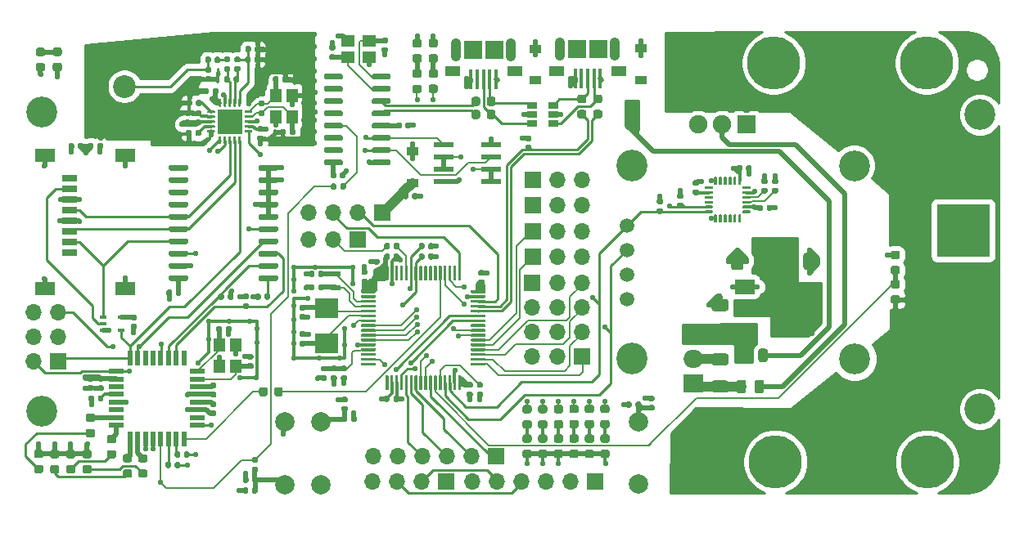
<source format=gtl>
G04 #@! TF.GenerationSoftware,KiCad,Pcbnew,(5.1.6)-1*
G04 #@! TF.CreationDate,2022-01-03T12:18:26+01:00*
G04 #@! TF.ProjectId,CURSO_PCB_DRONE,43555253-4f5f-4504-9342-5f44524f4e45,rev?*
G04 #@! TF.SameCoordinates,Original*
G04 #@! TF.FileFunction,Copper,L1,Top*
G04 #@! TF.FilePolarity,Positive*
%FSLAX46Y46*%
G04 Gerber Fmt 4.6, Leading zero omitted, Abs format (unit mm)*
G04 Created by KiCad (PCBNEW (5.1.6)-1) date 2022-01-03 12:18:26*
%MOMM*%
%LPD*%
G01*
G04 APERTURE LIST*
G04 #@! TA.AperFunction,SMDPad,CuDef*
%ADD10R,2.400000X2.000000*%
G04 #@! TD*
G04 #@! TA.AperFunction,WasherPad*
%ADD11C,3.200000*%
G04 #@! TD*
G04 #@! TA.AperFunction,SMDPad,CuDef*
%ADD12R,0.400000X2.100000*%
G04 #@! TD*
G04 #@! TA.AperFunction,SMDPad,CuDef*
%ADD13R,1.500000X1.000000*%
G04 #@! TD*
G04 #@! TA.AperFunction,SMDPad,CuDef*
%ADD14R,1.900000X1.900000*%
G04 #@! TD*
G04 #@! TA.AperFunction,ComponentPad*
%ADD15O,1.100000X2.400000*%
G04 #@! TD*
G04 #@! TA.AperFunction,SMDPad,CuDef*
%ADD16R,1.400000X1.200000*%
G04 #@! TD*
G04 #@! TA.AperFunction,SMDPad,CuDef*
%ADD17R,1.500000X0.800000*%
G04 #@! TD*
G04 #@! TA.AperFunction,SMDPad,CuDef*
%ADD18R,2.000000X1.450000*%
G04 #@! TD*
G04 #@! TA.AperFunction,ComponentPad*
%ADD19C,5.500000*%
G04 #@! TD*
G04 #@! TA.AperFunction,ComponentPad*
%ADD20O,1.700000X1.700000*%
G04 #@! TD*
G04 #@! TA.AperFunction,ComponentPad*
%ADD21R,1.700000X1.700000*%
G04 #@! TD*
G04 #@! TA.AperFunction,ComponentPad*
%ADD22C,1.500000*%
G04 #@! TD*
G04 #@! TA.AperFunction,ComponentPad*
%ADD23C,2.362200*%
G04 #@! TD*
G04 #@! TA.AperFunction,ComponentPad*
%ADD24C,2.552700*%
G04 #@! TD*
G04 #@! TA.AperFunction,ComponentPad*
%ADD25C,5.516000*%
G04 #@! TD*
G04 #@! TA.AperFunction,ComponentPad*
%ADD26R,5.516000X5.516000*%
G04 #@! TD*
G04 #@! TA.AperFunction,ComponentPad*
%ADD27C,2.000000*%
G04 #@! TD*
G04 #@! TA.AperFunction,ComponentPad*
%ADD28C,1.900000*%
G04 #@! TD*
G04 #@! TA.AperFunction,ComponentPad*
%ADD29R,1.900000X1.900000*%
G04 #@! TD*
G04 #@! TA.AperFunction,SMDPad,CuDef*
%ADD30R,0.550000X1.500000*%
G04 #@! TD*
G04 #@! TA.AperFunction,SMDPad,CuDef*
%ADD31R,1.500000X0.550000*%
G04 #@! TD*
G04 #@! TA.AperFunction,SMDPad,CuDef*
%ADD32R,2.000000X0.600000*%
G04 #@! TD*
G04 #@! TA.AperFunction,SMDPad,CuDef*
%ADD33R,2.500000X2.500000*%
G04 #@! TD*
G04 #@! TA.AperFunction,SMDPad,CuDef*
%ADD34R,1.060000X0.650000*%
G04 #@! TD*
G04 #@! TA.AperFunction,SMDPad,CuDef*
%ADD35R,0.650000X0.400000*%
G04 #@! TD*
G04 #@! TA.AperFunction,ComponentPad*
%ADD36O,2.000000X1.905000*%
G04 #@! TD*
G04 #@! TA.AperFunction,ComponentPad*
%ADD37R,2.000000X1.905000*%
G04 #@! TD*
G04 #@! TA.AperFunction,SMDPad,CuDef*
%ADD38R,2.000000X1.500000*%
G04 #@! TD*
G04 #@! TA.AperFunction,SMDPad,CuDef*
%ADD39R,2.000000X3.800000*%
G04 #@! TD*
G04 #@! TA.AperFunction,SMDPad,CuDef*
%ADD40R,1.200000X1.400000*%
G04 #@! TD*
G04 #@! TA.AperFunction,SMDPad,CuDef*
%ADD41R,1.100000X0.600000*%
G04 #@! TD*
G04 #@! TA.AperFunction,SMDPad,CuDef*
%ADD42R,1.200000X0.900000*%
G04 #@! TD*
G04 #@! TA.AperFunction,ViaPad*
%ADD43C,0.550000*%
G04 #@! TD*
G04 #@! TA.AperFunction,Conductor*
%ADD44C,0.500000*%
G04 #@! TD*
G04 #@! TA.AperFunction,Conductor*
%ADD45C,0.300000*%
G04 #@! TD*
G04 #@! TA.AperFunction,Conductor*
%ADD46C,1.000000*%
G04 #@! TD*
G04 #@! TA.AperFunction,Conductor*
%ADD47C,0.200000*%
G04 #@! TD*
G04 #@! TA.AperFunction,Conductor*
%ADD48C,0.150000*%
G04 #@! TD*
G04 #@! TA.AperFunction,Conductor*
%ADD49C,0.293370*%
G04 #@! TD*
G04 #@! TA.AperFunction,Conductor*
%ADD50C,0.261112*%
G04 #@! TD*
G04 #@! TA.AperFunction,Conductor*
%ADD51C,0.254000*%
G04 #@! TD*
G04 APERTURE END LIST*
D10*
X111810000Y-97810000D03*
X111810000Y-94110000D03*
D11*
X143340240Y-99348360D03*
X143340240Y-79348360D03*
X179348240Y-104598360D03*
X179348240Y-74098360D03*
X82340240Y-73848360D03*
X82340240Y-104848360D03*
D12*
X140080000Y-70360000D03*
X139430000Y-70360000D03*
X138780000Y-70360000D03*
X138130000Y-70360000D03*
X137480000Y-70360000D03*
D13*
X141980000Y-69560000D03*
X135580000Y-69560000D03*
D14*
X139880000Y-67310000D03*
X137680000Y-67310000D03*
D15*
X135955000Y-67310000D03*
X141605000Y-67310000D03*
X130845000Y-67360000D03*
X125195000Y-67360000D03*
D14*
X126920000Y-67360000D03*
X129120000Y-67360000D03*
D13*
X124820000Y-69610000D03*
X131220000Y-69610000D03*
D12*
X126720000Y-70410000D03*
X127370000Y-70410000D03*
X128020000Y-70410000D03*
X128670000Y-70410000D03*
X129320000Y-70410000D03*
D16*
X113980000Y-66440000D03*
X116180000Y-66440000D03*
X116180000Y-68140000D03*
X113980000Y-68140000D03*
D17*
X85220000Y-88410000D03*
X85220000Y-87310000D03*
X85220000Y-86210000D03*
X85220000Y-85110000D03*
X85220000Y-84010000D03*
X85220000Y-82910000D03*
X85220000Y-81810000D03*
X85220000Y-80710000D03*
D18*
X90920000Y-92090000D03*
X90920000Y-78330000D03*
X82620000Y-78330000D03*
X82620000Y-92090000D03*
G04 #@! TA.AperFunction,SMDPad,CuDef*
G36*
G01*
X151730800Y-84095880D02*
X151730800Y-84245880D01*
G75*
G02*
X151655800Y-84320880I-75000J0D01*
G01*
X150955800Y-84320880D01*
G75*
G02*
X150880800Y-84245880I0J75000D01*
G01*
X150880800Y-84095880D01*
G75*
G02*
X150955800Y-84020880I75000J0D01*
G01*
X151655800Y-84020880D01*
G75*
G02*
X151730800Y-84095880I0J-75000D01*
G01*
G37*
G04 #@! TD.AperFunction*
G04 #@! TA.AperFunction,SMDPad,CuDef*
G36*
G01*
X151730800Y-83595880D02*
X151730800Y-83745880D01*
G75*
G02*
X151655800Y-83820880I-75000J0D01*
G01*
X150955800Y-83820880D01*
G75*
G02*
X150880800Y-83745880I0J75000D01*
G01*
X150880800Y-83595880D01*
G75*
G02*
X150955800Y-83520880I75000J0D01*
G01*
X151655800Y-83520880D01*
G75*
G02*
X151730800Y-83595880I0J-75000D01*
G01*
G37*
G04 #@! TD.AperFunction*
G04 #@! TA.AperFunction,SMDPad,CuDef*
G36*
G01*
X151730800Y-83095880D02*
X151730800Y-83245880D01*
G75*
G02*
X151655800Y-83320880I-75000J0D01*
G01*
X150955800Y-83320880D01*
G75*
G02*
X150880800Y-83245880I0J75000D01*
G01*
X150880800Y-83095880D01*
G75*
G02*
X150955800Y-83020880I75000J0D01*
G01*
X151655800Y-83020880D01*
G75*
G02*
X151730800Y-83095880I0J-75000D01*
G01*
G37*
G04 #@! TD.AperFunction*
G04 #@! TA.AperFunction,SMDPad,CuDef*
G36*
G01*
X151730800Y-82595880D02*
X151730800Y-82745880D01*
G75*
G02*
X151655800Y-82820880I-75000J0D01*
G01*
X150955800Y-82820880D01*
G75*
G02*
X150880800Y-82745880I0J75000D01*
G01*
X150880800Y-82595880D01*
G75*
G02*
X150955800Y-82520880I75000J0D01*
G01*
X151655800Y-82520880D01*
G75*
G02*
X151730800Y-82595880I0J-75000D01*
G01*
G37*
G04 #@! TD.AperFunction*
G04 #@! TA.AperFunction,SMDPad,CuDef*
G36*
G01*
X151730800Y-82095880D02*
X151730800Y-82245880D01*
G75*
G02*
X151655800Y-82320880I-75000J0D01*
G01*
X150955800Y-82320880D01*
G75*
G02*
X150880800Y-82245880I0J75000D01*
G01*
X150880800Y-82095880D01*
G75*
G02*
X150955800Y-82020880I75000J0D01*
G01*
X151655800Y-82020880D01*
G75*
G02*
X151730800Y-82095880I0J-75000D01*
G01*
G37*
G04 #@! TD.AperFunction*
G04 #@! TA.AperFunction,SMDPad,CuDef*
G36*
G01*
X151730800Y-81595880D02*
X151730800Y-81745880D01*
G75*
G02*
X151655800Y-81820880I-75000J0D01*
G01*
X150955800Y-81820880D01*
G75*
G02*
X150880800Y-81745880I0J75000D01*
G01*
X150880800Y-81595880D01*
G75*
G02*
X150955800Y-81520880I75000J0D01*
G01*
X151655800Y-81520880D01*
G75*
G02*
X151730800Y-81595880I0J-75000D01*
G01*
G37*
G04 #@! TD.AperFunction*
G04 #@! TA.AperFunction,SMDPad,CuDef*
G36*
G01*
X152080800Y-81395880D02*
X151930800Y-81395880D01*
G75*
G02*
X151855800Y-81320880I0J75000D01*
G01*
X151855800Y-80620880D01*
G75*
G02*
X151930800Y-80545880I75000J0D01*
G01*
X152080800Y-80545880D01*
G75*
G02*
X152155800Y-80620880I0J-75000D01*
G01*
X152155800Y-81320880D01*
G75*
G02*
X152080800Y-81395880I-75000J0D01*
G01*
G37*
G04 #@! TD.AperFunction*
G04 #@! TA.AperFunction,SMDPad,CuDef*
G36*
G01*
X152580800Y-81395880D02*
X152430800Y-81395880D01*
G75*
G02*
X152355800Y-81320880I0J75000D01*
G01*
X152355800Y-80620880D01*
G75*
G02*
X152430800Y-80545880I75000J0D01*
G01*
X152580800Y-80545880D01*
G75*
G02*
X152655800Y-80620880I0J-75000D01*
G01*
X152655800Y-81320880D01*
G75*
G02*
X152580800Y-81395880I-75000J0D01*
G01*
G37*
G04 #@! TD.AperFunction*
G04 #@! TA.AperFunction,SMDPad,CuDef*
G36*
G01*
X153080800Y-81395880D02*
X152930800Y-81395880D01*
G75*
G02*
X152855800Y-81320880I0J75000D01*
G01*
X152855800Y-80620880D01*
G75*
G02*
X152930800Y-80545880I75000J0D01*
G01*
X153080800Y-80545880D01*
G75*
G02*
X153155800Y-80620880I0J-75000D01*
G01*
X153155800Y-81320880D01*
G75*
G02*
X153080800Y-81395880I-75000J0D01*
G01*
G37*
G04 #@! TD.AperFunction*
G04 #@! TA.AperFunction,SMDPad,CuDef*
G36*
G01*
X153580800Y-81395880D02*
X153430800Y-81395880D01*
G75*
G02*
X153355800Y-81320880I0J75000D01*
G01*
X153355800Y-80620880D01*
G75*
G02*
X153430800Y-80545880I75000J0D01*
G01*
X153580800Y-80545880D01*
G75*
G02*
X153655800Y-80620880I0J-75000D01*
G01*
X153655800Y-81320880D01*
G75*
G02*
X153580800Y-81395880I-75000J0D01*
G01*
G37*
G04 #@! TD.AperFunction*
G04 #@! TA.AperFunction,SMDPad,CuDef*
G36*
G01*
X154080800Y-81395880D02*
X153930800Y-81395880D01*
G75*
G02*
X153855800Y-81320880I0J75000D01*
G01*
X153855800Y-80620880D01*
G75*
G02*
X153930800Y-80545880I75000J0D01*
G01*
X154080800Y-80545880D01*
G75*
G02*
X154155800Y-80620880I0J-75000D01*
G01*
X154155800Y-81320880D01*
G75*
G02*
X154080800Y-81395880I-75000J0D01*
G01*
G37*
G04 #@! TD.AperFunction*
G04 #@! TA.AperFunction,SMDPad,CuDef*
G36*
G01*
X154580800Y-81395880D02*
X154430800Y-81395880D01*
G75*
G02*
X154355800Y-81320880I0J75000D01*
G01*
X154355800Y-80620880D01*
G75*
G02*
X154430800Y-80545880I75000J0D01*
G01*
X154580800Y-80545880D01*
G75*
G02*
X154655800Y-80620880I0J-75000D01*
G01*
X154655800Y-81320880D01*
G75*
G02*
X154580800Y-81395880I-75000J0D01*
G01*
G37*
G04 #@! TD.AperFunction*
G04 #@! TA.AperFunction,SMDPad,CuDef*
G36*
G01*
X155630800Y-81595880D02*
X155630800Y-81745880D01*
G75*
G02*
X155555800Y-81820880I-75000J0D01*
G01*
X154855800Y-81820880D01*
G75*
G02*
X154780800Y-81745880I0J75000D01*
G01*
X154780800Y-81595880D01*
G75*
G02*
X154855800Y-81520880I75000J0D01*
G01*
X155555800Y-81520880D01*
G75*
G02*
X155630800Y-81595880I0J-75000D01*
G01*
G37*
G04 #@! TD.AperFunction*
G04 #@! TA.AperFunction,SMDPad,CuDef*
G36*
G01*
X155630800Y-82095880D02*
X155630800Y-82245880D01*
G75*
G02*
X155555800Y-82320880I-75000J0D01*
G01*
X154855800Y-82320880D01*
G75*
G02*
X154780800Y-82245880I0J75000D01*
G01*
X154780800Y-82095880D01*
G75*
G02*
X154855800Y-82020880I75000J0D01*
G01*
X155555800Y-82020880D01*
G75*
G02*
X155630800Y-82095880I0J-75000D01*
G01*
G37*
G04 #@! TD.AperFunction*
G04 #@! TA.AperFunction,SMDPad,CuDef*
G36*
G01*
X155630800Y-82595880D02*
X155630800Y-82745880D01*
G75*
G02*
X155555800Y-82820880I-75000J0D01*
G01*
X154855800Y-82820880D01*
G75*
G02*
X154780800Y-82745880I0J75000D01*
G01*
X154780800Y-82595880D01*
G75*
G02*
X154855800Y-82520880I75000J0D01*
G01*
X155555800Y-82520880D01*
G75*
G02*
X155630800Y-82595880I0J-75000D01*
G01*
G37*
G04 #@! TD.AperFunction*
G04 #@! TA.AperFunction,SMDPad,CuDef*
G36*
G01*
X155630800Y-83095880D02*
X155630800Y-83245880D01*
G75*
G02*
X155555800Y-83320880I-75000J0D01*
G01*
X154855800Y-83320880D01*
G75*
G02*
X154780800Y-83245880I0J75000D01*
G01*
X154780800Y-83095880D01*
G75*
G02*
X154855800Y-83020880I75000J0D01*
G01*
X155555800Y-83020880D01*
G75*
G02*
X155630800Y-83095880I0J-75000D01*
G01*
G37*
G04 #@! TD.AperFunction*
G04 #@! TA.AperFunction,SMDPad,CuDef*
G36*
G01*
X155630800Y-83595880D02*
X155630800Y-83745880D01*
G75*
G02*
X155555800Y-83820880I-75000J0D01*
G01*
X154855800Y-83820880D01*
G75*
G02*
X154780800Y-83745880I0J75000D01*
G01*
X154780800Y-83595880D01*
G75*
G02*
X154855800Y-83520880I75000J0D01*
G01*
X155555800Y-83520880D01*
G75*
G02*
X155630800Y-83595880I0J-75000D01*
G01*
G37*
G04 #@! TD.AperFunction*
G04 #@! TA.AperFunction,SMDPad,CuDef*
G36*
G01*
X155630800Y-84095880D02*
X155630800Y-84245880D01*
G75*
G02*
X155555800Y-84320880I-75000J0D01*
G01*
X154855800Y-84320880D01*
G75*
G02*
X154780800Y-84245880I0J75000D01*
G01*
X154780800Y-84095880D01*
G75*
G02*
X154855800Y-84020880I75000J0D01*
G01*
X155555800Y-84020880D01*
G75*
G02*
X155630800Y-84095880I0J-75000D01*
G01*
G37*
G04 #@! TD.AperFunction*
G04 #@! TA.AperFunction,SMDPad,CuDef*
G36*
G01*
X154580800Y-85295880D02*
X154430800Y-85295880D01*
G75*
G02*
X154355800Y-85220880I0J75000D01*
G01*
X154355800Y-84520880D01*
G75*
G02*
X154430800Y-84445880I75000J0D01*
G01*
X154580800Y-84445880D01*
G75*
G02*
X154655800Y-84520880I0J-75000D01*
G01*
X154655800Y-85220880D01*
G75*
G02*
X154580800Y-85295880I-75000J0D01*
G01*
G37*
G04 #@! TD.AperFunction*
G04 #@! TA.AperFunction,SMDPad,CuDef*
G36*
G01*
X154080800Y-85295880D02*
X153930800Y-85295880D01*
G75*
G02*
X153855800Y-85220880I0J75000D01*
G01*
X153855800Y-84520880D01*
G75*
G02*
X153930800Y-84445880I75000J0D01*
G01*
X154080800Y-84445880D01*
G75*
G02*
X154155800Y-84520880I0J-75000D01*
G01*
X154155800Y-85220880D01*
G75*
G02*
X154080800Y-85295880I-75000J0D01*
G01*
G37*
G04 #@! TD.AperFunction*
G04 #@! TA.AperFunction,SMDPad,CuDef*
G36*
G01*
X153580800Y-85295880D02*
X153430800Y-85295880D01*
G75*
G02*
X153355800Y-85220880I0J75000D01*
G01*
X153355800Y-84520880D01*
G75*
G02*
X153430800Y-84445880I75000J0D01*
G01*
X153580800Y-84445880D01*
G75*
G02*
X153655800Y-84520880I0J-75000D01*
G01*
X153655800Y-85220880D01*
G75*
G02*
X153580800Y-85295880I-75000J0D01*
G01*
G37*
G04 #@! TD.AperFunction*
G04 #@! TA.AperFunction,SMDPad,CuDef*
G36*
G01*
X153080800Y-85295880D02*
X152930800Y-85295880D01*
G75*
G02*
X152855800Y-85220880I0J75000D01*
G01*
X152855800Y-84520880D01*
G75*
G02*
X152930800Y-84445880I75000J0D01*
G01*
X153080800Y-84445880D01*
G75*
G02*
X153155800Y-84520880I0J-75000D01*
G01*
X153155800Y-85220880D01*
G75*
G02*
X153080800Y-85295880I-75000J0D01*
G01*
G37*
G04 #@! TD.AperFunction*
G04 #@! TA.AperFunction,SMDPad,CuDef*
G36*
G01*
X152580800Y-85295880D02*
X152430800Y-85295880D01*
G75*
G02*
X152355800Y-85220880I0J75000D01*
G01*
X152355800Y-84520880D01*
G75*
G02*
X152430800Y-84445880I75000J0D01*
G01*
X152580800Y-84445880D01*
G75*
G02*
X152655800Y-84520880I0J-75000D01*
G01*
X152655800Y-85220880D01*
G75*
G02*
X152580800Y-85295880I-75000J0D01*
G01*
G37*
G04 #@! TD.AperFunction*
G04 #@! TA.AperFunction,SMDPad,CuDef*
G36*
G01*
X152080800Y-85295880D02*
X151930800Y-85295880D01*
G75*
G02*
X151855800Y-85220880I0J75000D01*
G01*
X151855800Y-84520880D01*
G75*
G02*
X151930800Y-84445880I75000J0D01*
G01*
X152080800Y-84445880D01*
G75*
G02*
X152155800Y-84520880I0J-75000D01*
G01*
X152155800Y-85220880D01*
G75*
G02*
X152080800Y-85295880I-75000J0D01*
G01*
G37*
G04 #@! TD.AperFunction*
G04 #@! TA.AperFunction,SMDPad,CuDef*
G36*
G01*
X156326360Y-83939900D02*
X156326360Y-83594900D01*
G75*
G02*
X156473860Y-83447400I147500J0D01*
G01*
X156768860Y-83447400D01*
G75*
G02*
X156916360Y-83594900I0J-147500D01*
G01*
X156916360Y-83939900D01*
G75*
G02*
X156768860Y-84087400I-147500J0D01*
G01*
X156473860Y-84087400D01*
G75*
G02*
X156326360Y-83939900I0J147500D01*
G01*
G37*
G04 #@! TD.AperFunction*
G04 #@! TA.AperFunction,SMDPad,CuDef*
G36*
G01*
X157296360Y-83939900D02*
X157296360Y-83594900D01*
G75*
G02*
X157443860Y-83447400I147500J0D01*
G01*
X157738860Y-83447400D01*
G75*
G02*
X157886360Y-83594900I0J-147500D01*
G01*
X157886360Y-83939900D01*
G75*
G02*
X157738860Y-84087400I-147500J0D01*
G01*
X157443860Y-84087400D01*
G75*
G02*
X157296360Y-83939900I0J147500D01*
G01*
G37*
G04 #@! TD.AperFunction*
G04 #@! TA.AperFunction,SMDPad,CuDef*
G36*
G01*
X117880000Y-91225000D02*
X117880000Y-89825000D01*
G75*
G02*
X117955000Y-89750000I75000J0D01*
G01*
X118105000Y-89750000D01*
G75*
G02*
X118180000Y-89825000I0J-75000D01*
G01*
X118180000Y-91225000D01*
G75*
G02*
X118105000Y-91300000I-75000J0D01*
G01*
X117955000Y-91300000D01*
G75*
G02*
X117880000Y-91225000I0J75000D01*
G01*
G37*
G04 #@! TD.AperFunction*
G04 #@! TA.AperFunction,SMDPad,CuDef*
G36*
G01*
X118380000Y-91225000D02*
X118380000Y-89825000D01*
G75*
G02*
X118455000Y-89750000I75000J0D01*
G01*
X118605000Y-89750000D01*
G75*
G02*
X118680000Y-89825000I0J-75000D01*
G01*
X118680000Y-91225000D01*
G75*
G02*
X118605000Y-91300000I-75000J0D01*
G01*
X118455000Y-91300000D01*
G75*
G02*
X118380000Y-91225000I0J75000D01*
G01*
G37*
G04 #@! TD.AperFunction*
G04 #@! TA.AperFunction,SMDPad,CuDef*
G36*
G01*
X118880000Y-91225000D02*
X118880000Y-89825000D01*
G75*
G02*
X118955000Y-89750000I75000J0D01*
G01*
X119105000Y-89750000D01*
G75*
G02*
X119180000Y-89825000I0J-75000D01*
G01*
X119180000Y-91225000D01*
G75*
G02*
X119105000Y-91300000I-75000J0D01*
G01*
X118955000Y-91300000D01*
G75*
G02*
X118880000Y-91225000I0J75000D01*
G01*
G37*
G04 #@! TD.AperFunction*
G04 #@! TA.AperFunction,SMDPad,CuDef*
G36*
G01*
X119380000Y-91225000D02*
X119380000Y-89825000D01*
G75*
G02*
X119455000Y-89750000I75000J0D01*
G01*
X119605000Y-89750000D01*
G75*
G02*
X119680000Y-89825000I0J-75000D01*
G01*
X119680000Y-91225000D01*
G75*
G02*
X119605000Y-91300000I-75000J0D01*
G01*
X119455000Y-91300000D01*
G75*
G02*
X119380000Y-91225000I0J75000D01*
G01*
G37*
G04 #@! TD.AperFunction*
G04 #@! TA.AperFunction,SMDPad,CuDef*
G36*
G01*
X119880000Y-91225000D02*
X119880000Y-89825000D01*
G75*
G02*
X119955000Y-89750000I75000J0D01*
G01*
X120105000Y-89750000D01*
G75*
G02*
X120180000Y-89825000I0J-75000D01*
G01*
X120180000Y-91225000D01*
G75*
G02*
X120105000Y-91300000I-75000J0D01*
G01*
X119955000Y-91300000D01*
G75*
G02*
X119880000Y-91225000I0J75000D01*
G01*
G37*
G04 #@! TD.AperFunction*
G04 #@! TA.AperFunction,SMDPad,CuDef*
G36*
G01*
X120380000Y-91225000D02*
X120380000Y-89825000D01*
G75*
G02*
X120455000Y-89750000I75000J0D01*
G01*
X120605000Y-89750000D01*
G75*
G02*
X120680000Y-89825000I0J-75000D01*
G01*
X120680000Y-91225000D01*
G75*
G02*
X120605000Y-91300000I-75000J0D01*
G01*
X120455000Y-91300000D01*
G75*
G02*
X120380000Y-91225000I0J75000D01*
G01*
G37*
G04 #@! TD.AperFunction*
G04 #@! TA.AperFunction,SMDPad,CuDef*
G36*
G01*
X120880000Y-91225000D02*
X120880000Y-89825000D01*
G75*
G02*
X120955000Y-89750000I75000J0D01*
G01*
X121105000Y-89750000D01*
G75*
G02*
X121180000Y-89825000I0J-75000D01*
G01*
X121180000Y-91225000D01*
G75*
G02*
X121105000Y-91300000I-75000J0D01*
G01*
X120955000Y-91300000D01*
G75*
G02*
X120880000Y-91225000I0J75000D01*
G01*
G37*
G04 #@! TD.AperFunction*
G04 #@! TA.AperFunction,SMDPad,CuDef*
G36*
G01*
X121380000Y-91225000D02*
X121380000Y-89825000D01*
G75*
G02*
X121455000Y-89750000I75000J0D01*
G01*
X121605000Y-89750000D01*
G75*
G02*
X121680000Y-89825000I0J-75000D01*
G01*
X121680000Y-91225000D01*
G75*
G02*
X121605000Y-91300000I-75000J0D01*
G01*
X121455000Y-91300000D01*
G75*
G02*
X121380000Y-91225000I0J75000D01*
G01*
G37*
G04 #@! TD.AperFunction*
G04 #@! TA.AperFunction,SMDPad,CuDef*
G36*
G01*
X121880000Y-91225000D02*
X121880000Y-89825000D01*
G75*
G02*
X121955000Y-89750000I75000J0D01*
G01*
X122105000Y-89750000D01*
G75*
G02*
X122180000Y-89825000I0J-75000D01*
G01*
X122180000Y-91225000D01*
G75*
G02*
X122105000Y-91300000I-75000J0D01*
G01*
X121955000Y-91300000D01*
G75*
G02*
X121880000Y-91225000I0J75000D01*
G01*
G37*
G04 #@! TD.AperFunction*
G04 #@! TA.AperFunction,SMDPad,CuDef*
G36*
G01*
X122380000Y-91225000D02*
X122380000Y-89825000D01*
G75*
G02*
X122455000Y-89750000I75000J0D01*
G01*
X122605000Y-89750000D01*
G75*
G02*
X122680000Y-89825000I0J-75000D01*
G01*
X122680000Y-91225000D01*
G75*
G02*
X122605000Y-91300000I-75000J0D01*
G01*
X122455000Y-91300000D01*
G75*
G02*
X122380000Y-91225000I0J75000D01*
G01*
G37*
G04 #@! TD.AperFunction*
G04 #@! TA.AperFunction,SMDPad,CuDef*
G36*
G01*
X122880000Y-91225000D02*
X122880000Y-89825000D01*
G75*
G02*
X122955000Y-89750000I75000J0D01*
G01*
X123105000Y-89750000D01*
G75*
G02*
X123180000Y-89825000I0J-75000D01*
G01*
X123180000Y-91225000D01*
G75*
G02*
X123105000Y-91300000I-75000J0D01*
G01*
X122955000Y-91300000D01*
G75*
G02*
X122880000Y-91225000I0J75000D01*
G01*
G37*
G04 #@! TD.AperFunction*
G04 #@! TA.AperFunction,SMDPad,CuDef*
G36*
G01*
X123380000Y-91225000D02*
X123380000Y-89825000D01*
G75*
G02*
X123455000Y-89750000I75000J0D01*
G01*
X123605000Y-89750000D01*
G75*
G02*
X123680000Y-89825000I0J-75000D01*
G01*
X123680000Y-91225000D01*
G75*
G02*
X123605000Y-91300000I-75000J0D01*
G01*
X123455000Y-91300000D01*
G75*
G02*
X123380000Y-91225000I0J75000D01*
G01*
G37*
G04 #@! TD.AperFunction*
G04 #@! TA.AperFunction,SMDPad,CuDef*
G36*
G01*
X123880000Y-91225000D02*
X123880000Y-89825000D01*
G75*
G02*
X123955000Y-89750000I75000J0D01*
G01*
X124105000Y-89750000D01*
G75*
G02*
X124180000Y-89825000I0J-75000D01*
G01*
X124180000Y-91225000D01*
G75*
G02*
X124105000Y-91300000I-75000J0D01*
G01*
X123955000Y-91300000D01*
G75*
G02*
X123880000Y-91225000I0J75000D01*
G01*
G37*
G04 #@! TD.AperFunction*
G04 #@! TA.AperFunction,SMDPad,CuDef*
G36*
G01*
X124380000Y-91225000D02*
X124380000Y-89825000D01*
G75*
G02*
X124455000Y-89750000I75000J0D01*
G01*
X124605000Y-89750000D01*
G75*
G02*
X124680000Y-89825000I0J-75000D01*
G01*
X124680000Y-91225000D01*
G75*
G02*
X124605000Y-91300000I-75000J0D01*
G01*
X124455000Y-91300000D01*
G75*
G02*
X124380000Y-91225000I0J75000D01*
G01*
G37*
G04 #@! TD.AperFunction*
G04 #@! TA.AperFunction,SMDPad,CuDef*
G36*
G01*
X124880000Y-91225000D02*
X124880000Y-89825000D01*
G75*
G02*
X124955000Y-89750000I75000J0D01*
G01*
X125105000Y-89750000D01*
G75*
G02*
X125180000Y-89825000I0J-75000D01*
G01*
X125180000Y-91225000D01*
G75*
G02*
X125105000Y-91300000I-75000J0D01*
G01*
X124955000Y-91300000D01*
G75*
G02*
X124880000Y-91225000I0J75000D01*
G01*
G37*
G04 #@! TD.AperFunction*
G04 #@! TA.AperFunction,SMDPad,CuDef*
G36*
G01*
X125380000Y-91225000D02*
X125380000Y-89825000D01*
G75*
G02*
X125455000Y-89750000I75000J0D01*
G01*
X125605000Y-89750000D01*
G75*
G02*
X125680000Y-89825000I0J-75000D01*
G01*
X125680000Y-91225000D01*
G75*
G02*
X125605000Y-91300000I-75000J0D01*
G01*
X125455000Y-91300000D01*
G75*
G02*
X125380000Y-91225000I0J75000D01*
G01*
G37*
G04 #@! TD.AperFunction*
G04 #@! TA.AperFunction,SMDPad,CuDef*
G36*
G01*
X126680000Y-92525000D02*
X126680000Y-92375000D01*
G75*
G02*
X126755000Y-92300000I75000J0D01*
G01*
X128155000Y-92300000D01*
G75*
G02*
X128230000Y-92375000I0J-75000D01*
G01*
X128230000Y-92525000D01*
G75*
G02*
X128155000Y-92600000I-75000J0D01*
G01*
X126755000Y-92600000D01*
G75*
G02*
X126680000Y-92525000I0J75000D01*
G01*
G37*
G04 #@! TD.AperFunction*
G04 #@! TA.AperFunction,SMDPad,CuDef*
G36*
G01*
X126680000Y-93025000D02*
X126680000Y-92875000D01*
G75*
G02*
X126755000Y-92800000I75000J0D01*
G01*
X128155000Y-92800000D01*
G75*
G02*
X128230000Y-92875000I0J-75000D01*
G01*
X128230000Y-93025000D01*
G75*
G02*
X128155000Y-93100000I-75000J0D01*
G01*
X126755000Y-93100000D01*
G75*
G02*
X126680000Y-93025000I0J75000D01*
G01*
G37*
G04 #@! TD.AperFunction*
G04 #@! TA.AperFunction,SMDPad,CuDef*
G36*
G01*
X126680000Y-93525000D02*
X126680000Y-93375000D01*
G75*
G02*
X126755000Y-93300000I75000J0D01*
G01*
X128155000Y-93300000D01*
G75*
G02*
X128230000Y-93375000I0J-75000D01*
G01*
X128230000Y-93525000D01*
G75*
G02*
X128155000Y-93600000I-75000J0D01*
G01*
X126755000Y-93600000D01*
G75*
G02*
X126680000Y-93525000I0J75000D01*
G01*
G37*
G04 #@! TD.AperFunction*
G04 #@! TA.AperFunction,SMDPad,CuDef*
G36*
G01*
X126680000Y-94025000D02*
X126680000Y-93875000D01*
G75*
G02*
X126755000Y-93800000I75000J0D01*
G01*
X128155000Y-93800000D01*
G75*
G02*
X128230000Y-93875000I0J-75000D01*
G01*
X128230000Y-94025000D01*
G75*
G02*
X128155000Y-94100000I-75000J0D01*
G01*
X126755000Y-94100000D01*
G75*
G02*
X126680000Y-94025000I0J75000D01*
G01*
G37*
G04 #@! TD.AperFunction*
G04 #@! TA.AperFunction,SMDPad,CuDef*
G36*
G01*
X126680000Y-94525000D02*
X126680000Y-94375000D01*
G75*
G02*
X126755000Y-94300000I75000J0D01*
G01*
X128155000Y-94300000D01*
G75*
G02*
X128230000Y-94375000I0J-75000D01*
G01*
X128230000Y-94525000D01*
G75*
G02*
X128155000Y-94600000I-75000J0D01*
G01*
X126755000Y-94600000D01*
G75*
G02*
X126680000Y-94525000I0J75000D01*
G01*
G37*
G04 #@! TD.AperFunction*
G04 #@! TA.AperFunction,SMDPad,CuDef*
G36*
G01*
X126680000Y-95025000D02*
X126680000Y-94875000D01*
G75*
G02*
X126755000Y-94800000I75000J0D01*
G01*
X128155000Y-94800000D01*
G75*
G02*
X128230000Y-94875000I0J-75000D01*
G01*
X128230000Y-95025000D01*
G75*
G02*
X128155000Y-95100000I-75000J0D01*
G01*
X126755000Y-95100000D01*
G75*
G02*
X126680000Y-95025000I0J75000D01*
G01*
G37*
G04 #@! TD.AperFunction*
G04 #@! TA.AperFunction,SMDPad,CuDef*
G36*
G01*
X126680000Y-95525000D02*
X126680000Y-95375000D01*
G75*
G02*
X126755000Y-95300000I75000J0D01*
G01*
X128155000Y-95300000D01*
G75*
G02*
X128230000Y-95375000I0J-75000D01*
G01*
X128230000Y-95525000D01*
G75*
G02*
X128155000Y-95600000I-75000J0D01*
G01*
X126755000Y-95600000D01*
G75*
G02*
X126680000Y-95525000I0J75000D01*
G01*
G37*
G04 #@! TD.AperFunction*
G04 #@! TA.AperFunction,SMDPad,CuDef*
G36*
G01*
X126680000Y-96025000D02*
X126680000Y-95875000D01*
G75*
G02*
X126755000Y-95800000I75000J0D01*
G01*
X128155000Y-95800000D01*
G75*
G02*
X128230000Y-95875000I0J-75000D01*
G01*
X128230000Y-96025000D01*
G75*
G02*
X128155000Y-96100000I-75000J0D01*
G01*
X126755000Y-96100000D01*
G75*
G02*
X126680000Y-96025000I0J75000D01*
G01*
G37*
G04 #@! TD.AperFunction*
G04 #@! TA.AperFunction,SMDPad,CuDef*
G36*
G01*
X126680000Y-96525000D02*
X126680000Y-96375000D01*
G75*
G02*
X126755000Y-96300000I75000J0D01*
G01*
X128155000Y-96300000D01*
G75*
G02*
X128230000Y-96375000I0J-75000D01*
G01*
X128230000Y-96525000D01*
G75*
G02*
X128155000Y-96600000I-75000J0D01*
G01*
X126755000Y-96600000D01*
G75*
G02*
X126680000Y-96525000I0J75000D01*
G01*
G37*
G04 #@! TD.AperFunction*
G04 #@! TA.AperFunction,SMDPad,CuDef*
G36*
G01*
X126680000Y-97025000D02*
X126680000Y-96875000D01*
G75*
G02*
X126755000Y-96800000I75000J0D01*
G01*
X128155000Y-96800000D01*
G75*
G02*
X128230000Y-96875000I0J-75000D01*
G01*
X128230000Y-97025000D01*
G75*
G02*
X128155000Y-97100000I-75000J0D01*
G01*
X126755000Y-97100000D01*
G75*
G02*
X126680000Y-97025000I0J75000D01*
G01*
G37*
G04 #@! TD.AperFunction*
G04 #@! TA.AperFunction,SMDPad,CuDef*
G36*
G01*
X126680000Y-97525000D02*
X126680000Y-97375000D01*
G75*
G02*
X126755000Y-97300000I75000J0D01*
G01*
X128155000Y-97300000D01*
G75*
G02*
X128230000Y-97375000I0J-75000D01*
G01*
X128230000Y-97525000D01*
G75*
G02*
X128155000Y-97600000I-75000J0D01*
G01*
X126755000Y-97600000D01*
G75*
G02*
X126680000Y-97525000I0J75000D01*
G01*
G37*
G04 #@! TD.AperFunction*
G04 #@! TA.AperFunction,SMDPad,CuDef*
G36*
G01*
X126680000Y-98025000D02*
X126680000Y-97875000D01*
G75*
G02*
X126755000Y-97800000I75000J0D01*
G01*
X128155000Y-97800000D01*
G75*
G02*
X128230000Y-97875000I0J-75000D01*
G01*
X128230000Y-98025000D01*
G75*
G02*
X128155000Y-98100000I-75000J0D01*
G01*
X126755000Y-98100000D01*
G75*
G02*
X126680000Y-98025000I0J75000D01*
G01*
G37*
G04 #@! TD.AperFunction*
G04 #@! TA.AperFunction,SMDPad,CuDef*
G36*
G01*
X126680000Y-98525000D02*
X126680000Y-98375000D01*
G75*
G02*
X126755000Y-98300000I75000J0D01*
G01*
X128155000Y-98300000D01*
G75*
G02*
X128230000Y-98375000I0J-75000D01*
G01*
X128230000Y-98525000D01*
G75*
G02*
X128155000Y-98600000I-75000J0D01*
G01*
X126755000Y-98600000D01*
G75*
G02*
X126680000Y-98525000I0J75000D01*
G01*
G37*
G04 #@! TD.AperFunction*
G04 #@! TA.AperFunction,SMDPad,CuDef*
G36*
G01*
X126680000Y-99025000D02*
X126680000Y-98875000D01*
G75*
G02*
X126755000Y-98800000I75000J0D01*
G01*
X128155000Y-98800000D01*
G75*
G02*
X128230000Y-98875000I0J-75000D01*
G01*
X128230000Y-99025000D01*
G75*
G02*
X128155000Y-99100000I-75000J0D01*
G01*
X126755000Y-99100000D01*
G75*
G02*
X126680000Y-99025000I0J75000D01*
G01*
G37*
G04 #@! TD.AperFunction*
G04 #@! TA.AperFunction,SMDPad,CuDef*
G36*
G01*
X126680000Y-99525000D02*
X126680000Y-99375000D01*
G75*
G02*
X126755000Y-99300000I75000J0D01*
G01*
X128155000Y-99300000D01*
G75*
G02*
X128230000Y-99375000I0J-75000D01*
G01*
X128230000Y-99525000D01*
G75*
G02*
X128155000Y-99600000I-75000J0D01*
G01*
X126755000Y-99600000D01*
G75*
G02*
X126680000Y-99525000I0J75000D01*
G01*
G37*
G04 #@! TD.AperFunction*
G04 #@! TA.AperFunction,SMDPad,CuDef*
G36*
G01*
X126680000Y-100025000D02*
X126680000Y-99875000D01*
G75*
G02*
X126755000Y-99800000I75000J0D01*
G01*
X128155000Y-99800000D01*
G75*
G02*
X128230000Y-99875000I0J-75000D01*
G01*
X128230000Y-100025000D01*
G75*
G02*
X128155000Y-100100000I-75000J0D01*
G01*
X126755000Y-100100000D01*
G75*
G02*
X126680000Y-100025000I0J75000D01*
G01*
G37*
G04 #@! TD.AperFunction*
G04 #@! TA.AperFunction,SMDPad,CuDef*
G36*
G01*
X125380000Y-102575000D02*
X125380000Y-101175000D01*
G75*
G02*
X125455000Y-101100000I75000J0D01*
G01*
X125605000Y-101100000D01*
G75*
G02*
X125680000Y-101175000I0J-75000D01*
G01*
X125680000Y-102575000D01*
G75*
G02*
X125605000Y-102650000I-75000J0D01*
G01*
X125455000Y-102650000D01*
G75*
G02*
X125380000Y-102575000I0J75000D01*
G01*
G37*
G04 #@! TD.AperFunction*
G04 #@! TA.AperFunction,SMDPad,CuDef*
G36*
G01*
X124880000Y-102575000D02*
X124880000Y-101175000D01*
G75*
G02*
X124955000Y-101100000I75000J0D01*
G01*
X125105000Y-101100000D01*
G75*
G02*
X125180000Y-101175000I0J-75000D01*
G01*
X125180000Y-102575000D01*
G75*
G02*
X125105000Y-102650000I-75000J0D01*
G01*
X124955000Y-102650000D01*
G75*
G02*
X124880000Y-102575000I0J75000D01*
G01*
G37*
G04 #@! TD.AperFunction*
G04 #@! TA.AperFunction,SMDPad,CuDef*
G36*
G01*
X124380000Y-102575000D02*
X124380000Y-101175000D01*
G75*
G02*
X124455000Y-101100000I75000J0D01*
G01*
X124605000Y-101100000D01*
G75*
G02*
X124680000Y-101175000I0J-75000D01*
G01*
X124680000Y-102575000D01*
G75*
G02*
X124605000Y-102650000I-75000J0D01*
G01*
X124455000Y-102650000D01*
G75*
G02*
X124380000Y-102575000I0J75000D01*
G01*
G37*
G04 #@! TD.AperFunction*
G04 #@! TA.AperFunction,SMDPad,CuDef*
G36*
G01*
X123880000Y-102575000D02*
X123880000Y-101175000D01*
G75*
G02*
X123955000Y-101100000I75000J0D01*
G01*
X124105000Y-101100000D01*
G75*
G02*
X124180000Y-101175000I0J-75000D01*
G01*
X124180000Y-102575000D01*
G75*
G02*
X124105000Y-102650000I-75000J0D01*
G01*
X123955000Y-102650000D01*
G75*
G02*
X123880000Y-102575000I0J75000D01*
G01*
G37*
G04 #@! TD.AperFunction*
G04 #@! TA.AperFunction,SMDPad,CuDef*
G36*
G01*
X123380000Y-102575000D02*
X123380000Y-101175000D01*
G75*
G02*
X123455000Y-101100000I75000J0D01*
G01*
X123605000Y-101100000D01*
G75*
G02*
X123680000Y-101175000I0J-75000D01*
G01*
X123680000Y-102575000D01*
G75*
G02*
X123605000Y-102650000I-75000J0D01*
G01*
X123455000Y-102650000D01*
G75*
G02*
X123380000Y-102575000I0J75000D01*
G01*
G37*
G04 #@! TD.AperFunction*
G04 #@! TA.AperFunction,SMDPad,CuDef*
G36*
G01*
X122880000Y-102575000D02*
X122880000Y-101175000D01*
G75*
G02*
X122955000Y-101100000I75000J0D01*
G01*
X123105000Y-101100000D01*
G75*
G02*
X123180000Y-101175000I0J-75000D01*
G01*
X123180000Y-102575000D01*
G75*
G02*
X123105000Y-102650000I-75000J0D01*
G01*
X122955000Y-102650000D01*
G75*
G02*
X122880000Y-102575000I0J75000D01*
G01*
G37*
G04 #@! TD.AperFunction*
G04 #@! TA.AperFunction,SMDPad,CuDef*
G36*
G01*
X122380000Y-102575000D02*
X122380000Y-101175000D01*
G75*
G02*
X122455000Y-101100000I75000J0D01*
G01*
X122605000Y-101100000D01*
G75*
G02*
X122680000Y-101175000I0J-75000D01*
G01*
X122680000Y-102575000D01*
G75*
G02*
X122605000Y-102650000I-75000J0D01*
G01*
X122455000Y-102650000D01*
G75*
G02*
X122380000Y-102575000I0J75000D01*
G01*
G37*
G04 #@! TD.AperFunction*
G04 #@! TA.AperFunction,SMDPad,CuDef*
G36*
G01*
X121880000Y-102575000D02*
X121880000Y-101175000D01*
G75*
G02*
X121955000Y-101100000I75000J0D01*
G01*
X122105000Y-101100000D01*
G75*
G02*
X122180000Y-101175000I0J-75000D01*
G01*
X122180000Y-102575000D01*
G75*
G02*
X122105000Y-102650000I-75000J0D01*
G01*
X121955000Y-102650000D01*
G75*
G02*
X121880000Y-102575000I0J75000D01*
G01*
G37*
G04 #@! TD.AperFunction*
G04 #@! TA.AperFunction,SMDPad,CuDef*
G36*
G01*
X121380000Y-102575000D02*
X121380000Y-101175000D01*
G75*
G02*
X121455000Y-101100000I75000J0D01*
G01*
X121605000Y-101100000D01*
G75*
G02*
X121680000Y-101175000I0J-75000D01*
G01*
X121680000Y-102575000D01*
G75*
G02*
X121605000Y-102650000I-75000J0D01*
G01*
X121455000Y-102650000D01*
G75*
G02*
X121380000Y-102575000I0J75000D01*
G01*
G37*
G04 #@! TD.AperFunction*
G04 #@! TA.AperFunction,SMDPad,CuDef*
G36*
G01*
X120880000Y-102575000D02*
X120880000Y-101175000D01*
G75*
G02*
X120955000Y-101100000I75000J0D01*
G01*
X121105000Y-101100000D01*
G75*
G02*
X121180000Y-101175000I0J-75000D01*
G01*
X121180000Y-102575000D01*
G75*
G02*
X121105000Y-102650000I-75000J0D01*
G01*
X120955000Y-102650000D01*
G75*
G02*
X120880000Y-102575000I0J75000D01*
G01*
G37*
G04 #@! TD.AperFunction*
G04 #@! TA.AperFunction,SMDPad,CuDef*
G36*
G01*
X120380000Y-102575000D02*
X120380000Y-101175000D01*
G75*
G02*
X120455000Y-101100000I75000J0D01*
G01*
X120605000Y-101100000D01*
G75*
G02*
X120680000Y-101175000I0J-75000D01*
G01*
X120680000Y-102575000D01*
G75*
G02*
X120605000Y-102650000I-75000J0D01*
G01*
X120455000Y-102650000D01*
G75*
G02*
X120380000Y-102575000I0J75000D01*
G01*
G37*
G04 #@! TD.AperFunction*
G04 #@! TA.AperFunction,SMDPad,CuDef*
G36*
G01*
X119880000Y-102575000D02*
X119880000Y-101175000D01*
G75*
G02*
X119955000Y-101100000I75000J0D01*
G01*
X120105000Y-101100000D01*
G75*
G02*
X120180000Y-101175000I0J-75000D01*
G01*
X120180000Y-102575000D01*
G75*
G02*
X120105000Y-102650000I-75000J0D01*
G01*
X119955000Y-102650000D01*
G75*
G02*
X119880000Y-102575000I0J75000D01*
G01*
G37*
G04 #@! TD.AperFunction*
G04 #@! TA.AperFunction,SMDPad,CuDef*
G36*
G01*
X119380000Y-102575000D02*
X119380000Y-101175000D01*
G75*
G02*
X119455000Y-101100000I75000J0D01*
G01*
X119605000Y-101100000D01*
G75*
G02*
X119680000Y-101175000I0J-75000D01*
G01*
X119680000Y-102575000D01*
G75*
G02*
X119605000Y-102650000I-75000J0D01*
G01*
X119455000Y-102650000D01*
G75*
G02*
X119380000Y-102575000I0J75000D01*
G01*
G37*
G04 #@! TD.AperFunction*
G04 #@! TA.AperFunction,SMDPad,CuDef*
G36*
G01*
X118880000Y-102575000D02*
X118880000Y-101175000D01*
G75*
G02*
X118955000Y-101100000I75000J0D01*
G01*
X119105000Y-101100000D01*
G75*
G02*
X119180000Y-101175000I0J-75000D01*
G01*
X119180000Y-102575000D01*
G75*
G02*
X119105000Y-102650000I-75000J0D01*
G01*
X118955000Y-102650000D01*
G75*
G02*
X118880000Y-102575000I0J75000D01*
G01*
G37*
G04 #@! TD.AperFunction*
G04 #@! TA.AperFunction,SMDPad,CuDef*
G36*
G01*
X118380000Y-102575000D02*
X118380000Y-101175000D01*
G75*
G02*
X118455000Y-101100000I75000J0D01*
G01*
X118605000Y-101100000D01*
G75*
G02*
X118680000Y-101175000I0J-75000D01*
G01*
X118680000Y-102575000D01*
G75*
G02*
X118605000Y-102650000I-75000J0D01*
G01*
X118455000Y-102650000D01*
G75*
G02*
X118380000Y-102575000I0J75000D01*
G01*
G37*
G04 #@! TD.AperFunction*
G04 #@! TA.AperFunction,SMDPad,CuDef*
G36*
G01*
X117880000Y-102575000D02*
X117880000Y-101175000D01*
G75*
G02*
X117955000Y-101100000I75000J0D01*
G01*
X118105000Y-101100000D01*
G75*
G02*
X118180000Y-101175000I0J-75000D01*
G01*
X118180000Y-102575000D01*
G75*
G02*
X118105000Y-102650000I-75000J0D01*
G01*
X117955000Y-102650000D01*
G75*
G02*
X117880000Y-102575000I0J75000D01*
G01*
G37*
G04 #@! TD.AperFunction*
G04 #@! TA.AperFunction,SMDPad,CuDef*
G36*
G01*
X115330000Y-100025000D02*
X115330000Y-99875000D01*
G75*
G02*
X115405000Y-99800000I75000J0D01*
G01*
X116805000Y-99800000D01*
G75*
G02*
X116880000Y-99875000I0J-75000D01*
G01*
X116880000Y-100025000D01*
G75*
G02*
X116805000Y-100100000I-75000J0D01*
G01*
X115405000Y-100100000D01*
G75*
G02*
X115330000Y-100025000I0J75000D01*
G01*
G37*
G04 #@! TD.AperFunction*
G04 #@! TA.AperFunction,SMDPad,CuDef*
G36*
G01*
X115330000Y-99525000D02*
X115330000Y-99375000D01*
G75*
G02*
X115405000Y-99300000I75000J0D01*
G01*
X116805000Y-99300000D01*
G75*
G02*
X116880000Y-99375000I0J-75000D01*
G01*
X116880000Y-99525000D01*
G75*
G02*
X116805000Y-99600000I-75000J0D01*
G01*
X115405000Y-99600000D01*
G75*
G02*
X115330000Y-99525000I0J75000D01*
G01*
G37*
G04 #@! TD.AperFunction*
G04 #@! TA.AperFunction,SMDPad,CuDef*
G36*
G01*
X115330000Y-99025000D02*
X115330000Y-98875000D01*
G75*
G02*
X115405000Y-98800000I75000J0D01*
G01*
X116805000Y-98800000D01*
G75*
G02*
X116880000Y-98875000I0J-75000D01*
G01*
X116880000Y-99025000D01*
G75*
G02*
X116805000Y-99100000I-75000J0D01*
G01*
X115405000Y-99100000D01*
G75*
G02*
X115330000Y-99025000I0J75000D01*
G01*
G37*
G04 #@! TD.AperFunction*
G04 #@! TA.AperFunction,SMDPad,CuDef*
G36*
G01*
X115330000Y-98525000D02*
X115330000Y-98375000D01*
G75*
G02*
X115405000Y-98300000I75000J0D01*
G01*
X116805000Y-98300000D01*
G75*
G02*
X116880000Y-98375000I0J-75000D01*
G01*
X116880000Y-98525000D01*
G75*
G02*
X116805000Y-98600000I-75000J0D01*
G01*
X115405000Y-98600000D01*
G75*
G02*
X115330000Y-98525000I0J75000D01*
G01*
G37*
G04 #@! TD.AperFunction*
G04 #@! TA.AperFunction,SMDPad,CuDef*
G36*
G01*
X115330000Y-98025000D02*
X115330000Y-97875000D01*
G75*
G02*
X115405000Y-97800000I75000J0D01*
G01*
X116805000Y-97800000D01*
G75*
G02*
X116880000Y-97875000I0J-75000D01*
G01*
X116880000Y-98025000D01*
G75*
G02*
X116805000Y-98100000I-75000J0D01*
G01*
X115405000Y-98100000D01*
G75*
G02*
X115330000Y-98025000I0J75000D01*
G01*
G37*
G04 #@! TD.AperFunction*
G04 #@! TA.AperFunction,SMDPad,CuDef*
G36*
G01*
X115330000Y-97525000D02*
X115330000Y-97375000D01*
G75*
G02*
X115405000Y-97300000I75000J0D01*
G01*
X116805000Y-97300000D01*
G75*
G02*
X116880000Y-97375000I0J-75000D01*
G01*
X116880000Y-97525000D01*
G75*
G02*
X116805000Y-97600000I-75000J0D01*
G01*
X115405000Y-97600000D01*
G75*
G02*
X115330000Y-97525000I0J75000D01*
G01*
G37*
G04 #@! TD.AperFunction*
G04 #@! TA.AperFunction,SMDPad,CuDef*
G36*
G01*
X115330000Y-97025000D02*
X115330000Y-96875000D01*
G75*
G02*
X115405000Y-96800000I75000J0D01*
G01*
X116805000Y-96800000D01*
G75*
G02*
X116880000Y-96875000I0J-75000D01*
G01*
X116880000Y-97025000D01*
G75*
G02*
X116805000Y-97100000I-75000J0D01*
G01*
X115405000Y-97100000D01*
G75*
G02*
X115330000Y-97025000I0J75000D01*
G01*
G37*
G04 #@! TD.AperFunction*
G04 #@! TA.AperFunction,SMDPad,CuDef*
G36*
G01*
X115330000Y-96525000D02*
X115330000Y-96375000D01*
G75*
G02*
X115405000Y-96300000I75000J0D01*
G01*
X116805000Y-96300000D01*
G75*
G02*
X116880000Y-96375000I0J-75000D01*
G01*
X116880000Y-96525000D01*
G75*
G02*
X116805000Y-96600000I-75000J0D01*
G01*
X115405000Y-96600000D01*
G75*
G02*
X115330000Y-96525000I0J75000D01*
G01*
G37*
G04 #@! TD.AperFunction*
G04 #@! TA.AperFunction,SMDPad,CuDef*
G36*
G01*
X115330000Y-96025000D02*
X115330000Y-95875000D01*
G75*
G02*
X115405000Y-95800000I75000J0D01*
G01*
X116805000Y-95800000D01*
G75*
G02*
X116880000Y-95875000I0J-75000D01*
G01*
X116880000Y-96025000D01*
G75*
G02*
X116805000Y-96100000I-75000J0D01*
G01*
X115405000Y-96100000D01*
G75*
G02*
X115330000Y-96025000I0J75000D01*
G01*
G37*
G04 #@! TD.AperFunction*
G04 #@! TA.AperFunction,SMDPad,CuDef*
G36*
G01*
X115330000Y-95525000D02*
X115330000Y-95375000D01*
G75*
G02*
X115405000Y-95300000I75000J0D01*
G01*
X116805000Y-95300000D01*
G75*
G02*
X116880000Y-95375000I0J-75000D01*
G01*
X116880000Y-95525000D01*
G75*
G02*
X116805000Y-95600000I-75000J0D01*
G01*
X115405000Y-95600000D01*
G75*
G02*
X115330000Y-95525000I0J75000D01*
G01*
G37*
G04 #@! TD.AperFunction*
G04 #@! TA.AperFunction,SMDPad,CuDef*
G36*
G01*
X115330000Y-95025000D02*
X115330000Y-94875000D01*
G75*
G02*
X115405000Y-94800000I75000J0D01*
G01*
X116805000Y-94800000D01*
G75*
G02*
X116880000Y-94875000I0J-75000D01*
G01*
X116880000Y-95025000D01*
G75*
G02*
X116805000Y-95100000I-75000J0D01*
G01*
X115405000Y-95100000D01*
G75*
G02*
X115330000Y-95025000I0J75000D01*
G01*
G37*
G04 #@! TD.AperFunction*
G04 #@! TA.AperFunction,SMDPad,CuDef*
G36*
G01*
X115330000Y-94525000D02*
X115330000Y-94375000D01*
G75*
G02*
X115405000Y-94300000I75000J0D01*
G01*
X116805000Y-94300000D01*
G75*
G02*
X116880000Y-94375000I0J-75000D01*
G01*
X116880000Y-94525000D01*
G75*
G02*
X116805000Y-94600000I-75000J0D01*
G01*
X115405000Y-94600000D01*
G75*
G02*
X115330000Y-94525000I0J75000D01*
G01*
G37*
G04 #@! TD.AperFunction*
G04 #@! TA.AperFunction,SMDPad,CuDef*
G36*
G01*
X115330000Y-94025000D02*
X115330000Y-93875000D01*
G75*
G02*
X115405000Y-93800000I75000J0D01*
G01*
X116805000Y-93800000D01*
G75*
G02*
X116880000Y-93875000I0J-75000D01*
G01*
X116880000Y-94025000D01*
G75*
G02*
X116805000Y-94100000I-75000J0D01*
G01*
X115405000Y-94100000D01*
G75*
G02*
X115330000Y-94025000I0J75000D01*
G01*
G37*
G04 #@! TD.AperFunction*
G04 #@! TA.AperFunction,SMDPad,CuDef*
G36*
G01*
X115330000Y-93525000D02*
X115330000Y-93375000D01*
G75*
G02*
X115405000Y-93300000I75000J0D01*
G01*
X116805000Y-93300000D01*
G75*
G02*
X116880000Y-93375000I0J-75000D01*
G01*
X116880000Y-93525000D01*
G75*
G02*
X116805000Y-93600000I-75000J0D01*
G01*
X115405000Y-93600000D01*
G75*
G02*
X115330000Y-93525000I0J75000D01*
G01*
G37*
G04 #@! TD.AperFunction*
G04 #@! TA.AperFunction,SMDPad,CuDef*
G36*
G01*
X115330000Y-93025000D02*
X115330000Y-92875000D01*
G75*
G02*
X115405000Y-92800000I75000J0D01*
G01*
X116805000Y-92800000D01*
G75*
G02*
X116880000Y-92875000I0J-75000D01*
G01*
X116880000Y-93025000D01*
G75*
G02*
X116805000Y-93100000I-75000J0D01*
G01*
X115405000Y-93100000D01*
G75*
G02*
X115330000Y-93025000I0J75000D01*
G01*
G37*
G04 #@! TD.AperFunction*
G04 #@! TA.AperFunction,SMDPad,CuDef*
G36*
G01*
X115330000Y-92525000D02*
X115330000Y-92375000D01*
G75*
G02*
X115405000Y-92300000I75000J0D01*
G01*
X116805000Y-92300000D01*
G75*
G02*
X116880000Y-92375000I0J-75000D01*
G01*
X116880000Y-92525000D01*
G75*
G02*
X116805000Y-92600000I-75000J0D01*
G01*
X115405000Y-92600000D01*
G75*
G02*
X115330000Y-92525000I0J75000D01*
G01*
G37*
G04 #@! TD.AperFunction*
G04 #@! TA.AperFunction,SMDPad,CuDef*
G36*
G01*
X113450000Y-78905000D02*
X113450000Y-79205000D01*
G75*
G02*
X113300000Y-79355000I-150000J0D01*
G01*
X111650000Y-79355000D01*
G75*
G02*
X111500000Y-79205000I0J150000D01*
G01*
X111500000Y-78905000D01*
G75*
G02*
X111650000Y-78755000I150000J0D01*
G01*
X113300000Y-78755000D01*
G75*
G02*
X113450000Y-78905000I0J-150000D01*
G01*
G37*
G04 #@! TD.AperFunction*
G04 #@! TA.AperFunction,SMDPad,CuDef*
G36*
G01*
X113450000Y-77635000D02*
X113450000Y-77935000D01*
G75*
G02*
X113300000Y-78085000I-150000J0D01*
G01*
X111650000Y-78085000D01*
G75*
G02*
X111500000Y-77935000I0J150000D01*
G01*
X111500000Y-77635000D01*
G75*
G02*
X111650000Y-77485000I150000J0D01*
G01*
X113300000Y-77485000D01*
G75*
G02*
X113450000Y-77635000I0J-150000D01*
G01*
G37*
G04 #@! TD.AperFunction*
G04 #@! TA.AperFunction,SMDPad,CuDef*
G36*
G01*
X113450000Y-76365000D02*
X113450000Y-76665000D01*
G75*
G02*
X113300000Y-76815000I-150000J0D01*
G01*
X111650000Y-76815000D01*
G75*
G02*
X111500000Y-76665000I0J150000D01*
G01*
X111500000Y-76365000D01*
G75*
G02*
X111650000Y-76215000I150000J0D01*
G01*
X113300000Y-76215000D01*
G75*
G02*
X113450000Y-76365000I0J-150000D01*
G01*
G37*
G04 #@! TD.AperFunction*
G04 #@! TA.AperFunction,SMDPad,CuDef*
G36*
G01*
X113450000Y-75095000D02*
X113450000Y-75395000D01*
G75*
G02*
X113300000Y-75545000I-150000J0D01*
G01*
X111650000Y-75545000D01*
G75*
G02*
X111500000Y-75395000I0J150000D01*
G01*
X111500000Y-75095000D01*
G75*
G02*
X111650000Y-74945000I150000J0D01*
G01*
X113300000Y-74945000D01*
G75*
G02*
X113450000Y-75095000I0J-150000D01*
G01*
G37*
G04 #@! TD.AperFunction*
G04 #@! TA.AperFunction,SMDPad,CuDef*
G36*
G01*
X113450000Y-73825000D02*
X113450000Y-74125000D01*
G75*
G02*
X113300000Y-74275000I-150000J0D01*
G01*
X111650000Y-74275000D01*
G75*
G02*
X111500000Y-74125000I0J150000D01*
G01*
X111500000Y-73825000D01*
G75*
G02*
X111650000Y-73675000I150000J0D01*
G01*
X113300000Y-73675000D01*
G75*
G02*
X113450000Y-73825000I0J-150000D01*
G01*
G37*
G04 #@! TD.AperFunction*
G04 #@! TA.AperFunction,SMDPad,CuDef*
G36*
G01*
X113450000Y-72555000D02*
X113450000Y-72855000D01*
G75*
G02*
X113300000Y-73005000I-150000J0D01*
G01*
X111650000Y-73005000D01*
G75*
G02*
X111500000Y-72855000I0J150000D01*
G01*
X111500000Y-72555000D01*
G75*
G02*
X111650000Y-72405000I150000J0D01*
G01*
X113300000Y-72405000D01*
G75*
G02*
X113450000Y-72555000I0J-150000D01*
G01*
G37*
G04 #@! TD.AperFunction*
G04 #@! TA.AperFunction,SMDPad,CuDef*
G36*
G01*
X113450000Y-71285000D02*
X113450000Y-71585000D01*
G75*
G02*
X113300000Y-71735000I-150000J0D01*
G01*
X111650000Y-71735000D01*
G75*
G02*
X111500000Y-71585000I0J150000D01*
G01*
X111500000Y-71285000D01*
G75*
G02*
X111650000Y-71135000I150000J0D01*
G01*
X113300000Y-71135000D01*
G75*
G02*
X113450000Y-71285000I0J-150000D01*
G01*
G37*
G04 #@! TD.AperFunction*
G04 #@! TA.AperFunction,SMDPad,CuDef*
G36*
G01*
X113450000Y-70015000D02*
X113450000Y-70315000D01*
G75*
G02*
X113300000Y-70465000I-150000J0D01*
G01*
X111650000Y-70465000D01*
G75*
G02*
X111500000Y-70315000I0J150000D01*
G01*
X111500000Y-70015000D01*
G75*
G02*
X111650000Y-69865000I150000J0D01*
G01*
X113300000Y-69865000D01*
G75*
G02*
X113450000Y-70015000I0J-150000D01*
G01*
G37*
G04 #@! TD.AperFunction*
G04 #@! TA.AperFunction,SMDPad,CuDef*
G36*
G01*
X118400000Y-70015000D02*
X118400000Y-70315000D01*
G75*
G02*
X118250000Y-70465000I-150000J0D01*
G01*
X116600000Y-70465000D01*
G75*
G02*
X116450000Y-70315000I0J150000D01*
G01*
X116450000Y-70015000D01*
G75*
G02*
X116600000Y-69865000I150000J0D01*
G01*
X118250000Y-69865000D01*
G75*
G02*
X118400000Y-70015000I0J-150000D01*
G01*
G37*
G04 #@! TD.AperFunction*
G04 #@! TA.AperFunction,SMDPad,CuDef*
G36*
G01*
X118400000Y-71285000D02*
X118400000Y-71585000D01*
G75*
G02*
X118250000Y-71735000I-150000J0D01*
G01*
X116600000Y-71735000D01*
G75*
G02*
X116450000Y-71585000I0J150000D01*
G01*
X116450000Y-71285000D01*
G75*
G02*
X116600000Y-71135000I150000J0D01*
G01*
X118250000Y-71135000D01*
G75*
G02*
X118400000Y-71285000I0J-150000D01*
G01*
G37*
G04 #@! TD.AperFunction*
G04 #@! TA.AperFunction,SMDPad,CuDef*
G36*
G01*
X118400000Y-72555000D02*
X118400000Y-72855000D01*
G75*
G02*
X118250000Y-73005000I-150000J0D01*
G01*
X116600000Y-73005000D01*
G75*
G02*
X116450000Y-72855000I0J150000D01*
G01*
X116450000Y-72555000D01*
G75*
G02*
X116600000Y-72405000I150000J0D01*
G01*
X118250000Y-72405000D01*
G75*
G02*
X118400000Y-72555000I0J-150000D01*
G01*
G37*
G04 #@! TD.AperFunction*
G04 #@! TA.AperFunction,SMDPad,CuDef*
G36*
G01*
X118400000Y-73825000D02*
X118400000Y-74125000D01*
G75*
G02*
X118250000Y-74275000I-150000J0D01*
G01*
X116600000Y-74275000D01*
G75*
G02*
X116450000Y-74125000I0J150000D01*
G01*
X116450000Y-73825000D01*
G75*
G02*
X116600000Y-73675000I150000J0D01*
G01*
X118250000Y-73675000D01*
G75*
G02*
X118400000Y-73825000I0J-150000D01*
G01*
G37*
G04 #@! TD.AperFunction*
G04 #@! TA.AperFunction,SMDPad,CuDef*
G36*
G01*
X118400000Y-75095000D02*
X118400000Y-75395000D01*
G75*
G02*
X118250000Y-75545000I-150000J0D01*
G01*
X116600000Y-75545000D01*
G75*
G02*
X116450000Y-75395000I0J150000D01*
G01*
X116450000Y-75095000D01*
G75*
G02*
X116600000Y-74945000I150000J0D01*
G01*
X118250000Y-74945000D01*
G75*
G02*
X118400000Y-75095000I0J-150000D01*
G01*
G37*
G04 #@! TD.AperFunction*
G04 #@! TA.AperFunction,SMDPad,CuDef*
G36*
G01*
X118400000Y-76365000D02*
X118400000Y-76665000D01*
G75*
G02*
X118250000Y-76815000I-150000J0D01*
G01*
X116600000Y-76815000D01*
G75*
G02*
X116450000Y-76665000I0J150000D01*
G01*
X116450000Y-76365000D01*
G75*
G02*
X116600000Y-76215000I150000J0D01*
G01*
X118250000Y-76215000D01*
G75*
G02*
X118400000Y-76365000I0J-150000D01*
G01*
G37*
G04 #@! TD.AperFunction*
G04 #@! TA.AperFunction,SMDPad,CuDef*
G36*
G01*
X118400000Y-77635000D02*
X118400000Y-77935000D01*
G75*
G02*
X118250000Y-78085000I-150000J0D01*
G01*
X116600000Y-78085000D01*
G75*
G02*
X116450000Y-77935000I0J150000D01*
G01*
X116450000Y-77635000D01*
G75*
G02*
X116600000Y-77485000I150000J0D01*
G01*
X118250000Y-77485000D01*
G75*
G02*
X118400000Y-77635000I0J-150000D01*
G01*
G37*
G04 #@! TD.AperFunction*
G04 #@! TA.AperFunction,SMDPad,CuDef*
G36*
G01*
X118400000Y-78905000D02*
X118400000Y-79205000D01*
G75*
G02*
X118250000Y-79355000I-150000J0D01*
G01*
X116600000Y-79355000D01*
G75*
G02*
X116450000Y-79205000I0J150000D01*
G01*
X116450000Y-78905000D01*
G75*
G02*
X116600000Y-78755000I150000J0D01*
G01*
X118250000Y-78755000D01*
G75*
G02*
X118400000Y-78905000I0J-150000D01*
G01*
G37*
G04 #@! TD.AperFunction*
G04 #@! TA.AperFunction,SMDPad,CuDef*
G36*
G01*
X113160000Y-80572500D02*
X113160000Y-80227500D01*
G75*
G02*
X113307500Y-80080000I147500J0D01*
G01*
X113602500Y-80080000D01*
G75*
G02*
X113750000Y-80227500I0J-147500D01*
G01*
X113750000Y-80572500D01*
G75*
G02*
X113602500Y-80720000I-147500J0D01*
G01*
X113307500Y-80720000D01*
G75*
G02*
X113160000Y-80572500I0J147500D01*
G01*
G37*
G04 #@! TD.AperFunction*
G04 #@! TA.AperFunction,SMDPad,CuDef*
G36*
G01*
X112190000Y-80572500D02*
X112190000Y-80227500D01*
G75*
G02*
X112337500Y-80080000I147500J0D01*
G01*
X112632500Y-80080000D01*
G75*
G02*
X112780000Y-80227500I0J-147500D01*
G01*
X112780000Y-80572500D01*
G75*
G02*
X112632500Y-80720000I-147500J0D01*
G01*
X112337500Y-80720000D01*
G75*
G02*
X112190000Y-80572500I0J147500D01*
G01*
G37*
G04 #@! TD.AperFunction*
G04 #@! TA.AperFunction,SMDPad,CuDef*
G36*
G01*
X119914100Y-75399800D02*
X119914100Y-75054800D01*
G75*
G02*
X120061600Y-74907300I147500J0D01*
G01*
X120356600Y-74907300D01*
G75*
G02*
X120504100Y-75054800I0J-147500D01*
G01*
X120504100Y-75399800D01*
G75*
G02*
X120356600Y-75547300I-147500J0D01*
G01*
X120061600Y-75547300D01*
G75*
G02*
X119914100Y-75399800I0J147500D01*
G01*
G37*
G04 #@! TD.AperFunction*
G04 #@! TA.AperFunction,SMDPad,CuDef*
G36*
G01*
X118944100Y-75399800D02*
X118944100Y-75054800D01*
G75*
G02*
X119091600Y-74907300I147500J0D01*
G01*
X119386600Y-74907300D01*
G75*
G02*
X119534100Y-75054800I0J-147500D01*
G01*
X119534100Y-75399800D01*
G75*
G02*
X119386600Y-75547300I-147500J0D01*
G01*
X119091600Y-75547300D01*
G75*
G02*
X118944100Y-75399800I0J147500D01*
G01*
G37*
G04 #@! TD.AperFunction*
G04 #@! TA.AperFunction,SMDPad,CuDef*
G36*
G01*
X87187500Y-101150000D02*
X87532500Y-101150000D01*
G75*
G02*
X87680000Y-101297500I0J-147500D01*
G01*
X87680000Y-101592500D01*
G75*
G02*
X87532500Y-101740000I-147500J0D01*
G01*
X87187500Y-101740000D01*
G75*
G02*
X87040000Y-101592500I0J147500D01*
G01*
X87040000Y-101297500D01*
G75*
G02*
X87187500Y-101150000I147500J0D01*
G01*
G37*
G04 #@! TD.AperFunction*
G04 #@! TA.AperFunction,SMDPad,CuDef*
G36*
G01*
X87187500Y-102120000D02*
X87532500Y-102120000D01*
G75*
G02*
X87680000Y-102267500I0J-147500D01*
G01*
X87680000Y-102562500D01*
G75*
G02*
X87532500Y-102710000I-147500J0D01*
G01*
X87187500Y-102710000D01*
G75*
G02*
X87040000Y-102562500I0J147500D01*
G01*
X87040000Y-102267500D01*
G75*
G02*
X87187500Y-102120000I147500J0D01*
G01*
G37*
G04 #@! TD.AperFunction*
G04 #@! TA.AperFunction,SMDPad,CuDef*
G36*
G01*
X99897500Y-102820000D02*
X100242500Y-102820000D01*
G75*
G02*
X100390000Y-102967500I0J-147500D01*
G01*
X100390000Y-103262500D01*
G75*
G02*
X100242500Y-103410000I-147500J0D01*
G01*
X99897500Y-103410000D01*
G75*
G02*
X99750000Y-103262500I0J147500D01*
G01*
X99750000Y-102967500D01*
G75*
G02*
X99897500Y-102820000I147500J0D01*
G01*
G37*
G04 #@! TD.AperFunction*
G04 #@! TA.AperFunction,SMDPad,CuDef*
G36*
G01*
X99897500Y-101850000D02*
X100242500Y-101850000D01*
G75*
G02*
X100390000Y-101997500I0J-147500D01*
G01*
X100390000Y-102292500D01*
G75*
G02*
X100242500Y-102440000I-147500J0D01*
G01*
X99897500Y-102440000D01*
G75*
G02*
X99750000Y-102292500I0J147500D01*
G01*
X99750000Y-101997500D01*
G75*
G02*
X99897500Y-101850000I147500J0D01*
G01*
G37*
G04 #@! TD.AperFunction*
G04 #@! TA.AperFunction,SMDPad,CuDef*
G36*
G01*
X99897500Y-103790000D02*
X100242500Y-103790000D01*
G75*
G02*
X100390000Y-103937500I0J-147500D01*
G01*
X100390000Y-104232500D01*
G75*
G02*
X100242500Y-104380000I-147500J0D01*
G01*
X99897500Y-104380000D01*
G75*
G02*
X99750000Y-104232500I0J147500D01*
G01*
X99750000Y-103937500D01*
G75*
G02*
X99897500Y-103790000I147500J0D01*
G01*
G37*
G04 #@! TD.AperFunction*
G04 #@! TA.AperFunction,SMDPad,CuDef*
G36*
G01*
X99897500Y-104760000D02*
X100242500Y-104760000D01*
G75*
G02*
X100390000Y-104907500I0J-147500D01*
G01*
X100390000Y-105202500D01*
G75*
G02*
X100242500Y-105350000I-147500J0D01*
G01*
X99897500Y-105350000D01*
G75*
G02*
X99750000Y-105202500I0J147500D01*
G01*
X99750000Y-104907500D01*
G75*
G02*
X99897500Y-104760000I147500J0D01*
G01*
G37*
G04 #@! TD.AperFunction*
G04 #@! TA.AperFunction,SMDPad,CuDef*
G36*
G01*
X88237500Y-102120000D02*
X88582500Y-102120000D01*
G75*
G02*
X88730000Y-102267500I0J-147500D01*
G01*
X88730000Y-102562500D01*
G75*
G02*
X88582500Y-102710000I-147500J0D01*
G01*
X88237500Y-102710000D01*
G75*
G02*
X88090000Y-102562500I0J147500D01*
G01*
X88090000Y-102267500D01*
G75*
G02*
X88237500Y-102120000I147500J0D01*
G01*
G37*
G04 #@! TD.AperFunction*
G04 #@! TA.AperFunction,SMDPad,CuDef*
G36*
G01*
X88237500Y-101150000D02*
X88582500Y-101150000D01*
G75*
G02*
X88730000Y-101297500I0J-147500D01*
G01*
X88730000Y-101592500D01*
G75*
G02*
X88582500Y-101740000I-147500J0D01*
G01*
X88237500Y-101740000D01*
G75*
G02*
X88090000Y-101592500I0J147500D01*
G01*
X88090000Y-101297500D01*
G75*
G02*
X88237500Y-101150000I147500J0D01*
G01*
G37*
G04 #@! TD.AperFunction*
G04 #@! TA.AperFunction,SMDPad,CuDef*
G36*
G01*
X118700000Y-88972500D02*
X118700000Y-88627500D01*
G75*
G02*
X118847500Y-88480000I147500J0D01*
G01*
X119142500Y-88480000D01*
G75*
G02*
X119290000Y-88627500I0J-147500D01*
G01*
X119290000Y-88972500D01*
G75*
G02*
X119142500Y-89120000I-147500J0D01*
G01*
X118847500Y-89120000D01*
G75*
G02*
X118700000Y-88972500I0J147500D01*
G01*
G37*
G04 #@! TD.AperFunction*
G04 #@! TA.AperFunction,SMDPad,CuDef*
G36*
G01*
X117730000Y-88972500D02*
X117730000Y-88627500D01*
G75*
G02*
X117877500Y-88480000I147500J0D01*
G01*
X118172500Y-88480000D01*
G75*
G02*
X118320000Y-88627500I0J-147500D01*
G01*
X118320000Y-88972500D01*
G75*
G02*
X118172500Y-89120000I-147500J0D01*
G01*
X117877500Y-89120000D01*
G75*
G02*
X117730000Y-88972500I0J147500D01*
G01*
G37*
G04 #@! TD.AperFunction*
G04 #@! TA.AperFunction,SMDPad,CuDef*
G36*
G01*
X127962500Y-90790000D02*
X127617500Y-90790000D01*
G75*
G02*
X127470000Y-90642500I0J147500D01*
G01*
X127470000Y-90347500D01*
G75*
G02*
X127617500Y-90200000I147500J0D01*
G01*
X127962500Y-90200000D01*
G75*
G02*
X128110000Y-90347500I0J-147500D01*
G01*
X128110000Y-90642500D01*
G75*
G02*
X127962500Y-90790000I-147500J0D01*
G01*
G37*
G04 #@! TD.AperFunction*
G04 #@! TA.AperFunction,SMDPad,CuDef*
G36*
G01*
X127962500Y-91760000D02*
X127617500Y-91760000D01*
G75*
G02*
X127470000Y-91612500I0J147500D01*
G01*
X127470000Y-91317500D01*
G75*
G02*
X127617500Y-91170000I147500J0D01*
G01*
X127962500Y-91170000D01*
G75*
G02*
X128110000Y-91317500I0J-147500D01*
G01*
X128110000Y-91612500D01*
G75*
G02*
X127962500Y-91760000I-147500J0D01*
G01*
G37*
G04 #@! TD.AperFunction*
G04 #@! TA.AperFunction,SMDPad,CuDef*
G36*
G01*
X117132500Y-90600000D02*
X116787500Y-90600000D01*
G75*
G02*
X116640000Y-90452500I0J147500D01*
G01*
X116640000Y-90157500D01*
G75*
G02*
X116787500Y-90010000I147500J0D01*
G01*
X117132500Y-90010000D01*
G75*
G02*
X117280000Y-90157500I0J-147500D01*
G01*
X117280000Y-90452500D01*
G75*
G02*
X117132500Y-90600000I-147500J0D01*
G01*
G37*
G04 #@! TD.AperFunction*
G04 #@! TA.AperFunction,SMDPad,CuDef*
G36*
G01*
X117132500Y-89630000D02*
X116787500Y-89630000D01*
G75*
G02*
X116640000Y-89482500I0J147500D01*
G01*
X116640000Y-89187500D01*
G75*
G02*
X116787500Y-89040000I147500J0D01*
G01*
X117132500Y-89040000D01*
G75*
G02*
X117280000Y-89187500I0J-147500D01*
G01*
X117280000Y-89482500D01*
G75*
G02*
X117132500Y-89630000I-147500J0D01*
G01*
G37*
G04 #@! TD.AperFunction*
G04 #@! TA.AperFunction,SMDPad,CuDef*
G36*
G01*
X115882500Y-90715000D02*
X115537500Y-90715000D01*
G75*
G02*
X115390000Y-90567500I0J147500D01*
G01*
X115390000Y-90272500D01*
G75*
G02*
X115537500Y-90125000I147500J0D01*
G01*
X115882500Y-90125000D01*
G75*
G02*
X116030000Y-90272500I0J-147500D01*
G01*
X116030000Y-90567500D01*
G75*
G02*
X115882500Y-90715000I-147500J0D01*
G01*
G37*
G04 #@! TD.AperFunction*
G04 #@! TA.AperFunction,SMDPad,CuDef*
G36*
G01*
X115882500Y-91685000D02*
X115537500Y-91685000D01*
G75*
G02*
X115390000Y-91537500I0J147500D01*
G01*
X115390000Y-91242500D01*
G75*
G02*
X115537500Y-91095000I147500J0D01*
G01*
X115882500Y-91095000D01*
G75*
G02*
X116030000Y-91242500I0J-147500D01*
G01*
X116030000Y-91537500D01*
G75*
G02*
X115882500Y-91685000I-147500J0D01*
G01*
G37*
G04 #@! TD.AperFunction*
G04 #@! TA.AperFunction,SMDPad,CuDef*
G36*
G01*
X113411220Y-100111200D02*
X113756220Y-100111200D01*
G75*
G02*
X113903720Y-100258700I0J-147500D01*
G01*
X113903720Y-100553700D01*
G75*
G02*
X113756220Y-100701200I-147500J0D01*
G01*
X113411220Y-100701200D01*
G75*
G02*
X113263720Y-100553700I0J147500D01*
G01*
X113263720Y-100258700D01*
G75*
G02*
X113411220Y-100111200I147500J0D01*
G01*
G37*
G04 #@! TD.AperFunction*
G04 #@! TA.AperFunction,SMDPad,CuDef*
G36*
G01*
X113411220Y-101081200D02*
X113756220Y-101081200D01*
G75*
G02*
X113903720Y-101228700I0J-147500D01*
G01*
X113903720Y-101523700D01*
G75*
G02*
X113756220Y-101671200I-147500J0D01*
G01*
X113411220Y-101671200D01*
G75*
G02*
X113263720Y-101523700I0J147500D01*
G01*
X113263720Y-101228700D01*
G75*
G02*
X113411220Y-101081200I147500J0D01*
G01*
G37*
G04 #@! TD.AperFunction*
G04 #@! TA.AperFunction,SMDPad,CuDef*
G36*
G01*
X112354580Y-100116280D02*
X112699580Y-100116280D01*
G75*
G02*
X112847080Y-100263780I0J-147500D01*
G01*
X112847080Y-100558780D01*
G75*
G02*
X112699580Y-100706280I-147500J0D01*
G01*
X112354580Y-100706280D01*
G75*
G02*
X112207080Y-100558780I0J147500D01*
G01*
X112207080Y-100263780D01*
G75*
G02*
X112354580Y-100116280I147500J0D01*
G01*
G37*
G04 #@! TD.AperFunction*
G04 #@! TA.AperFunction,SMDPad,CuDef*
G36*
G01*
X112354580Y-101086280D02*
X112699580Y-101086280D01*
G75*
G02*
X112847080Y-101233780I0J-147500D01*
G01*
X112847080Y-101528780D01*
G75*
G02*
X112699580Y-101676280I-147500J0D01*
G01*
X112354580Y-101676280D01*
G75*
G02*
X112207080Y-101528780I0J147500D01*
G01*
X112207080Y-101233780D01*
G75*
G02*
X112354580Y-101086280I147500J0D01*
G01*
G37*
G04 #@! TD.AperFunction*
G04 #@! TA.AperFunction,SMDPad,CuDef*
G36*
G01*
X119659320Y-82707260D02*
X119659320Y-82362260D01*
G75*
G02*
X119806820Y-82214760I147500J0D01*
G01*
X120101820Y-82214760D01*
G75*
G02*
X120249320Y-82362260I0J-147500D01*
G01*
X120249320Y-82707260D01*
G75*
G02*
X120101820Y-82854760I-147500J0D01*
G01*
X119806820Y-82854760D01*
G75*
G02*
X119659320Y-82707260I0J147500D01*
G01*
G37*
G04 #@! TD.AperFunction*
G04 #@! TA.AperFunction,SMDPad,CuDef*
G36*
G01*
X120629320Y-82707260D02*
X120629320Y-82362260D01*
G75*
G02*
X120776820Y-82214760I147500J0D01*
G01*
X121071820Y-82214760D01*
G75*
G02*
X121219320Y-82362260I0J-147500D01*
G01*
X121219320Y-82707260D01*
G75*
G02*
X121071820Y-82854760I-147500J0D01*
G01*
X120776820Y-82854760D01*
G75*
G02*
X120629320Y-82707260I0J147500D01*
G01*
G37*
G04 #@! TD.AperFunction*
G04 #@! TA.AperFunction,SMDPad,CuDef*
G36*
G01*
X112805000Y-81377500D02*
X112805000Y-81722500D01*
G75*
G02*
X112657500Y-81870000I-147500J0D01*
G01*
X112362500Y-81870000D01*
G75*
G02*
X112215000Y-81722500I0J147500D01*
G01*
X112215000Y-81377500D01*
G75*
G02*
X112362500Y-81230000I147500J0D01*
G01*
X112657500Y-81230000D01*
G75*
G02*
X112805000Y-81377500I0J-147500D01*
G01*
G37*
G04 #@! TD.AperFunction*
G04 #@! TA.AperFunction,SMDPad,CuDef*
G36*
G01*
X113775000Y-81377500D02*
X113775000Y-81722500D01*
G75*
G02*
X113627500Y-81870000I-147500J0D01*
G01*
X113332500Y-81870000D01*
G75*
G02*
X113185000Y-81722500I0J147500D01*
G01*
X113185000Y-81377500D01*
G75*
G02*
X113332500Y-81230000I147500J0D01*
G01*
X113627500Y-81230000D01*
G75*
G02*
X113775000Y-81377500I0J-147500D01*
G01*
G37*
G04 #@! TD.AperFunction*
G04 #@! TA.AperFunction,SMDPad,CuDef*
G36*
G01*
X104062500Y-100435000D02*
X103717500Y-100435000D01*
G75*
G02*
X103570000Y-100287500I0J147500D01*
G01*
X103570000Y-99992500D01*
G75*
G02*
X103717500Y-99845000I147500J0D01*
G01*
X104062500Y-99845000D01*
G75*
G02*
X104210000Y-99992500I0J-147500D01*
G01*
X104210000Y-100287500D01*
G75*
G02*
X104062500Y-100435000I-147500J0D01*
G01*
G37*
G04 #@! TD.AperFunction*
G04 #@! TA.AperFunction,SMDPad,CuDef*
G36*
G01*
X104062500Y-99465000D02*
X103717500Y-99465000D01*
G75*
G02*
X103570000Y-99317500I0J147500D01*
G01*
X103570000Y-99022500D01*
G75*
G02*
X103717500Y-98875000I147500J0D01*
G01*
X104062500Y-98875000D01*
G75*
G02*
X104210000Y-99022500I0J-147500D01*
G01*
X104210000Y-99317500D01*
G75*
G02*
X104062500Y-99465000I-147500J0D01*
G01*
G37*
G04 #@! TD.AperFunction*
G04 #@! TA.AperFunction,SMDPad,CuDef*
G36*
G01*
X101350000Y-96472500D02*
X101350000Y-96127500D01*
G75*
G02*
X101497500Y-95980000I147500J0D01*
G01*
X101792500Y-95980000D01*
G75*
G02*
X101940000Y-96127500I0J-147500D01*
G01*
X101940000Y-96472500D01*
G75*
G02*
X101792500Y-96620000I-147500J0D01*
G01*
X101497500Y-96620000D01*
G75*
G02*
X101350000Y-96472500I0J147500D01*
G01*
G37*
G04 #@! TD.AperFunction*
G04 #@! TA.AperFunction,SMDPad,CuDef*
G36*
G01*
X100380000Y-96472500D02*
X100380000Y-96127500D01*
G75*
G02*
X100527500Y-95980000I147500J0D01*
G01*
X100822500Y-95980000D01*
G75*
G02*
X100970000Y-96127500I0J-147500D01*
G01*
X100970000Y-96472500D01*
G75*
G02*
X100822500Y-96620000I-147500J0D01*
G01*
X100527500Y-96620000D01*
G75*
G02*
X100380000Y-96472500I0J147500D01*
G01*
G37*
G04 #@! TD.AperFunction*
G04 #@! TA.AperFunction,SMDPad,CuDef*
G36*
G01*
X114295000Y-105802500D02*
X114295000Y-105457500D01*
G75*
G02*
X114442500Y-105310000I147500J0D01*
G01*
X114737500Y-105310000D01*
G75*
G02*
X114885000Y-105457500I0J-147500D01*
G01*
X114885000Y-105802500D01*
G75*
G02*
X114737500Y-105950000I-147500J0D01*
G01*
X114442500Y-105950000D01*
G75*
G02*
X114295000Y-105802500I0J147500D01*
G01*
G37*
G04 #@! TD.AperFunction*
G04 #@! TA.AperFunction,SMDPad,CuDef*
G36*
G01*
X113325000Y-105802500D02*
X113325000Y-105457500D01*
G75*
G02*
X113472500Y-105310000I147500J0D01*
G01*
X113767500Y-105310000D01*
G75*
G02*
X113915000Y-105457500I0J-147500D01*
G01*
X113915000Y-105802500D01*
G75*
G02*
X113767500Y-105950000I-147500J0D01*
G01*
X113472500Y-105950000D01*
G75*
G02*
X113325000Y-105802500I0J147500D01*
G01*
G37*
G04 #@! TD.AperFunction*
G04 #@! TA.AperFunction,SMDPad,CuDef*
G36*
G01*
X112552500Y-68440000D02*
X112207500Y-68440000D01*
G75*
G02*
X112060000Y-68292500I0J147500D01*
G01*
X112060000Y-67997500D01*
G75*
G02*
X112207500Y-67850000I147500J0D01*
G01*
X112552500Y-67850000D01*
G75*
G02*
X112700000Y-67997500I0J-147500D01*
G01*
X112700000Y-68292500D01*
G75*
G02*
X112552500Y-68440000I-147500J0D01*
G01*
G37*
G04 #@! TD.AperFunction*
G04 #@! TA.AperFunction,SMDPad,CuDef*
G36*
G01*
X112552500Y-67470000D02*
X112207500Y-67470000D01*
G75*
G02*
X112060000Y-67322500I0J147500D01*
G01*
X112060000Y-67027500D01*
G75*
G02*
X112207500Y-66880000I147500J0D01*
G01*
X112552500Y-66880000D01*
G75*
G02*
X112700000Y-67027500I0J-147500D01*
G01*
X112700000Y-67322500D01*
G75*
G02*
X112552500Y-67470000I-147500J0D01*
G01*
G37*
G04 #@! TD.AperFunction*
G04 #@! TA.AperFunction,SMDPad,CuDef*
G36*
G01*
X117637500Y-66135000D02*
X117982500Y-66135000D01*
G75*
G02*
X118130000Y-66282500I0J-147500D01*
G01*
X118130000Y-66577500D01*
G75*
G02*
X117982500Y-66725000I-147500J0D01*
G01*
X117637500Y-66725000D01*
G75*
G02*
X117490000Y-66577500I0J147500D01*
G01*
X117490000Y-66282500D01*
G75*
G02*
X117637500Y-66135000I147500J0D01*
G01*
G37*
G04 #@! TD.AperFunction*
G04 #@! TA.AperFunction,SMDPad,CuDef*
G36*
G01*
X117637500Y-67105000D02*
X117982500Y-67105000D01*
G75*
G02*
X118130000Y-67252500I0J-147500D01*
G01*
X118130000Y-67547500D01*
G75*
G02*
X117982500Y-67695000I-147500J0D01*
G01*
X117637500Y-67695000D01*
G75*
G02*
X117490000Y-67547500I0J147500D01*
G01*
X117490000Y-67252500D01*
G75*
G02*
X117637500Y-67105000I147500J0D01*
G01*
G37*
G04 #@! TD.AperFunction*
G04 #@! TA.AperFunction,SMDPad,CuDef*
G36*
G01*
X104085000Y-112102500D02*
X104085000Y-111757500D01*
G75*
G02*
X104232500Y-111610000I147500J0D01*
G01*
X104527500Y-111610000D01*
G75*
G02*
X104675000Y-111757500I0J-147500D01*
G01*
X104675000Y-112102500D01*
G75*
G02*
X104527500Y-112250000I-147500J0D01*
G01*
X104232500Y-112250000D01*
G75*
G02*
X104085000Y-112102500I0J147500D01*
G01*
G37*
G04 #@! TD.AperFunction*
G04 #@! TA.AperFunction,SMDPad,CuDef*
G36*
G01*
X103115000Y-112102500D02*
X103115000Y-111757500D01*
G75*
G02*
X103262500Y-111610000I147500J0D01*
G01*
X103557500Y-111610000D01*
G75*
G02*
X103705000Y-111757500I0J-147500D01*
G01*
X103705000Y-112102500D01*
G75*
G02*
X103557500Y-112250000I-147500J0D01*
G01*
X103262500Y-112250000D01*
G75*
G02*
X103115000Y-112102500I0J147500D01*
G01*
G37*
G04 #@! TD.AperFunction*
G04 #@! TA.AperFunction,SMDPad,CuDef*
G36*
G01*
X145551940Y-104757440D02*
X145206940Y-104757440D01*
G75*
G02*
X145059440Y-104609940I0J147500D01*
G01*
X145059440Y-104314940D01*
G75*
G02*
X145206940Y-104167440I147500J0D01*
G01*
X145551940Y-104167440D01*
G75*
G02*
X145699440Y-104314940I0J-147500D01*
G01*
X145699440Y-104609940D01*
G75*
G02*
X145551940Y-104757440I-147500J0D01*
G01*
G37*
G04 #@! TD.AperFunction*
G04 #@! TA.AperFunction,SMDPad,CuDef*
G36*
G01*
X145551940Y-103787440D02*
X145206940Y-103787440D01*
G75*
G02*
X145059440Y-103639940I0J147500D01*
G01*
X145059440Y-103344940D01*
G75*
G02*
X145206940Y-103197440I147500J0D01*
G01*
X145551940Y-103197440D01*
G75*
G02*
X145699440Y-103344940I0J-147500D01*
G01*
X145699440Y-103639940D01*
G75*
G02*
X145551940Y-103787440I-147500J0D01*
G01*
G37*
G04 #@! TD.AperFunction*
G04 #@! TA.AperFunction,SMDPad,CuDef*
G36*
G01*
X88710000Y-103327500D02*
X88710000Y-103672500D01*
G75*
G02*
X88562500Y-103820000I-147500J0D01*
G01*
X88267500Y-103820000D01*
G75*
G02*
X88120000Y-103672500I0J147500D01*
G01*
X88120000Y-103327500D01*
G75*
G02*
X88267500Y-103180000I147500J0D01*
G01*
X88562500Y-103180000D01*
G75*
G02*
X88710000Y-103327500I0J-147500D01*
G01*
G37*
G04 #@! TD.AperFunction*
G04 #@! TA.AperFunction,SMDPad,CuDef*
G36*
G01*
X87740000Y-103327500D02*
X87740000Y-103672500D01*
G75*
G02*
X87592500Y-103820000I-147500J0D01*
G01*
X87297500Y-103820000D01*
G75*
G02*
X87150000Y-103672500I0J147500D01*
G01*
X87150000Y-103327500D01*
G75*
G02*
X87297500Y-103180000I147500J0D01*
G01*
X87592500Y-103180000D01*
G75*
G02*
X87740000Y-103327500I0J-147500D01*
G01*
G37*
G04 #@! TD.AperFunction*
G04 #@! TA.AperFunction,SMDPad,CuDef*
G36*
G01*
X109117500Y-93810000D02*
X109462500Y-93810000D01*
G75*
G02*
X109610000Y-93957500I0J-147500D01*
G01*
X109610000Y-94252500D01*
G75*
G02*
X109462500Y-94400000I-147500J0D01*
G01*
X109117500Y-94400000D01*
G75*
G02*
X108970000Y-94252500I0J147500D01*
G01*
X108970000Y-93957500D01*
G75*
G02*
X109117500Y-93810000I147500J0D01*
G01*
G37*
G04 #@! TD.AperFunction*
G04 #@! TA.AperFunction,SMDPad,CuDef*
G36*
G01*
X109117500Y-94780000D02*
X109462500Y-94780000D01*
G75*
G02*
X109610000Y-94927500I0J-147500D01*
G01*
X109610000Y-95222500D01*
G75*
G02*
X109462500Y-95370000I-147500J0D01*
G01*
X109117500Y-95370000D01*
G75*
G02*
X108970000Y-95222500I0J147500D01*
G01*
X108970000Y-94927500D01*
G75*
G02*
X109117500Y-94780000I147500J0D01*
G01*
G37*
G04 #@! TD.AperFunction*
G04 #@! TA.AperFunction,SMDPad,CuDef*
G36*
G01*
X109452500Y-97140000D02*
X109107500Y-97140000D01*
G75*
G02*
X108960000Y-96992500I0J147500D01*
G01*
X108960000Y-96697500D01*
G75*
G02*
X109107500Y-96550000I147500J0D01*
G01*
X109452500Y-96550000D01*
G75*
G02*
X109600000Y-96697500I0J-147500D01*
G01*
X109600000Y-96992500D01*
G75*
G02*
X109452500Y-97140000I-147500J0D01*
G01*
G37*
G04 #@! TD.AperFunction*
G04 #@! TA.AperFunction,SMDPad,CuDef*
G36*
G01*
X109452500Y-98110000D02*
X109107500Y-98110000D01*
G75*
G02*
X108960000Y-97962500I0J147500D01*
G01*
X108960000Y-97667500D01*
G75*
G02*
X109107500Y-97520000I147500J0D01*
G01*
X109452500Y-97520000D01*
G75*
G02*
X109600000Y-97667500I0J-147500D01*
G01*
X109600000Y-97962500D01*
G75*
G02*
X109452500Y-98110000I-147500J0D01*
G01*
G37*
G04 #@! TD.AperFunction*
G04 #@! TA.AperFunction,SMDPad,CuDef*
G36*
G01*
X97582500Y-74250000D02*
X97237500Y-74250000D01*
G75*
G02*
X97090000Y-74102500I0J147500D01*
G01*
X97090000Y-73807500D01*
G75*
G02*
X97237500Y-73660000I147500J0D01*
G01*
X97582500Y-73660000D01*
G75*
G02*
X97730000Y-73807500I0J-147500D01*
G01*
X97730000Y-74102500D01*
G75*
G02*
X97582500Y-74250000I-147500J0D01*
G01*
G37*
G04 #@! TD.AperFunction*
G04 #@! TA.AperFunction,SMDPad,CuDef*
G36*
G01*
X97582500Y-75220000D02*
X97237500Y-75220000D01*
G75*
G02*
X97090000Y-75072500I0J147500D01*
G01*
X97090000Y-74777500D01*
G75*
G02*
X97237500Y-74630000I147500J0D01*
G01*
X97582500Y-74630000D01*
G75*
G02*
X97730000Y-74777500I0J-147500D01*
G01*
X97730000Y-75072500D01*
G75*
G02*
X97582500Y-75220000I-147500J0D01*
G01*
G37*
G04 #@! TD.AperFunction*
G04 #@! TA.AperFunction,SMDPad,CuDef*
G36*
G01*
X100586900Y-71493600D02*
X100586900Y-71838600D01*
G75*
G02*
X100439400Y-71986100I-147500J0D01*
G01*
X100144400Y-71986100D01*
G75*
G02*
X99996900Y-71838600I0J147500D01*
G01*
X99996900Y-71493600D01*
G75*
G02*
X100144400Y-71346100I147500J0D01*
G01*
X100439400Y-71346100D01*
G75*
G02*
X100586900Y-71493600I0J-147500D01*
G01*
G37*
G04 #@! TD.AperFunction*
G04 #@! TA.AperFunction,SMDPad,CuDef*
G36*
G01*
X99616900Y-71493600D02*
X99616900Y-71838600D01*
G75*
G02*
X99469400Y-71986100I-147500J0D01*
G01*
X99174400Y-71986100D01*
G75*
G02*
X99026900Y-71838600I0J147500D01*
G01*
X99026900Y-71493600D01*
G75*
G02*
X99174400Y-71346100I147500J0D01*
G01*
X99469400Y-71346100D01*
G75*
G02*
X99616900Y-71493600I0J-147500D01*
G01*
G37*
G04 #@! TD.AperFunction*
G04 #@! TA.AperFunction,SMDPad,CuDef*
G36*
G01*
X104757500Y-75300000D02*
X105102500Y-75300000D01*
G75*
G02*
X105250000Y-75447500I0J-147500D01*
G01*
X105250000Y-75742500D01*
G75*
G02*
X105102500Y-75890000I-147500J0D01*
G01*
X104757500Y-75890000D01*
G75*
G02*
X104610000Y-75742500I0J147500D01*
G01*
X104610000Y-75447500D01*
G75*
G02*
X104757500Y-75300000I147500J0D01*
G01*
G37*
G04 #@! TD.AperFunction*
G04 #@! TA.AperFunction,SMDPad,CuDef*
G36*
G01*
X104757500Y-76270000D02*
X105102500Y-76270000D01*
G75*
G02*
X105250000Y-76417500I0J-147500D01*
G01*
X105250000Y-76712500D01*
G75*
G02*
X105102500Y-76860000I-147500J0D01*
G01*
X104757500Y-76860000D01*
G75*
G02*
X104610000Y-76712500I0J147500D01*
G01*
X104610000Y-76417500D01*
G75*
G02*
X104757500Y-76270000I147500J0D01*
G01*
G37*
G04 #@! TD.AperFunction*
G04 #@! TA.AperFunction,SMDPad,CuDef*
G36*
G01*
X98682500Y-75210000D02*
X98337500Y-75210000D01*
G75*
G02*
X98190000Y-75062500I0J147500D01*
G01*
X98190000Y-74767500D01*
G75*
G02*
X98337500Y-74620000I147500J0D01*
G01*
X98682500Y-74620000D01*
G75*
G02*
X98830000Y-74767500I0J-147500D01*
G01*
X98830000Y-75062500D01*
G75*
G02*
X98682500Y-75210000I-147500J0D01*
G01*
G37*
G04 #@! TD.AperFunction*
G04 #@! TA.AperFunction,SMDPad,CuDef*
G36*
G01*
X98682500Y-74240000D02*
X98337500Y-74240000D01*
G75*
G02*
X98190000Y-74092500I0J147500D01*
G01*
X98190000Y-73797500D01*
G75*
G02*
X98337500Y-73650000I147500J0D01*
G01*
X98682500Y-73650000D01*
G75*
G02*
X98830000Y-73797500I0J-147500D01*
G01*
X98830000Y-74092500D01*
G75*
G02*
X98682500Y-74240000I-147500J0D01*
G01*
G37*
G04 #@! TD.AperFunction*
G04 #@! TA.AperFunction,SMDPad,CuDef*
G36*
G01*
X111520000Y-90427500D02*
X111520000Y-90772500D01*
G75*
G02*
X111372500Y-90920000I-147500J0D01*
G01*
X111077500Y-90920000D01*
G75*
G02*
X110930000Y-90772500I0J147500D01*
G01*
X110930000Y-90427500D01*
G75*
G02*
X111077500Y-90280000I147500J0D01*
G01*
X111372500Y-90280000D01*
G75*
G02*
X111520000Y-90427500I0J-147500D01*
G01*
G37*
G04 #@! TD.AperFunction*
G04 #@! TA.AperFunction,SMDPad,CuDef*
G36*
G01*
X110550000Y-90427500D02*
X110550000Y-90772500D01*
G75*
G02*
X110402500Y-90920000I-147500J0D01*
G01*
X110107500Y-90920000D01*
G75*
G02*
X109960000Y-90772500I0J147500D01*
G01*
X109960000Y-90427500D01*
G75*
G02*
X110107500Y-90280000I147500J0D01*
G01*
X110402500Y-90280000D01*
G75*
G02*
X110550000Y-90427500I0J-147500D01*
G01*
G37*
G04 #@! TD.AperFunction*
G04 #@! TA.AperFunction,SMDPad,CuDef*
G36*
G01*
X110540000Y-91817500D02*
X110540000Y-92162500D01*
G75*
G02*
X110392500Y-92310000I-147500J0D01*
G01*
X110097500Y-92310000D01*
G75*
G02*
X109950000Y-92162500I0J147500D01*
G01*
X109950000Y-91817500D01*
G75*
G02*
X110097500Y-91670000I147500J0D01*
G01*
X110392500Y-91670000D01*
G75*
G02*
X110540000Y-91817500I0J-147500D01*
G01*
G37*
G04 #@! TD.AperFunction*
G04 #@! TA.AperFunction,SMDPad,CuDef*
G36*
G01*
X111510000Y-91817500D02*
X111510000Y-92162500D01*
G75*
G02*
X111362500Y-92310000I-147500J0D01*
G01*
X111067500Y-92310000D01*
G75*
G02*
X110920000Y-92162500I0J147500D01*
G01*
X110920000Y-91817500D01*
G75*
G02*
X111067500Y-91670000I147500J0D01*
G01*
X111362500Y-91670000D01*
G75*
G02*
X111510000Y-91817500I0J-147500D01*
G01*
G37*
G04 #@! TD.AperFunction*
G04 #@! TA.AperFunction,SMDPad,CuDef*
G36*
G01*
X96753900Y-92372400D02*
X96753900Y-92717400D01*
G75*
G02*
X96606400Y-92864900I-147500J0D01*
G01*
X96311400Y-92864900D01*
G75*
G02*
X96163900Y-92717400I0J147500D01*
G01*
X96163900Y-92372400D01*
G75*
G02*
X96311400Y-92224900I147500J0D01*
G01*
X96606400Y-92224900D01*
G75*
G02*
X96753900Y-92372400I0J-147500D01*
G01*
G37*
G04 #@! TD.AperFunction*
G04 #@! TA.AperFunction,SMDPad,CuDef*
G36*
G01*
X95783900Y-92372400D02*
X95783900Y-92717400D01*
G75*
G02*
X95636400Y-92864900I-147500J0D01*
G01*
X95341400Y-92864900D01*
G75*
G02*
X95193900Y-92717400I0J147500D01*
G01*
X95193900Y-92372400D01*
G75*
G02*
X95341400Y-92224900I147500J0D01*
G01*
X95636400Y-92224900D01*
G75*
G02*
X95783900Y-92372400I0J-147500D01*
G01*
G37*
G04 #@! TD.AperFunction*
G04 #@! TA.AperFunction,SMDPad,CuDef*
G36*
G01*
X98795000Y-75827500D02*
X98795000Y-76172500D01*
G75*
G02*
X98647500Y-76320000I-147500J0D01*
G01*
X98352500Y-76320000D01*
G75*
G02*
X98205000Y-76172500I0J147500D01*
G01*
X98205000Y-75827500D01*
G75*
G02*
X98352500Y-75680000I147500J0D01*
G01*
X98647500Y-75680000D01*
G75*
G02*
X98795000Y-75827500I0J-147500D01*
G01*
G37*
G04 #@! TD.AperFunction*
G04 #@! TA.AperFunction,SMDPad,CuDef*
G36*
G01*
X97825000Y-75827500D02*
X97825000Y-76172500D01*
G75*
G02*
X97677500Y-76320000I-147500J0D01*
G01*
X97382500Y-76320000D01*
G75*
G02*
X97235000Y-76172500I0J147500D01*
G01*
X97235000Y-75827500D01*
G75*
G02*
X97382500Y-75680000I147500J0D01*
G01*
X97677500Y-75680000D01*
G75*
G02*
X97825000Y-75827500I0J-147500D01*
G01*
G37*
G04 #@! TD.AperFunction*
G04 #@! TA.AperFunction,SMDPad,CuDef*
G36*
G01*
X107190000Y-70632500D02*
X107190000Y-70287500D01*
G75*
G02*
X107337500Y-70140000I147500J0D01*
G01*
X107632500Y-70140000D01*
G75*
G02*
X107780000Y-70287500I0J-147500D01*
G01*
X107780000Y-70632500D01*
G75*
G02*
X107632500Y-70780000I-147500J0D01*
G01*
X107337500Y-70780000D01*
G75*
G02*
X107190000Y-70632500I0J147500D01*
G01*
G37*
G04 #@! TD.AperFunction*
G04 #@! TA.AperFunction,SMDPad,CuDef*
G36*
G01*
X106220000Y-70632500D02*
X106220000Y-70287500D01*
G75*
G02*
X106367500Y-70140000I147500J0D01*
G01*
X106662500Y-70140000D01*
G75*
G02*
X106810000Y-70287500I0J-147500D01*
G01*
X106810000Y-70632500D01*
G75*
G02*
X106662500Y-70780000I-147500J0D01*
G01*
X106367500Y-70780000D01*
G75*
G02*
X106220000Y-70632500I0J147500D01*
G01*
G37*
G04 #@! TD.AperFunction*
G04 #@! TA.AperFunction,SMDPad,CuDef*
G36*
G01*
X108550000Y-75737500D02*
X108550000Y-76082500D01*
G75*
G02*
X108402500Y-76230000I-147500J0D01*
G01*
X108107500Y-76230000D01*
G75*
G02*
X107960000Y-76082500I0J147500D01*
G01*
X107960000Y-75737500D01*
G75*
G02*
X108107500Y-75590000I147500J0D01*
G01*
X108402500Y-75590000D01*
G75*
G02*
X108550000Y-75737500I0J-147500D01*
G01*
G37*
G04 #@! TD.AperFunction*
G04 #@! TA.AperFunction,SMDPad,CuDef*
G36*
G01*
X107580000Y-75737500D02*
X107580000Y-76082500D01*
G75*
G02*
X107432500Y-76230000I-147500J0D01*
G01*
X107137500Y-76230000D01*
G75*
G02*
X106990000Y-76082500I0J147500D01*
G01*
X106990000Y-75737500D01*
G75*
G02*
X107137500Y-75590000I147500J0D01*
G01*
X107432500Y-75590000D01*
G75*
G02*
X107580000Y-75737500I0J-147500D01*
G01*
G37*
G04 #@! TD.AperFunction*
G04 #@! TA.AperFunction,SMDPad,CuDef*
G36*
G01*
X99220000Y-68592500D02*
X99220000Y-68247500D01*
G75*
G02*
X99367500Y-68100000I147500J0D01*
G01*
X99662500Y-68100000D01*
G75*
G02*
X99810000Y-68247500I0J-147500D01*
G01*
X99810000Y-68592500D01*
G75*
G02*
X99662500Y-68740000I-147500J0D01*
G01*
X99367500Y-68740000D01*
G75*
G02*
X99220000Y-68592500I0J147500D01*
G01*
G37*
G04 #@! TD.AperFunction*
G04 #@! TA.AperFunction,SMDPad,CuDef*
G36*
G01*
X100190000Y-68592500D02*
X100190000Y-68247500D01*
G75*
G02*
X100337500Y-68100000I147500J0D01*
G01*
X100632500Y-68100000D01*
G75*
G02*
X100780000Y-68247500I0J-147500D01*
G01*
X100780000Y-68592500D01*
G75*
G02*
X100632500Y-68740000I-147500J0D01*
G01*
X100337500Y-68740000D01*
G75*
G02*
X100190000Y-68592500I0J147500D01*
G01*
G37*
G04 #@! TD.AperFunction*
G04 #@! TA.AperFunction,SMDPad,CuDef*
G36*
G01*
X99702500Y-69745000D02*
X99357500Y-69745000D01*
G75*
G02*
X99210000Y-69597500I0J147500D01*
G01*
X99210000Y-69302500D01*
G75*
G02*
X99357500Y-69155000I147500J0D01*
G01*
X99702500Y-69155000D01*
G75*
G02*
X99850000Y-69302500I0J-147500D01*
G01*
X99850000Y-69597500D01*
G75*
G02*
X99702500Y-69745000I-147500J0D01*
G01*
G37*
G04 #@! TD.AperFunction*
G04 #@! TA.AperFunction,SMDPad,CuDef*
G36*
G01*
X99702500Y-70715000D02*
X99357500Y-70715000D01*
G75*
G02*
X99210000Y-70567500I0J147500D01*
G01*
X99210000Y-70272500D01*
G75*
G02*
X99357500Y-70125000I147500J0D01*
G01*
X99702500Y-70125000D01*
G75*
G02*
X99850000Y-70272500I0J-147500D01*
G01*
X99850000Y-70567500D01*
G75*
G02*
X99702500Y-70715000I-147500J0D01*
G01*
G37*
G04 #@! TD.AperFunction*
G04 #@! TA.AperFunction,SMDPad,CuDef*
G36*
G01*
X86046880Y-77526100D02*
X86046880Y-77181100D01*
G75*
G02*
X86194380Y-77033600I147500J0D01*
G01*
X86489380Y-77033600D01*
G75*
G02*
X86636880Y-77181100I0J-147500D01*
G01*
X86636880Y-77526100D01*
G75*
G02*
X86489380Y-77673600I-147500J0D01*
G01*
X86194380Y-77673600D01*
G75*
G02*
X86046880Y-77526100I0J147500D01*
G01*
G37*
G04 #@! TD.AperFunction*
G04 #@! TA.AperFunction,SMDPad,CuDef*
G36*
G01*
X85076880Y-77526100D02*
X85076880Y-77181100D01*
G75*
G02*
X85224380Y-77033600I147500J0D01*
G01*
X85519380Y-77033600D01*
G75*
G02*
X85666880Y-77181100I0J-147500D01*
G01*
X85666880Y-77526100D01*
G75*
G02*
X85519380Y-77673600I-147500J0D01*
G01*
X85224380Y-77673600D01*
G75*
G02*
X85076880Y-77526100I0J147500D01*
G01*
G37*
G04 #@! TD.AperFunction*
G04 #@! TA.AperFunction,SMDPad,CuDef*
G36*
G01*
X88641880Y-77181100D02*
X88641880Y-77526100D01*
G75*
G02*
X88494380Y-77673600I-147500J0D01*
G01*
X88199380Y-77673600D01*
G75*
G02*
X88051880Y-77526100I0J147500D01*
G01*
X88051880Y-77181100D01*
G75*
G02*
X88199380Y-77033600I147500J0D01*
G01*
X88494380Y-77033600D01*
G75*
G02*
X88641880Y-77181100I0J-147500D01*
G01*
G37*
G04 #@! TD.AperFunction*
G04 #@! TA.AperFunction,SMDPad,CuDef*
G36*
G01*
X87671880Y-77181100D02*
X87671880Y-77526100D01*
G75*
G02*
X87524380Y-77673600I-147500J0D01*
G01*
X87229380Y-77673600D01*
G75*
G02*
X87081880Y-77526100I0J147500D01*
G01*
X87081880Y-77181100D01*
G75*
G02*
X87229380Y-77033600I147500J0D01*
G01*
X87524380Y-77033600D01*
G75*
G02*
X87671880Y-77181100I0J-147500D01*
G01*
G37*
G04 #@! TD.AperFunction*
G04 #@! TA.AperFunction,SMDPad,CuDef*
G36*
G01*
X104930000Y-67147500D02*
X104930000Y-67492500D01*
G75*
G02*
X104782500Y-67640000I-147500J0D01*
G01*
X104487500Y-67640000D01*
G75*
G02*
X104340000Y-67492500I0J147500D01*
G01*
X104340000Y-67147500D01*
G75*
G02*
X104487500Y-67000000I147500J0D01*
G01*
X104782500Y-67000000D01*
G75*
G02*
X104930000Y-67147500I0J-147500D01*
G01*
G37*
G04 #@! TD.AperFunction*
G04 #@! TA.AperFunction,SMDPad,CuDef*
G36*
G01*
X103960000Y-67147500D02*
X103960000Y-67492500D01*
G75*
G02*
X103812500Y-67640000I-147500J0D01*
G01*
X103517500Y-67640000D01*
G75*
G02*
X103370000Y-67492500I0J147500D01*
G01*
X103370000Y-67147500D01*
G75*
G02*
X103517500Y-67000000I147500J0D01*
G01*
X103812500Y-67000000D01*
G75*
G02*
X103960000Y-67147500I0J-147500D01*
G01*
G37*
G04 #@! TD.AperFunction*
G04 #@! TA.AperFunction,SMDPad,CuDef*
G36*
G01*
X104910000Y-68237500D02*
X104910000Y-68582500D01*
G75*
G02*
X104762500Y-68730000I-147500J0D01*
G01*
X104467500Y-68730000D01*
G75*
G02*
X104320000Y-68582500I0J147500D01*
G01*
X104320000Y-68237500D01*
G75*
G02*
X104467500Y-68090000I147500J0D01*
G01*
X104762500Y-68090000D01*
G75*
G02*
X104910000Y-68237500I0J-147500D01*
G01*
G37*
G04 #@! TD.AperFunction*
G04 #@! TA.AperFunction,SMDPad,CuDef*
G36*
G01*
X103940000Y-68237500D02*
X103940000Y-68582500D01*
G75*
G02*
X103792500Y-68730000I-147500J0D01*
G01*
X103497500Y-68730000D01*
G75*
G02*
X103350000Y-68582500I0J147500D01*
G01*
X103350000Y-68237500D01*
G75*
G02*
X103497500Y-68090000I147500J0D01*
G01*
X103792500Y-68090000D01*
G75*
G02*
X103940000Y-68237500I0J-147500D01*
G01*
G37*
G04 #@! TD.AperFunction*
G04 #@! TA.AperFunction,SMDPad,CuDef*
G36*
G01*
X92012500Y-95400000D02*
X91667500Y-95400000D01*
G75*
G02*
X91520000Y-95252500I0J147500D01*
G01*
X91520000Y-94957500D01*
G75*
G02*
X91667500Y-94810000I147500J0D01*
G01*
X92012500Y-94810000D01*
G75*
G02*
X92160000Y-94957500I0J-147500D01*
G01*
X92160000Y-95252500D01*
G75*
G02*
X92012500Y-95400000I-147500J0D01*
G01*
G37*
G04 #@! TD.AperFunction*
G04 #@! TA.AperFunction,SMDPad,CuDef*
G36*
G01*
X92012500Y-96370000D02*
X91667500Y-96370000D01*
G75*
G02*
X91520000Y-96222500I0J147500D01*
G01*
X91520000Y-95927500D01*
G75*
G02*
X91667500Y-95780000I147500J0D01*
G01*
X92012500Y-95780000D01*
G75*
G02*
X92160000Y-95927500I0J-147500D01*
G01*
X92160000Y-96222500D01*
G75*
G02*
X92012500Y-96370000I-147500J0D01*
G01*
G37*
G04 #@! TD.AperFunction*
G04 #@! TA.AperFunction,SMDPad,CuDef*
G36*
G01*
X154195800Y-79833380D02*
X154195800Y-79488380D01*
G75*
G02*
X154343300Y-79340880I147500J0D01*
G01*
X154638300Y-79340880D01*
G75*
G02*
X154785800Y-79488380I0J-147500D01*
G01*
X154785800Y-79833380D01*
G75*
G02*
X154638300Y-79980880I-147500J0D01*
G01*
X154343300Y-79980880D01*
G75*
G02*
X154195800Y-79833380I0J147500D01*
G01*
G37*
G04 #@! TD.AperFunction*
G04 #@! TA.AperFunction,SMDPad,CuDef*
G36*
G01*
X155165800Y-79833380D02*
X155165800Y-79488380D01*
G75*
G02*
X155313300Y-79340880I147500J0D01*
G01*
X155608300Y-79340880D01*
G75*
G02*
X155755800Y-79488380I0J-147500D01*
G01*
X155755800Y-79833380D01*
G75*
G02*
X155608300Y-79980880I-147500J0D01*
G01*
X155313300Y-79980880D01*
G75*
G02*
X155165800Y-79833380I0J147500D01*
G01*
G37*
G04 #@! TD.AperFunction*
G04 #@! TA.AperFunction,SMDPad,CuDef*
G36*
G01*
X157233540Y-81299040D02*
X156888540Y-81299040D01*
G75*
G02*
X156741040Y-81151540I0J147500D01*
G01*
X156741040Y-80856540D01*
G75*
G02*
X156888540Y-80709040I147500J0D01*
G01*
X157233540Y-80709040D01*
G75*
G02*
X157381040Y-80856540I0J-147500D01*
G01*
X157381040Y-81151540D01*
G75*
G02*
X157233540Y-81299040I-147500J0D01*
G01*
G37*
G04 #@! TD.AperFunction*
G04 #@! TA.AperFunction,SMDPad,CuDef*
G36*
G01*
X157233540Y-82269040D02*
X156888540Y-82269040D01*
G75*
G02*
X156741040Y-82121540I0J147500D01*
G01*
X156741040Y-81826540D01*
G75*
G02*
X156888540Y-81679040I147500J0D01*
G01*
X157233540Y-81679040D01*
G75*
G02*
X157381040Y-81826540I0J-147500D01*
G01*
X157381040Y-82121540D01*
G75*
G02*
X157233540Y-82269040I-147500J0D01*
G01*
G37*
G04 #@! TD.AperFunction*
G04 #@! TA.AperFunction,SMDPad,CuDef*
G36*
G01*
X150158300Y-81475880D02*
X149813300Y-81475880D01*
G75*
G02*
X149665800Y-81328380I0J147500D01*
G01*
X149665800Y-81033380D01*
G75*
G02*
X149813300Y-80885880I147500J0D01*
G01*
X150158300Y-80885880D01*
G75*
G02*
X150305800Y-81033380I0J-147500D01*
G01*
X150305800Y-81328380D01*
G75*
G02*
X150158300Y-81475880I-147500J0D01*
G01*
G37*
G04 #@! TD.AperFunction*
G04 #@! TA.AperFunction,SMDPad,CuDef*
G36*
G01*
X150158300Y-82445880D02*
X149813300Y-82445880D01*
G75*
G02*
X149665800Y-82298380I0J147500D01*
G01*
X149665800Y-82003380D01*
G75*
G02*
X149813300Y-81855880I147500J0D01*
G01*
X150158300Y-81855880D01*
G75*
G02*
X150305800Y-82003380I0J-147500D01*
G01*
X150305800Y-82298380D01*
G75*
G02*
X150158300Y-82445880I-147500J0D01*
G01*
G37*
G04 #@! TD.AperFunction*
G04 #@! TA.AperFunction,SMDPad,CuDef*
G36*
G01*
X153105000Y-102885000D02*
X151855000Y-102885000D01*
G75*
G02*
X151605000Y-102635000I0J250000D01*
G01*
X151605000Y-101885000D01*
G75*
G02*
X151855000Y-101635000I250000J0D01*
G01*
X153105000Y-101635000D01*
G75*
G02*
X153355000Y-101885000I0J-250000D01*
G01*
X153355000Y-102635000D01*
G75*
G02*
X153105000Y-102885000I-250000J0D01*
G01*
G37*
G04 #@! TD.AperFunction*
G04 #@! TA.AperFunction,SMDPad,CuDef*
G36*
G01*
X153105000Y-100085000D02*
X151855000Y-100085000D01*
G75*
G02*
X151605000Y-99835000I0J250000D01*
G01*
X151605000Y-99085000D01*
G75*
G02*
X151855000Y-98835000I250000J0D01*
G01*
X153105000Y-98835000D01*
G75*
G02*
X153355000Y-99085000I0J-250000D01*
G01*
X153355000Y-99835000D01*
G75*
G02*
X153105000Y-100085000I-250000J0D01*
G01*
G37*
G04 #@! TD.AperFunction*
G04 #@! TA.AperFunction,SMDPad,CuDef*
G36*
G01*
X153101200Y-97254680D02*
X151851200Y-97254680D01*
G75*
G02*
X151601200Y-97004680I0J250000D01*
G01*
X151601200Y-96254680D01*
G75*
G02*
X151851200Y-96004680I250000J0D01*
G01*
X153101200Y-96004680D01*
G75*
G02*
X153351200Y-96254680I0J-250000D01*
G01*
X153351200Y-97004680D01*
G75*
G02*
X153101200Y-97254680I-250000J0D01*
G01*
G37*
G04 #@! TD.AperFunction*
G04 #@! TA.AperFunction,SMDPad,CuDef*
G36*
G01*
X153101200Y-94454680D02*
X151851200Y-94454680D01*
G75*
G02*
X151601200Y-94204680I0J250000D01*
G01*
X151601200Y-93454680D01*
G75*
G02*
X151851200Y-93204680I250000J0D01*
G01*
X153101200Y-93204680D01*
G75*
G02*
X153351200Y-93454680I0J-250000D01*
G01*
X153351200Y-94204680D01*
G75*
G02*
X153101200Y-94454680I-250000J0D01*
G01*
G37*
G04 #@! TD.AperFunction*
G04 #@! TA.AperFunction,SMDPad,CuDef*
G36*
G01*
X154891440Y-88696640D02*
X154891440Y-89946640D01*
G75*
G02*
X154641440Y-90196640I-250000J0D01*
G01*
X153891440Y-90196640D01*
G75*
G02*
X153641440Y-89946640I0J250000D01*
G01*
X153641440Y-88696640D01*
G75*
G02*
X153891440Y-88446640I250000J0D01*
G01*
X154641440Y-88446640D01*
G75*
G02*
X154891440Y-88696640I0J-250000D01*
G01*
G37*
G04 #@! TD.AperFunction*
G04 #@! TA.AperFunction,SMDPad,CuDef*
G36*
G01*
X157691440Y-88696640D02*
X157691440Y-89946640D01*
G75*
G02*
X157441440Y-90196640I-250000J0D01*
G01*
X156691440Y-90196640D01*
G75*
G02*
X156441440Y-89946640I0J250000D01*
G01*
X156441440Y-88696640D01*
G75*
G02*
X156691440Y-88446640I250000J0D01*
G01*
X157441440Y-88446640D01*
G75*
G02*
X157691440Y-88696640I0J-250000D01*
G01*
G37*
G04 #@! TD.AperFunction*
G04 #@! TA.AperFunction,SMDPad,CuDef*
G36*
G01*
X161099800Y-89931400D02*
X161099800Y-88681400D01*
G75*
G02*
X161349800Y-88431400I250000J0D01*
G01*
X162099800Y-88431400D01*
G75*
G02*
X162349800Y-88681400I0J-250000D01*
G01*
X162349800Y-89931400D01*
G75*
G02*
X162099800Y-90181400I-250000J0D01*
G01*
X161349800Y-90181400D01*
G75*
G02*
X161099800Y-89931400I0J250000D01*
G01*
G37*
G04 #@! TD.AperFunction*
G04 #@! TA.AperFunction,SMDPad,CuDef*
G36*
G01*
X158299800Y-89931400D02*
X158299800Y-88681400D01*
G75*
G02*
X158549800Y-88431400I250000J0D01*
G01*
X159299800Y-88431400D01*
G75*
G02*
X159549800Y-88681400I0J-250000D01*
G01*
X159549800Y-89931400D01*
G75*
G02*
X159299800Y-90181400I-250000J0D01*
G01*
X158549800Y-90181400D01*
G75*
G02*
X158299800Y-89931400I0J250000D01*
G01*
G37*
G04 #@! TD.AperFunction*
G04 #@! TA.AperFunction,SMDPad,CuDef*
G36*
G01*
X132778210Y-108092760D02*
X132265710Y-108092760D01*
G75*
G02*
X132046960Y-107874010I0J218750D01*
G01*
X132046960Y-107436510D01*
G75*
G02*
X132265710Y-107217760I218750J0D01*
G01*
X132778210Y-107217760D01*
G75*
G02*
X132996960Y-107436510I0J-218750D01*
G01*
X132996960Y-107874010D01*
G75*
G02*
X132778210Y-108092760I-218750J0D01*
G01*
G37*
G04 #@! TD.AperFunction*
G04 #@! TA.AperFunction,SMDPad,CuDef*
G36*
G01*
X132778210Y-109667760D02*
X132265710Y-109667760D01*
G75*
G02*
X132046960Y-109449010I0J218750D01*
G01*
X132046960Y-109011510D01*
G75*
G02*
X132265710Y-108792760I218750J0D01*
G01*
X132778210Y-108792760D01*
G75*
G02*
X132996960Y-109011510I0J-218750D01*
G01*
X132996960Y-109449010D01*
G75*
G02*
X132778210Y-109667760I-218750J0D01*
G01*
G37*
G04 #@! TD.AperFunction*
G04 #@! TA.AperFunction,SMDPad,CuDef*
G36*
G01*
X134393650Y-109667760D02*
X133881150Y-109667760D01*
G75*
G02*
X133662400Y-109449010I0J218750D01*
G01*
X133662400Y-109011510D01*
G75*
G02*
X133881150Y-108792760I218750J0D01*
G01*
X134393650Y-108792760D01*
G75*
G02*
X134612400Y-109011510I0J-218750D01*
G01*
X134612400Y-109449010D01*
G75*
G02*
X134393650Y-109667760I-218750J0D01*
G01*
G37*
G04 #@! TD.AperFunction*
G04 #@! TA.AperFunction,SMDPad,CuDef*
G36*
G01*
X134393650Y-108092760D02*
X133881150Y-108092760D01*
G75*
G02*
X133662400Y-107874010I0J218750D01*
G01*
X133662400Y-107436510D01*
G75*
G02*
X133881150Y-107217760I218750J0D01*
G01*
X134393650Y-107217760D01*
G75*
G02*
X134612400Y-107436510I0J-218750D01*
G01*
X134612400Y-107874010D01*
G75*
G02*
X134393650Y-108092760I-218750J0D01*
G01*
G37*
G04 #@! TD.AperFunction*
G04 #@! TA.AperFunction,SMDPad,CuDef*
G36*
G01*
X136014170Y-108092860D02*
X135501670Y-108092860D01*
G75*
G02*
X135282920Y-107874110I0J218750D01*
G01*
X135282920Y-107436610D01*
G75*
G02*
X135501670Y-107217860I218750J0D01*
G01*
X136014170Y-107217860D01*
G75*
G02*
X136232920Y-107436610I0J-218750D01*
G01*
X136232920Y-107874110D01*
G75*
G02*
X136014170Y-108092860I-218750J0D01*
G01*
G37*
G04 #@! TD.AperFunction*
G04 #@! TA.AperFunction,SMDPad,CuDef*
G36*
G01*
X136014170Y-109667860D02*
X135501670Y-109667860D01*
G75*
G02*
X135282920Y-109449110I0J218750D01*
G01*
X135282920Y-109011610D01*
G75*
G02*
X135501670Y-108792860I218750J0D01*
G01*
X136014170Y-108792860D01*
G75*
G02*
X136232920Y-109011610I0J-218750D01*
G01*
X136232920Y-109449110D01*
G75*
G02*
X136014170Y-109667860I-218750J0D01*
G01*
G37*
G04 #@! TD.AperFunction*
G04 #@! TA.AperFunction,SMDPad,CuDef*
G36*
G01*
X139224730Y-109667860D02*
X138712230Y-109667860D01*
G75*
G02*
X138493480Y-109449110I0J218750D01*
G01*
X138493480Y-109011610D01*
G75*
G02*
X138712230Y-108792860I218750J0D01*
G01*
X139224730Y-108792860D01*
G75*
G02*
X139443480Y-109011610I0J-218750D01*
G01*
X139443480Y-109449110D01*
G75*
G02*
X139224730Y-109667860I-218750J0D01*
G01*
G37*
G04 #@! TD.AperFunction*
G04 #@! TA.AperFunction,SMDPad,CuDef*
G36*
G01*
X139224730Y-108092860D02*
X138712230Y-108092860D01*
G75*
G02*
X138493480Y-107874110I0J218750D01*
G01*
X138493480Y-107436610D01*
G75*
G02*
X138712230Y-107217860I218750J0D01*
G01*
X139224730Y-107217860D01*
G75*
G02*
X139443480Y-107436610I0J-218750D01*
G01*
X139443480Y-107874110D01*
G75*
G02*
X139224730Y-108092860I-218750J0D01*
G01*
G37*
G04 #@! TD.AperFunction*
G04 #@! TA.AperFunction,SMDPad,CuDef*
G36*
G01*
X140835090Y-108092860D02*
X140322590Y-108092860D01*
G75*
G02*
X140103840Y-107874110I0J218750D01*
G01*
X140103840Y-107436610D01*
G75*
G02*
X140322590Y-107217860I218750J0D01*
G01*
X140835090Y-107217860D01*
G75*
G02*
X141053840Y-107436610I0J-218750D01*
G01*
X141053840Y-107874110D01*
G75*
G02*
X140835090Y-108092860I-218750J0D01*
G01*
G37*
G04 #@! TD.AperFunction*
G04 #@! TA.AperFunction,SMDPad,CuDef*
G36*
G01*
X140835090Y-109667860D02*
X140322590Y-109667860D01*
G75*
G02*
X140103840Y-109449110I0J218750D01*
G01*
X140103840Y-109011610D01*
G75*
G02*
X140322590Y-108792860I218750J0D01*
G01*
X140835090Y-108792860D01*
G75*
G02*
X141053840Y-109011610I0J-218750D01*
G01*
X141053840Y-109449110D01*
G75*
G02*
X140835090Y-109667860I-218750J0D01*
G01*
G37*
G04 #@! TD.AperFunction*
G04 #@! TA.AperFunction,SMDPad,CuDef*
G36*
G01*
X137619450Y-108087680D02*
X137106950Y-108087680D01*
G75*
G02*
X136888200Y-107868930I0J218750D01*
G01*
X136888200Y-107431430D01*
G75*
G02*
X137106950Y-107212680I218750J0D01*
G01*
X137619450Y-107212680D01*
G75*
G02*
X137838200Y-107431430I0J-218750D01*
G01*
X137838200Y-107868930D01*
G75*
G02*
X137619450Y-108087680I-218750J0D01*
G01*
G37*
G04 #@! TD.AperFunction*
G04 #@! TA.AperFunction,SMDPad,CuDef*
G36*
G01*
X137619450Y-109662680D02*
X137106950Y-109662680D01*
G75*
G02*
X136888200Y-109443930I0J218750D01*
G01*
X136888200Y-109006430D01*
G75*
G02*
X137106950Y-108787680I218750J0D01*
G01*
X137619450Y-108787680D01*
G75*
G02*
X137838200Y-109006430I0J-218750D01*
G01*
X137838200Y-109443930D01*
G75*
G02*
X137619450Y-109662680I-218750J0D01*
G01*
G37*
G04 #@! TD.AperFunction*
G04 #@! TA.AperFunction,SMDPad,CuDef*
G36*
G01*
X123078130Y-70293020D02*
X122565630Y-70293020D01*
G75*
G02*
X122346880Y-70074270I0J218750D01*
G01*
X122346880Y-69636770D01*
G75*
G02*
X122565630Y-69418020I218750J0D01*
G01*
X123078130Y-69418020D01*
G75*
G02*
X123296880Y-69636770I0J-218750D01*
G01*
X123296880Y-70074270D01*
G75*
G02*
X123078130Y-70293020I-218750J0D01*
G01*
G37*
G04 #@! TD.AperFunction*
G04 #@! TA.AperFunction,SMDPad,CuDef*
G36*
G01*
X123078130Y-71868020D02*
X122565630Y-71868020D01*
G75*
G02*
X122346880Y-71649270I0J218750D01*
G01*
X122346880Y-71211770D01*
G75*
G02*
X122565630Y-70993020I218750J0D01*
G01*
X123078130Y-70993020D01*
G75*
G02*
X123296880Y-71211770I0J-218750D01*
G01*
X123296880Y-71649270D01*
G75*
G02*
X123078130Y-71868020I-218750J0D01*
G01*
G37*
G04 #@! TD.AperFunction*
G04 #@! TA.AperFunction,SMDPad,CuDef*
G36*
G01*
X121390530Y-71873220D02*
X120878030Y-71873220D01*
G75*
G02*
X120659280Y-71654470I0J218750D01*
G01*
X120659280Y-71216970D01*
G75*
G02*
X120878030Y-70998220I218750J0D01*
G01*
X121390530Y-70998220D01*
G75*
G02*
X121609280Y-71216970I0J-218750D01*
G01*
X121609280Y-71654470D01*
G75*
G02*
X121390530Y-71873220I-218750J0D01*
G01*
G37*
G04 #@! TD.AperFunction*
G04 #@! TA.AperFunction,SMDPad,CuDef*
G36*
G01*
X121390530Y-70298220D02*
X120878030Y-70298220D01*
G75*
G02*
X120659280Y-70079470I0J218750D01*
G01*
X120659280Y-69641970D01*
G75*
G02*
X120878030Y-69423220I218750J0D01*
G01*
X121390530Y-69423220D01*
G75*
G02*
X121609280Y-69641970I0J-218750D01*
G01*
X121609280Y-70079470D01*
G75*
G02*
X121390530Y-70298220I-218750J0D01*
G01*
G37*
G04 #@! TD.AperFunction*
G04 #@! TA.AperFunction,SMDPad,CuDef*
G36*
G01*
X81743750Y-110372500D02*
X82256250Y-110372500D01*
G75*
G02*
X82475000Y-110591250I0J-218750D01*
G01*
X82475000Y-111028750D01*
G75*
G02*
X82256250Y-111247500I-218750J0D01*
G01*
X81743750Y-111247500D01*
G75*
G02*
X81525000Y-111028750I0J218750D01*
G01*
X81525000Y-110591250D01*
G75*
G02*
X81743750Y-110372500I218750J0D01*
G01*
G37*
G04 #@! TD.AperFunction*
G04 #@! TA.AperFunction,SMDPad,CuDef*
G36*
G01*
X81743750Y-108797500D02*
X82256250Y-108797500D01*
G75*
G02*
X82475000Y-109016250I0J-218750D01*
G01*
X82475000Y-109453750D01*
G75*
G02*
X82256250Y-109672500I-218750J0D01*
G01*
X81743750Y-109672500D01*
G75*
G02*
X81525000Y-109453750I0J218750D01*
G01*
X81525000Y-109016250D01*
G75*
G02*
X81743750Y-108797500I218750J0D01*
G01*
G37*
G04 #@! TD.AperFunction*
G04 #@! TA.AperFunction,SMDPad,CuDef*
G36*
G01*
X85063750Y-108827500D02*
X85576250Y-108827500D01*
G75*
G02*
X85795000Y-109046250I0J-218750D01*
G01*
X85795000Y-109483750D01*
G75*
G02*
X85576250Y-109702500I-218750J0D01*
G01*
X85063750Y-109702500D01*
G75*
G02*
X84845000Y-109483750I0J218750D01*
G01*
X84845000Y-109046250D01*
G75*
G02*
X85063750Y-108827500I218750J0D01*
G01*
G37*
G04 #@! TD.AperFunction*
G04 #@! TA.AperFunction,SMDPad,CuDef*
G36*
G01*
X85063750Y-110402500D02*
X85576250Y-110402500D01*
G75*
G02*
X85795000Y-110621250I0J-218750D01*
G01*
X85795000Y-111058750D01*
G75*
G02*
X85576250Y-111277500I-218750J0D01*
G01*
X85063750Y-111277500D01*
G75*
G02*
X84845000Y-111058750I0J218750D01*
G01*
X84845000Y-110621250D01*
G75*
G02*
X85063750Y-110402500I218750J0D01*
G01*
G37*
G04 #@! TD.AperFunction*
G04 #@! TA.AperFunction,SMDPad,CuDef*
G36*
G01*
X83403750Y-110402500D02*
X83916250Y-110402500D01*
G75*
G02*
X84135000Y-110621250I0J-218750D01*
G01*
X84135000Y-111058750D01*
G75*
G02*
X83916250Y-111277500I-218750J0D01*
G01*
X83403750Y-111277500D01*
G75*
G02*
X83185000Y-111058750I0J218750D01*
G01*
X83185000Y-110621250D01*
G75*
G02*
X83403750Y-110402500I218750J0D01*
G01*
G37*
G04 #@! TD.AperFunction*
G04 #@! TA.AperFunction,SMDPad,CuDef*
G36*
G01*
X83403750Y-108827500D02*
X83916250Y-108827500D01*
G75*
G02*
X84135000Y-109046250I0J-218750D01*
G01*
X84135000Y-109483750D01*
G75*
G02*
X83916250Y-109702500I-218750J0D01*
G01*
X83403750Y-109702500D01*
G75*
G02*
X83185000Y-109483750I0J218750D01*
G01*
X83185000Y-109046250D01*
G75*
G02*
X83403750Y-108827500I218750J0D01*
G01*
G37*
G04 #@! TD.AperFunction*
G04 #@! TA.AperFunction,SMDPad,CuDef*
G36*
G01*
X86753750Y-108817500D02*
X87266250Y-108817500D01*
G75*
G02*
X87485000Y-109036250I0J-218750D01*
G01*
X87485000Y-109473750D01*
G75*
G02*
X87266250Y-109692500I-218750J0D01*
G01*
X86753750Y-109692500D01*
G75*
G02*
X86535000Y-109473750I0J218750D01*
G01*
X86535000Y-109036250D01*
G75*
G02*
X86753750Y-108817500I218750J0D01*
G01*
G37*
G04 #@! TD.AperFunction*
G04 #@! TA.AperFunction,SMDPad,CuDef*
G36*
G01*
X86753750Y-110392500D02*
X87266250Y-110392500D01*
G75*
G02*
X87485000Y-110611250I0J-218750D01*
G01*
X87485000Y-111048750D01*
G75*
G02*
X87266250Y-111267500I-218750J0D01*
G01*
X86753750Y-111267500D01*
G75*
G02*
X86535000Y-111048750I0J218750D01*
G01*
X86535000Y-110611250D01*
G75*
G02*
X86753750Y-110392500I218750J0D01*
G01*
G37*
G04 #@! TD.AperFunction*
G04 #@! TA.AperFunction,SMDPad,CuDef*
G36*
G01*
X84186250Y-68040000D02*
X83673750Y-68040000D01*
G75*
G02*
X83455000Y-67821250I0J218750D01*
G01*
X83455000Y-67383750D01*
G75*
G02*
X83673750Y-67165000I218750J0D01*
G01*
X84186250Y-67165000D01*
G75*
G02*
X84405000Y-67383750I0J-218750D01*
G01*
X84405000Y-67821250D01*
G75*
G02*
X84186250Y-68040000I-218750J0D01*
G01*
G37*
G04 #@! TD.AperFunction*
G04 #@! TA.AperFunction,SMDPad,CuDef*
G36*
G01*
X84186250Y-69615000D02*
X83673750Y-69615000D01*
G75*
G02*
X83455000Y-69396250I0J218750D01*
G01*
X83455000Y-68958750D01*
G75*
G02*
X83673750Y-68740000I218750J0D01*
G01*
X84186250Y-68740000D01*
G75*
G02*
X84405000Y-68958750I0J-218750D01*
G01*
X84405000Y-69396250D01*
G75*
G02*
X84186250Y-69615000I-218750J0D01*
G01*
G37*
G04 #@! TD.AperFunction*
G04 #@! TA.AperFunction,SMDPad,CuDef*
G36*
G01*
X156441560Y-99485770D02*
X156441560Y-98573270D01*
G75*
G02*
X156685310Y-98329520I243750J0D01*
G01*
X157172810Y-98329520D01*
G75*
G02*
X157416560Y-98573270I0J-243750D01*
G01*
X157416560Y-99485770D01*
G75*
G02*
X157172810Y-99729520I-243750J0D01*
G01*
X156685310Y-99729520D01*
G75*
G02*
X156441560Y-99485770I0J243750D01*
G01*
G37*
G04 #@! TD.AperFunction*
G04 #@! TA.AperFunction,SMDPad,CuDef*
G36*
G01*
X154566560Y-99485770D02*
X154566560Y-98573270D01*
G75*
G02*
X154810310Y-98329520I243750J0D01*
G01*
X155297810Y-98329520D01*
G75*
G02*
X155541560Y-98573270I0J-243750D01*
G01*
X155541560Y-99485770D01*
G75*
G02*
X155297810Y-99729520I-243750J0D01*
G01*
X154810310Y-99729520D01*
G75*
G02*
X154566560Y-99485770I0J243750D01*
G01*
G37*
G04 #@! TD.AperFunction*
G04 #@! TA.AperFunction,SMDPad,CuDef*
G36*
G01*
X154185560Y-102721730D02*
X154185560Y-101809230D01*
G75*
G02*
X154429310Y-101565480I243750J0D01*
G01*
X154916810Y-101565480D01*
G75*
G02*
X155160560Y-101809230I0J-243750D01*
G01*
X155160560Y-102721730D01*
G75*
G02*
X154916810Y-102965480I-243750J0D01*
G01*
X154429310Y-102965480D01*
G75*
G02*
X154185560Y-102721730I0J243750D01*
G01*
G37*
G04 #@! TD.AperFunction*
G04 #@! TA.AperFunction,SMDPad,CuDef*
G36*
G01*
X156060560Y-102721730D02*
X156060560Y-101809230D01*
G75*
G02*
X156304310Y-101565480I243750J0D01*
G01*
X156791810Y-101565480D01*
G75*
G02*
X157035560Y-101809230I0J-243750D01*
G01*
X157035560Y-102721730D01*
G75*
G02*
X156791810Y-102965480I-243750J0D01*
G01*
X156304310Y-102965480D01*
G75*
G02*
X156060560Y-102721730I0J243750D01*
G01*
G37*
G04 #@! TD.AperFunction*
D19*
X150703280Y-110058200D03*
X150510240Y-68742560D03*
X166400480Y-110042960D03*
X166364920Y-68737480D03*
X173868080Y-68722240D03*
X173908720Y-110058200D03*
X158190000Y-110040000D03*
X158020000Y-68750000D03*
D20*
X109950000Y-84260000D03*
X112490000Y-84260000D03*
X115030000Y-84260000D03*
D21*
X117570000Y-84260000D03*
D20*
X81445100Y-94576900D03*
X83985100Y-94576900D03*
X81445100Y-97116900D03*
X83985100Y-97116900D03*
X81445100Y-99656900D03*
D21*
X83985100Y-99656900D03*
D22*
X142860000Y-93190000D03*
X142860000Y-90650000D03*
X142860000Y-88110000D03*
X142860000Y-85570000D03*
D11*
X143360000Y-99380000D03*
X143360000Y-79380000D03*
X166360000Y-79380000D03*
X166360000Y-99380000D03*
D20*
X116550000Y-112100000D03*
X119090000Y-112100000D03*
X121630000Y-112100000D03*
D21*
X124170000Y-112100000D03*
X114990880Y-87050880D03*
D20*
X112450880Y-87050880D03*
X109910880Y-87050880D03*
X135686800Y-91516200D03*
X138226800Y-91516200D03*
X135686800Y-94056200D03*
X138226800Y-94056200D03*
X135686800Y-96596200D03*
X138226800Y-96596200D03*
X135686800Y-99136200D03*
D21*
X138226800Y-99136200D03*
D20*
X116580000Y-109500000D03*
X119120000Y-109500000D03*
X121660000Y-109500000D03*
X124200000Y-109500000D03*
X126740000Y-109500000D03*
D21*
X129280000Y-109500000D03*
X133101080Y-80848200D03*
D20*
X135641080Y-80848200D03*
X138181080Y-80848200D03*
D21*
X133101080Y-86166960D03*
D20*
X135641080Y-86166960D03*
X138181080Y-86166960D03*
X126842520Y-112100360D03*
X129382520Y-112100360D03*
X131922520Y-112100360D03*
X134462520Y-112100360D03*
X137002520Y-112100360D03*
D21*
X139542520Y-112100360D03*
D20*
X133035040Y-99115880D03*
X133035040Y-96575880D03*
X133035040Y-94035880D03*
D21*
X133035040Y-91495880D03*
D20*
X138186160Y-83510120D03*
X135646160Y-83510120D03*
D21*
X133106160Y-83510120D03*
D20*
X138176000Y-88828880D03*
X135636000Y-88828880D03*
D21*
X133096000Y-88828880D03*
D23*
X90880000Y-71170000D03*
D24*
X93420000Y-68630000D03*
X88340000Y-68630000D03*
X88340000Y-73710000D03*
X93420000Y-73710000D03*
D25*
X177620000Y-93290000D03*
D26*
X177620000Y-86090000D03*
G04 #@! TA.AperFunction,SMDPad,CuDef*
G36*
G01*
X111662500Y-100710000D02*
X111317500Y-100710000D01*
G75*
G02*
X111170000Y-100562500I0J147500D01*
G01*
X111170000Y-100267500D01*
G75*
G02*
X111317500Y-100120000I147500J0D01*
G01*
X111662500Y-100120000D01*
G75*
G02*
X111810000Y-100267500I0J-147500D01*
G01*
X111810000Y-100562500D01*
G75*
G02*
X111662500Y-100710000I-147500J0D01*
G01*
G37*
G04 #@! TD.AperFunction*
G04 #@! TA.AperFunction,SMDPad,CuDef*
G36*
G01*
X111662500Y-101680000D02*
X111317500Y-101680000D01*
G75*
G02*
X111170000Y-101532500I0J147500D01*
G01*
X111170000Y-101237500D01*
G75*
G02*
X111317500Y-101090000I147500J0D01*
G01*
X111662500Y-101090000D01*
G75*
G02*
X111810000Y-101237500I0J-147500D01*
G01*
X111810000Y-101532500D01*
G75*
G02*
X111662500Y-101680000I-147500J0D01*
G01*
G37*
G04 #@! TD.AperFunction*
G04 #@! TA.AperFunction,SMDPad,CuDef*
G36*
G01*
X101682500Y-68685000D02*
X101337500Y-68685000D01*
G75*
G02*
X101190000Y-68537500I0J147500D01*
G01*
X101190000Y-68242500D01*
G75*
G02*
X101337500Y-68095000I147500J0D01*
G01*
X101682500Y-68095000D01*
G75*
G02*
X101830000Y-68242500I0J-147500D01*
G01*
X101830000Y-68537500D01*
G75*
G02*
X101682500Y-68685000I-147500J0D01*
G01*
G37*
G04 #@! TD.AperFunction*
G04 #@! TA.AperFunction,SMDPad,CuDef*
G36*
G01*
X101682500Y-69655000D02*
X101337500Y-69655000D01*
G75*
G02*
X101190000Y-69507500I0J147500D01*
G01*
X101190000Y-69212500D01*
G75*
G02*
X101337500Y-69065000I147500J0D01*
G01*
X101682500Y-69065000D01*
G75*
G02*
X101830000Y-69212500I0J-147500D01*
G01*
X101830000Y-69507500D01*
G75*
G02*
X101682500Y-69655000I-147500J0D01*
G01*
G37*
G04 #@! TD.AperFunction*
G04 #@! TA.AperFunction,SMDPad,CuDef*
G36*
G01*
X101185000Y-70612500D02*
X101185000Y-70267500D01*
G75*
G02*
X101332500Y-70120000I147500J0D01*
G01*
X101627500Y-70120000D01*
G75*
G02*
X101775000Y-70267500I0J-147500D01*
G01*
X101775000Y-70612500D01*
G75*
G02*
X101627500Y-70760000I-147500J0D01*
G01*
X101332500Y-70760000D01*
G75*
G02*
X101185000Y-70612500I0J147500D01*
G01*
G37*
G04 #@! TD.AperFunction*
G04 #@! TA.AperFunction,SMDPad,CuDef*
G36*
G01*
X102155000Y-70612500D02*
X102155000Y-70267500D01*
G75*
G02*
X102302500Y-70120000I147500J0D01*
G01*
X102597500Y-70120000D01*
G75*
G02*
X102745000Y-70267500I0J-147500D01*
G01*
X102745000Y-70612500D01*
G75*
G02*
X102597500Y-70760000I-147500J0D01*
G01*
X102302500Y-70760000D01*
G75*
G02*
X102155000Y-70612500I0J147500D01*
G01*
G37*
G04 #@! TD.AperFunction*
G04 #@! TA.AperFunction,SMDPad,CuDef*
G36*
G01*
X102712500Y-69665000D02*
X102367500Y-69665000D01*
G75*
G02*
X102220000Y-69517500I0J147500D01*
G01*
X102220000Y-69222500D01*
G75*
G02*
X102367500Y-69075000I147500J0D01*
G01*
X102712500Y-69075000D01*
G75*
G02*
X102860000Y-69222500I0J-147500D01*
G01*
X102860000Y-69517500D01*
G75*
G02*
X102712500Y-69665000I-147500J0D01*
G01*
G37*
G04 #@! TD.AperFunction*
G04 #@! TA.AperFunction,SMDPad,CuDef*
G36*
G01*
X102712500Y-68695000D02*
X102367500Y-68695000D01*
G75*
G02*
X102220000Y-68547500I0J147500D01*
G01*
X102220000Y-68252500D01*
G75*
G02*
X102367500Y-68105000I147500J0D01*
G01*
X102712500Y-68105000D01*
G75*
G02*
X102860000Y-68252500I0J-147500D01*
G01*
X102860000Y-68547500D01*
G75*
G02*
X102712500Y-68695000I-147500J0D01*
G01*
G37*
G04 #@! TD.AperFunction*
G04 #@! TA.AperFunction,SMDPad,CuDef*
G36*
G01*
X96072600Y-110555820D02*
X96072600Y-110210820D01*
G75*
G02*
X96220100Y-110063320I147500J0D01*
G01*
X96515100Y-110063320D01*
G75*
G02*
X96662600Y-110210820I0J-147500D01*
G01*
X96662600Y-110555820D01*
G75*
G02*
X96515100Y-110703320I-147500J0D01*
G01*
X96220100Y-110703320D01*
G75*
G02*
X96072600Y-110555820I0J147500D01*
G01*
G37*
G04 #@! TD.AperFunction*
G04 #@! TA.AperFunction,SMDPad,CuDef*
G36*
G01*
X95102600Y-110555820D02*
X95102600Y-110210820D01*
G75*
G02*
X95250100Y-110063320I147500J0D01*
G01*
X95545100Y-110063320D01*
G75*
G02*
X95692600Y-110210820I0J-147500D01*
G01*
X95692600Y-110555820D01*
G75*
G02*
X95545100Y-110703320I-147500J0D01*
G01*
X95250100Y-110703320D01*
G75*
G02*
X95102600Y-110555820I0J147500D01*
G01*
G37*
G04 #@! TD.AperFunction*
G04 #@! TA.AperFunction,SMDPad,CuDef*
G36*
G01*
X96044800Y-109478860D02*
X96044800Y-109133860D01*
G75*
G02*
X96192300Y-108986360I147500J0D01*
G01*
X96487300Y-108986360D01*
G75*
G02*
X96634800Y-109133860I0J-147500D01*
G01*
X96634800Y-109478860D01*
G75*
G02*
X96487300Y-109626360I-147500J0D01*
G01*
X96192300Y-109626360D01*
G75*
G02*
X96044800Y-109478860I0J147500D01*
G01*
G37*
G04 #@! TD.AperFunction*
G04 #@! TA.AperFunction,SMDPad,CuDef*
G36*
G01*
X97014800Y-109478860D02*
X97014800Y-109133860D01*
G75*
G02*
X97162300Y-108986360I147500J0D01*
G01*
X97457300Y-108986360D01*
G75*
G02*
X97604800Y-109133860I0J-147500D01*
G01*
X97604800Y-109478860D01*
G75*
G02*
X97457300Y-109626360I-147500J0D01*
G01*
X97162300Y-109626360D01*
G75*
G02*
X97014800Y-109478860I0J147500D01*
G01*
G37*
G04 #@! TD.AperFunction*
G04 #@! TA.AperFunction,SMDPad,CuDef*
G36*
G01*
X113462020Y-104296840D02*
X113807020Y-104296840D01*
G75*
G02*
X113954520Y-104444340I0J-147500D01*
G01*
X113954520Y-104739340D01*
G75*
G02*
X113807020Y-104886840I-147500J0D01*
G01*
X113462020Y-104886840D01*
G75*
G02*
X113314520Y-104739340I0J147500D01*
G01*
X113314520Y-104444340D01*
G75*
G02*
X113462020Y-104296840I147500J0D01*
G01*
G37*
G04 #@! TD.AperFunction*
G04 #@! TA.AperFunction,SMDPad,CuDef*
G36*
G01*
X113462020Y-103326840D02*
X113807020Y-103326840D01*
G75*
G02*
X113954520Y-103474340I0J-147500D01*
G01*
X113954520Y-103769340D01*
G75*
G02*
X113807020Y-103916840I-147500J0D01*
G01*
X113462020Y-103916840D01*
G75*
G02*
X113314520Y-103769340I0J147500D01*
G01*
X113314520Y-103474340D01*
G75*
G02*
X113462020Y-103326840I147500J0D01*
G01*
G37*
G04 #@! TD.AperFunction*
G04 #@! TA.AperFunction,SMDPad,CuDef*
G36*
G01*
X142765560Y-104317580D02*
X142765560Y-103972580D01*
G75*
G02*
X142913060Y-103825080I147500J0D01*
G01*
X143208060Y-103825080D01*
G75*
G02*
X143355560Y-103972580I0J-147500D01*
G01*
X143355560Y-104317580D01*
G75*
G02*
X143208060Y-104465080I-147500J0D01*
G01*
X142913060Y-104465080D01*
G75*
G02*
X142765560Y-104317580I0J147500D01*
G01*
G37*
G04 #@! TD.AperFunction*
G04 #@! TA.AperFunction,SMDPad,CuDef*
G36*
G01*
X143735560Y-104317580D02*
X143735560Y-103972580D01*
G75*
G02*
X143883060Y-103825080I147500J0D01*
G01*
X144178060Y-103825080D01*
G75*
G02*
X144325560Y-103972580I0J-147500D01*
G01*
X144325560Y-104317580D01*
G75*
G02*
X144178060Y-104465080I-147500J0D01*
G01*
X143883060Y-104465080D01*
G75*
G02*
X143735560Y-104317580I0J147500D01*
G01*
G37*
G04 #@! TD.AperFunction*
G04 #@! TA.AperFunction,SMDPad,CuDef*
G36*
G01*
X104060000Y-113212500D02*
X104060000Y-112867500D01*
G75*
G02*
X104207500Y-112720000I147500J0D01*
G01*
X104502500Y-112720000D01*
G75*
G02*
X104650000Y-112867500I0J-147500D01*
G01*
X104650000Y-113212500D01*
G75*
G02*
X104502500Y-113360000I-147500J0D01*
G01*
X104207500Y-113360000D01*
G75*
G02*
X104060000Y-113212500I0J147500D01*
G01*
G37*
G04 #@! TD.AperFunction*
G04 #@! TA.AperFunction,SMDPad,CuDef*
G36*
G01*
X103090000Y-113212500D02*
X103090000Y-112867500D01*
G75*
G02*
X103237500Y-112720000I147500J0D01*
G01*
X103532500Y-112720000D01*
G75*
G02*
X103680000Y-112867500I0J-147500D01*
G01*
X103680000Y-113212500D01*
G75*
G02*
X103532500Y-113360000I-147500J0D01*
G01*
X103237500Y-113360000D01*
G75*
G02*
X103090000Y-113212500I0J147500D01*
G01*
G37*
G04 #@! TD.AperFunction*
G04 #@! TA.AperFunction,SMDPad,CuDef*
G36*
G01*
X132466300Y-76258200D02*
X132811300Y-76258200D01*
G75*
G02*
X132958800Y-76405700I0J-147500D01*
G01*
X132958800Y-76700700D01*
G75*
G02*
X132811300Y-76848200I-147500J0D01*
G01*
X132466300Y-76848200D01*
G75*
G02*
X132318800Y-76700700I0J147500D01*
G01*
X132318800Y-76405700D01*
G75*
G02*
X132466300Y-76258200I147500J0D01*
G01*
G37*
G04 #@! TD.AperFunction*
G04 #@! TA.AperFunction,SMDPad,CuDef*
G36*
G01*
X132466300Y-77228200D02*
X132811300Y-77228200D01*
G75*
G02*
X132958800Y-77375700I0J-147500D01*
G01*
X132958800Y-77670700D01*
G75*
G02*
X132811300Y-77818200I-147500J0D01*
G01*
X132466300Y-77818200D01*
G75*
G02*
X132318800Y-77670700I0J147500D01*
G01*
X132318800Y-77375700D01*
G75*
G02*
X132466300Y-77228200I147500J0D01*
G01*
G37*
G04 #@! TD.AperFunction*
G04 #@! TA.AperFunction,SMDPad,CuDef*
G36*
G01*
X104542500Y-111145000D02*
X104197500Y-111145000D01*
G75*
G02*
X104050000Y-110997500I0J147500D01*
G01*
X104050000Y-110702500D01*
G75*
G02*
X104197500Y-110555000I147500J0D01*
G01*
X104542500Y-110555000D01*
G75*
G02*
X104690000Y-110702500I0J-147500D01*
G01*
X104690000Y-110997500D01*
G75*
G02*
X104542500Y-111145000I-147500J0D01*
G01*
G37*
G04 #@! TD.AperFunction*
G04 #@! TA.AperFunction,SMDPad,CuDef*
G36*
G01*
X104542500Y-110175000D02*
X104197500Y-110175000D01*
G75*
G02*
X104050000Y-110027500I0J147500D01*
G01*
X104050000Y-109732500D01*
G75*
G02*
X104197500Y-109585000I147500J0D01*
G01*
X104542500Y-109585000D01*
G75*
G02*
X104690000Y-109732500I0J-147500D01*
G01*
X104690000Y-110027500D01*
G75*
G02*
X104542500Y-110175000I-147500J0D01*
G01*
G37*
G04 #@! TD.AperFunction*
G04 #@! TA.AperFunction,SMDPad,CuDef*
G36*
G01*
X87606250Y-107522500D02*
X87093750Y-107522500D01*
G75*
G02*
X86875000Y-107303750I0J218750D01*
G01*
X86875000Y-106866250D01*
G75*
G02*
X87093750Y-106647500I218750J0D01*
G01*
X87606250Y-106647500D01*
G75*
G02*
X87825000Y-106866250I0J-218750D01*
G01*
X87825000Y-107303750D01*
G75*
G02*
X87606250Y-107522500I-218750J0D01*
G01*
G37*
G04 #@! TD.AperFunction*
G04 #@! TA.AperFunction,SMDPad,CuDef*
G36*
G01*
X87606250Y-105947500D02*
X87093750Y-105947500D01*
G75*
G02*
X86875000Y-105728750I0J218750D01*
G01*
X86875000Y-105291250D01*
G75*
G02*
X87093750Y-105072500I218750J0D01*
G01*
X87606250Y-105072500D01*
G75*
G02*
X87825000Y-105291250I0J-218750D01*
G01*
X87825000Y-105728750D01*
G75*
G02*
X87606250Y-105947500I-218750J0D01*
G01*
G37*
G04 #@! TD.AperFunction*
G04 #@! TA.AperFunction,SMDPad,CuDef*
G36*
G01*
X89796250Y-108147500D02*
X89283750Y-108147500D01*
G75*
G02*
X89065000Y-107928750I0J218750D01*
G01*
X89065000Y-107491250D01*
G75*
G02*
X89283750Y-107272500I218750J0D01*
G01*
X89796250Y-107272500D01*
G75*
G02*
X90015000Y-107491250I0J-218750D01*
G01*
X90015000Y-107928750D01*
G75*
G02*
X89796250Y-108147500I-218750J0D01*
G01*
G37*
G04 #@! TD.AperFunction*
G04 #@! TA.AperFunction,SMDPad,CuDef*
G36*
G01*
X89796250Y-109722500D02*
X89283750Y-109722500D01*
G75*
G02*
X89065000Y-109503750I0J218750D01*
G01*
X89065000Y-109066250D01*
G75*
G02*
X89283750Y-108847500I218750J0D01*
G01*
X89796250Y-108847500D01*
G75*
G02*
X90015000Y-109066250I0J-218750D01*
G01*
X90015000Y-109503750D01*
G75*
G02*
X89796250Y-109722500I-218750J0D01*
G01*
G37*
G04 #@! TD.AperFunction*
G04 #@! TA.AperFunction,SMDPad,CuDef*
G36*
G01*
X91436250Y-110137500D02*
X90923750Y-110137500D01*
G75*
G02*
X90705000Y-109918750I0J218750D01*
G01*
X90705000Y-109481250D01*
G75*
G02*
X90923750Y-109262500I218750J0D01*
G01*
X91436250Y-109262500D01*
G75*
G02*
X91655000Y-109481250I0J-218750D01*
G01*
X91655000Y-109918750D01*
G75*
G02*
X91436250Y-110137500I-218750J0D01*
G01*
G37*
G04 #@! TD.AperFunction*
G04 #@! TA.AperFunction,SMDPad,CuDef*
G36*
G01*
X91436250Y-111712500D02*
X90923750Y-111712500D01*
G75*
G02*
X90705000Y-111493750I0J218750D01*
G01*
X90705000Y-111056250D01*
G75*
G02*
X90923750Y-110837500I218750J0D01*
G01*
X91436250Y-110837500D01*
G75*
G02*
X91655000Y-111056250I0J-218750D01*
G01*
X91655000Y-111493750D01*
G75*
G02*
X91436250Y-111712500I-218750J0D01*
G01*
G37*
G04 #@! TD.AperFunction*
G04 #@! TA.AperFunction,SMDPad,CuDef*
G36*
G01*
X93036250Y-111715000D02*
X92523750Y-111715000D01*
G75*
G02*
X92305000Y-111496250I0J218750D01*
G01*
X92305000Y-111058750D01*
G75*
G02*
X92523750Y-110840000I218750J0D01*
G01*
X93036250Y-110840000D01*
G75*
G02*
X93255000Y-111058750I0J-218750D01*
G01*
X93255000Y-111496250D01*
G75*
G02*
X93036250Y-111715000I-218750J0D01*
G01*
G37*
G04 #@! TD.AperFunction*
G04 #@! TA.AperFunction,SMDPad,CuDef*
G36*
G01*
X93036250Y-110140000D02*
X92523750Y-110140000D01*
G75*
G02*
X92305000Y-109921250I0J218750D01*
G01*
X92305000Y-109483750D01*
G75*
G02*
X92523750Y-109265000I218750J0D01*
G01*
X93036250Y-109265000D01*
G75*
G02*
X93255000Y-109483750I0J-218750D01*
G01*
X93255000Y-109921250D01*
G75*
G02*
X93036250Y-110140000I-218750J0D01*
G01*
G37*
G04 #@! TD.AperFunction*
G04 #@! TA.AperFunction,SMDPad,CuDef*
G36*
G01*
X120888030Y-66265720D02*
X121400530Y-66265720D01*
G75*
G02*
X121619280Y-66484470I0J-218750D01*
G01*
X121619280Y-66921970D01*
G75*
G02*
X121400530Y-67140720I-218750J0D01*
G01*
X120888030Y-67140720D01*
G75*
G02*
X120669280Y-66921970I0J218750D01*
G01*
X120669280Y-66484470D01*
G75*
G02*
X120888030Y-66265720I218750J0D01*
G01*
G37*
G04 #@! TD.AperFunction*
G04 #@! TA.AperFunction,SMDPad,CuDef*
G36*
G01*
X120888030Y-67840720D02*
X121400530Y-67840720D01*
G75*
G02*
X121619280Y-68059470I0J-218750D01*
G01*
X121619280Y-68496970D01*
G75*
G02*
X121400530Y-68715720I-218750J0D01*
G01*
X120888030Y-68715720D01*
G75*
G02*
X120669280Y-68496970I0J218750D01*
G01*
X120669280Y-68059470D01*
G75*
G02*
X120888030Y-67840720I218750J0D01*
G01*
G37*
G04 #@! TD.AperFunction*
G04 #@! TA.AperFunction,SMDPad,CuDef*
G36*
G01*
X148193980Y-82237360D02*
X148538980Y-82237360D01*
G75*
G02*
X148686480Y-82384860I0J-147500D01*
G01*
X148686480Y-82679860D01*
G75*
G02*
X148538980Y-82827360I-147500J0D01*
G01*
X148193980Y-82827360D01*
G75*
G02*
X148046480Y-82679860I0J147500D01*
G01*
X148046480Y-82384860D01*
G75*
G02*
X148193980Y-82237360I147500J0D01*
G01*
G37*
G04 #@! TD.AperFunction*
G04 #@! TA.AperFunction,SMDPad,CuDef*
G36*
G01*
X148193980Y-83207360D02*
X148538980Y-83207360D01*
G75*
G02*
X148686480Y-83354860I0J-147500D01*
G01*
X148686480Y-83649860D01*
G75*
G02*
X148538980Y-83797360I-147500J0D01*
G01*
X148193980Y-83797360D01*
G75*
G02*
X148046480Y-83649860I0J147500D01*
G01*
X148046480Y-83354860D01*
G75*
G02*
X148193980Y-83207360I147500J0D01*
G01*
G37*
G04 #@! TD.AperFunction*
G04 #@! TA.AperFunction,SMDPad,CuDef*
G36*
G01*
X146430780Y-83406480D02*
X146085780Y-83406480D01*
G75*
G02*
X145938280Y-83258980I0J147500D01*
G01*
X145938280Y-82963980D01*
G75*
G02*
X146085780Y-82816480I147500J0D01*
G01*
X146430780Y-82816480D01*
G75*
G02*
X146578280Y-82963980I0J-147500D01*
G01*
X146578280Y-83258980D01*
G75*
G02*
X146430780Y-83406480I-147500J0D01*
G01*
G37*
G04 #@! TD.AperFunction*
G04 #@! TA.AperFunction,SMDPad,CuDef*
G36*
G01*
X146430780Y-84376480D02*
X146085780Y-84376480D01*
G75*
G02*
X145938280Y-84228980I0J147500D01*
G01*
X145938280Y-83933980D01*
G75*
G02*
X146085780Y-83786480I147500J0D01*
G01*
X146430780Y-83786480D01*
G75*
G02*
X146578280Y-83933980I0J-147500D01*
G01*
X146578280Y-84228980D01*
G75*
G02*
X146430780Y-84376480I-147500J0D01*
G01*
G37*
G04 #@! TD.AperFunction*
G04 #@! TA.AperFunction,SMDPad,CuDef*
G36*
G01*
X121905000Y-88627500D02*
X121905000Y-88972500D01*
G75*
G02*
X121757500Y-89120000I-147500J0D01*
G01*
X121462500Y-89120000D01*
G75*
G02*
X121315000Y-88972500I0J147500D01*
G01*
X121315000Y-88627500D01*
G75*
G02*
X121462500Y-88480000I147500J0D01*
G01*
X121757500Y-88480000D01*
G75*
G02*
X121905000Y-88627500I0J-147500D01*
G01*
G37*
G04 #@! TD.AperFunction*
G04 #@! TA.AperFunction,SMDPad,CuDef*
G36*
G01*
X122875000Y-88627500D02*
X122875000Y-88972500D01*
G75*
G02*
X122727500Y-89120000I-147500J0D01*
G01*
X122432500Y-89120000D01*
G75*
G02*
X122285000Y-88972500I0J147500D01*
G01*
X122285000Y-88627500D01*
G75*
G02*
X122432500Y-88480000I147500J0D01*
G01*
X122727500Y-88480000D01*
G75*
G02*
X122875000Y-88627500I0J-147500D01*
G01*
G37*
G04 #@! TD.AperFunction*
G04 #@! TA.AperFunction,SMDPad,CuDef*
G36*
G01*
X121320000Y-87902500D02*
X121320000Y-87557500D01*
G75*
G02*
X121467500Y-87410000I147500J0D01*
G01*
X121762500Y-87410000D01*
G75*
G02*
X121910000Y-87557500I0J-147500D01*
G01*
X121910000Y-87902500D01*
G75*
G02*
X121762500Y-88050000I-147500J0D01*
G01*
X121467500Y-88050000D01*
G75*
G02*
X121320000Y-87902500I0J147500D01*
G01*
G37*
G04 #@! TD.AperFunction*
G04 #@! TA.AperFunction,SMDPad,CuDef*
G36*
G01*
X122290000Y-87902500D02*
X122290000Y-87557500D01*
G75*
G02*
X122437500Y-87410000I147500J0D01*
G01*
X122732500Y-87410000D01*
G75*
G02*
X122880000Y-87557500I0J-147500D01*
G01*
X122880000Y-87902500D01*
G75*
G02*
X122732500Y-88050000I-147500J0D01*
G01*
X122437500Y-88050000D01*
G75*
G02*
X122290000Y-87902500I0J147500D01*
G01*
G37*
G04 #@! TD.AperFunction*
G04 #@! TA.AperFunction,SMDPad,CuDef*
G36*
G01*
X101574100Y-93136500D02*
X101574100Y-92791500D01*
G75*
G02*
X101721600Y-92644000I147500J0D01*
G01*
X102016600Y-92644000D01*
G75*
G02*
X102164100Y-92791500I0J-147500D01*
G01*
X102164100Y-93136500D01*
G75*
G02*
X102016600Y-93284000I-147500J0D01*
G01*
X101721600Y-93284000D01*
G75*
G02*
X101574100Y-93136500I0J147500D01*
G01*
G37*
G04 #@! TD.AperFunction*
G04 #@! TA.AperFunction,SMDPad,CuDef*
G36*
G01*
X100604100Y-93136500D02*
X100604100Y-92791500D01*
G75*
G02*
X100751600Y-92644000I147500J0D01*
G01*
X101046600Y-92644000D01*
G75*
G02*
X101194100Y-92791500I0J-147500D01*
G01*
X101194100Y-93136500D01*
G75*
G02*
X101046600Y-93284000I-147500J0D01*
G01*
X100751600Y-93284000D01*
G75*
G02*
X100604100Y-93136500I0J147500D01*
G01*
G37*
G04 #@! TD.AperFunction*
G04 #@! TA.AperFunction,SMDPad,CuDef*
G36*
G01*
X103601300Y-93243900D02*
X103256300Y-93243900D01*
G75*
G02*
X103108800Y-93096400I0J147500D01*
G01*
X103108800Y-92801400D01*
G75*
G02*
X103256300Y-92653900I147500J0D01*
G01*
X103601300Y-92653900D01*
G75*
G02*
X103748800Y-92801400I0J-147500D01*
G01*
X103748800Y-93096400D01*
G75*
G02*
X103601300Y-93243900I-147500J0D01*
G01*
G37*
G04 #@! TD.AperFunction*
G04 #@! TA.AperFunction,SMDPad,CuDef*
G36*
G01*
X103601300Y-94213900D02*
X103256300Y-94213900D01*
G75*
G02*
X103108800Y-94066400I0J147500D01*
G01*
X103108800Y-93771400D01*
G75*
G02*
X103256300Y-93623900I147500J0D01*
G01*
X103601300Y-93623900D01*
G75*
G02*
X103748800Y-93771400I0J-147500D01*
G01*
X103748800Y-94066400D01*
G75*
G02*
X103601300Y-94213900I-147500J0D01*
G01*
G37*
G04 #@! TD.AperFunction*
G04 #@! TA.AperFunction,SMDPad,CuDef*
G36*
G01*
X118706400Y-87868540D02*
X118706400Y-87523540D01*
G75*
G02*
X118853900Y-87376040I147500J0D01*
G01*
X119148900Y-87376040D01*
G75*
G02*
X119296400Y-87523540I0J-147500D01*
G01*
X119296400Y-87868540D01*
G75*
G02*
X119148900Y-88016040I-147500J0D01*
G01*
X118853900Y-88016040D01*
G75*
G02*
X118706400Y-87868540I0J147500D01*
G01*
G37*
G04 #@! TD.AperFunction*
G04 #@! TA.AperFunction,SMDPad,CuDef*
G36*
G01*
X117736400Y-87868540D02*
X117736400Y-87523540D01*
G75*
G02*
X117883900Y-87376040I147500J0D01*
G01*
X118178900Y-87376040D01*
G75*
G02*
X118326400Y-87523540I0J-147500D01*
G01*
X118326400Y-87868540D01*
G75*
G02*
X118178900Y-88016040I-147500J0D01*
G01*
X117883900Y-88016040D01*
G75*
G02*
X117736400Y-87868540I0J147500D01*
G01*
G37*
G04 #@! TD.AperFunction*
G04 #@! TA.AperFunction,SMDPad,CuDef*
G36*
G01*
X104386300Y-93123800D02*
X104386300Y-92778800D01*
G75*
G02*
X104533800Y-92631300I147500J0D01*
G01*
X104828800Y-92631300D01*
G75*
G02*
X104976300Y-92778800I0J-147500D01*
G01*
X104976300Y-93123800D01*
G75*
G02*
X104828800Y-93271300I-147500J0D01*
G01*
X104533800Y-93271300D01*
G75*
G02*
X104386300Y-93123800I0J147500D01*
G01*
G37*
G04 #@! TD.AperFunction*
G04 #@! TA.AperFunction,SMDPad,CuDef*
G36*
G01*
X105356300Y-93123800D02*
X105356300Y-92778800D01*
G75*
G02*
X105503800Y-92631300I147500J0D01*
G01*
X105798800Y-92631300D01*
G75*
G02*
X105946300Y-92778800I0J-147500D01*
G01*
X105946300Y-93123800D01*
G75*
G02*
X105798800Y-93271300I-147500J0D01*
G01*
X105503800Y-93271300D01*
G75*
G02*
X105356300Y-93123800I0J147500D01*
G01*
G37*
G04 #@! TD.AperFunction*
G04 #@! TA.AperFunction,SMDPad,CuDef*
G36*
G01*
X97289400Y-73070500D02*
X97289400Y-72725500D01*
G75*
G02*
X97436900Y-72578000I147500J0D01*
G01*
X97731900Y-72578000D01*
G75*
G02*
X97879400Y-72725500I0J-147500D01*
G01*
X97879400Y-73070500D01*
G75*
G02*
X97731900Y-73218000I-147500J0D01*
G01*
X97436900Y-73218000D01*
G75*
G02*
X97289400Y-73070500I0J147500D01*
G01*
G37*
G04 #@! TD.AperFunction*
G04 #@! TA.AperFunction,SMDPad,CuDef*
G36*
G01*
X98259400Y-73070500D02*
X98259400Y-72725500D01*
G75*
G02*
X98406900Y-72578000I147500J0D01*
G01*
X98701900Y-72578000D01*
G75*
G02*
X98849400Y-72725500I0J-147500D01*
G01*
X98849400Y-73070500D01*
G75*
G02*
X98701900Y-73218000I-147500J0D01*
G01*
X98406900Y-73218000D01*
G75*
G02*
X98259400Y-73070500I0J147500D01*
G01*
G37*
G04 #@! TD.AperFunction*
G04 #@! TA.AperFunction,SMDPad,CuDef*
G36*
G01*
X104887500Y-73645000D02*
X105232500Y-73645000D01*
G75*
G02*
X105380000Y-73792500I0J-147500D01*
G01*
X105380000Y-74087500D01*
G75*
G02*
X105232500Y-74235000I-147500J0D01*
G01*
X104887500Y-74235000D01*
G75*
G02*
X104740000Y-74087500I0J147500D01*
G01*
X104740000Y-73792500D01*
G75*
G02*
X104887500Y-73645000I147500J0D01*
G01*
G37*
G04 #@! TD.AperFunction*
G04 #@! TA.AperFunction,SMDPad,CuDef*
G36*
G01*
X104887500Y-72675000D02*
X105232500Y-72675000D01*
G75*
G02*
X105380000Y-72822500I0J-147500D01*
G01*
X105380000Y-73117500D01*
G75*
G02*
X105232500Y-73265000I-147500J0D01*
G01*
X104887500Y-73265000D01*
G75*
G02*
X104740000Y-73117500I0J147500D01*
G01*
X104740000Y-72822500D01*
G75*
G02*
X104887500Y-72675000I147500J0D01*
G01*
G37*
G04 #@! TD.AperFunction*
G04 #@! TA.AperFunction,SMDPad,CuDef*
G36*
G01*
X158363540Y-82269040D02*
X158018540Y-82269040D01*
G75*
G02*
X157871040Y-82121540I0J147500D01*
G01*
X157871040Y-81826540D01*
G75*
G02*
X158018540Y-81679040I147500J0D01*
G01*
X158363540Y-81679040D01*
G75*
G02*
X158511040Y-81826540I0J-147500D01*
G01*
X158511040Y-82121540D01*
G75*
G02*
X158363540Y-82269040I-147500J0D01*
G01*
G37*
G04 #@! TD.AperFunction*
G04 #@! TA.AperFunction,SMDPad,CuDef*
G36*
G01*
X158363540Y-81299040D02*
X158018540Y-81299040D01*
G75*
G02*
X157871040Y-81151540I0J147500D01*
G01*
X157871040Y-80856540D01*
G75*
G02*
X158018540Y-80709040I147500J0D01*
G01*
X158363540Y-80709040D01*
G75*
G02*
X158511040Y-80856540I0J-147500D01*
G01*
X158511040Y-81151540D01*
G75*
G02*
X158363540Y-81299040I-147500J0D01*
G01*
G37*
G04 #@! TD.AperFunction*
D27*
X111180000Y-105930000D03*
X111180000Y-112430000D03*
X107447080Y-105949680D03*
X107447080Y-112449680D03*
X144030000Y-105880000D03*
X144030000Y-112380000D03*
D28*
X150204800Y-75133200D03*
X152704800Y-75133200D03*
D29*
X155204800Y-75133200D03*
D30*
X97030000Y-107680000D03*
X96230000Y-107680000D03*
X95430000Y-107680000D03*
X94630000Y-107680000D03*
X93830000Y-107680000D03*
X93030000Y-107680000D03*
X92230000Y-107680000D03*
X91430000Y-107680000D03*
D31*
X90030000Y-106280000D03*
X90030000Y-105480000D03*
X90030000Y-104680000D03*
X90030000Y-103880000D03*
X90030000Y-103080000D03*
X90030000Y-102280000D03*
X90030000Y-101480000D03*
X90030000Y-100680000D03*
D30*
X91430000Y-99280000D03*
X92230000Y-99280000D03*
X93030000Y-99280000D03*
X93830000Y-99280000D03*
X94630000Y-99280000D03*
X95430000Y-99280000D03*
X96230000Y-99280000D03*
D31*
X98430000Y-100680000D03*
X98430000Y-101480000D03*
X98430000Y-102280000D03*
X98430000Y-103080000D03*
X98430000Y-103880000D03*
X98430000Y-104680000D03*
X98430000Y-105480000D03*
X98430000Y-106280000D03*
D30*
X97030000Y-99280000D03*
D32*
X128820000Y-78495000D03*
X123920000Y-81035000D03*
X123920000Y-79765000D03*
X123920000Y-78495000D03*
X123920000Y-77225000D03*
X128820000Y-77225000D03*
X128820000Y-79765000D03*
X128820000Y-81035000D03*
D33*
X101770000Y-74820000D03*
G04 #@! TA.AperFunction,SMDPad,CuDef*
G36*
G01*
X100182500Y-75945000D02*
X99482500Y-75945000D01*
G75*
G02*
X99420000Y-75882500I0J62500D01*
G01*
X99420000Y-75757500D01*
G75*
G02*
X99482500Y-75695000I62500J0D01*
G01*
X100182500Y-75695000D01*
G75*
G02*
X100245000Y-75757500I0J-62500D01*
G01*
X100245000Y-75882500D01*
G75*
G02*
X100182500Y-75945000I-62500J0D01*
G01*
G37*
G04 #@! TD.AperFunction*
G04 #@! TA.AperFunction,SMDPad,CuDef*
G36*
G01*
X100182500Y-75445000D02*
X99482500Y-75445000D01*
G75*
G02*
X99420000Y-75382500I0J62500D01*
G01*
X99420000Y-75257500D01*
G75*
G02*
X99482500Y-75195000I62500J0D01*
G01*
X100182500Y-75195000D01*
G75*
G02*
X100245000Y-75257500I0J-62500D01*
G01*
X100245000Y-75382500D01*
G75*
G02*
X100182500Y-75445000I-62500J0D01*
G01*
G37*
G04 #@! TD.AperFunction*
G04 #@! TA.AperFunction,SMDPad,CuDef*
G36*
G01*
X100182500Y-74945000D02*
X99482500Y-74945000D01*
G75*
G02*
X99420000Y-74882500I0J62500D01*
G01*
X99420000Y-74757500D01*
G75*
G02*
X99482500Y-74695000I62500J0D01*
G01*
X100182500Y-74695000D01*
G75*
G02*
X100245000Y-74757500I0J-62500D01*
G01*
X100245000Y-74882500D01*
G75*
G02*
X100182500Y-74945000I-62500J0D01*
G01*
G37*
G04 #@! TD.AperFunction*
G04 #@! TA.AperFunction,SMDPad,CuDef*
G36*
G01*
X100182500Y-74445000D02*
X99482500Y-74445000D01*
G75*
G02*
X99420000Y-74382500I0J62500D01*
G01*
X99420000Y-74257500D01*
G75*
G02*
X99482500Y-74195000I62500J0D01*
G01*
X100182500Y-74195000D01*
G75*
G02*
X100245000Y-74257500I0J-62500D01*
G01*
X100245000Y-74382500D01*
G75*
G02*
X100182500Y-74445000I-62500J0D01*
G01*
G37*
G04 #@! TD.AperFunction*
G04 #@! TA.AperFunction,SMDPad,CuDef*
G36*
G01*
X100182500Y-73945000D02*
X99482500Y-73945000D01*
G75*
G02*
X99420000Y-73882500I0J62500D01*
G01*
X99420000Y-73757500D01*
G75*
G02*
X99482500Y-73695000I62500J0D01*
G01*
X100182500Y-73695000D01*
G75*
G02*
X100245000Y-73757500I0J-62500D01*
G01*
X100245000Y-73882500D01*
G75*
G02*
X100182500Y-73945000I-62500J0D01*
G01*
G37*
G04 #@! TD.AperFunction*
G04 #@! TA.AperFunction,SMDPad,CuDef*
G36*
G01*
X100832500Y-73295000D02*
X100707500Y-73295000D01*
G75*
G02*
X100645000Y-73232500I0J62500D01*
G01*
X100645000Y-72532500D01*
G75*
G02*
X100707500Y-72470000I62500J0D01*
G01*
X100832500Y-72470000D01*
G75*
G02*
X100895000Y-72532500I0J-62500D01*
G01*
X100895000Y-73232500D01*
G75*
G02*
X100832500Y-73295000I-62500J0D01*
G01*
G37*
G04 #@! TD.AperFunction*
G04 #@! TA.AperFunction,SMDPad,CuDef*
G36*
G01*
X101332500Y-73295000D02*
X101207500Y-73295000D01*
G75*
G02*
X101145000Y-73232500I0J62500D01*
G01*
X101145000Y-72532500D01*
G75*
G02*
X101207500Y-72470000I62500J0D01*
G01*
X101332500Y-72470000D01*
G75*
G02*
X101395000Y-72532500I0J-62500D01*
G01*
X101395000Y-73232500D01*
G75*
G02*
X101332500Y-73295000I-62500J0D01*
G01*
G37*
G04 #@! TD.AperFunction*
G04 #@! TA.AperFunction,SMDPad,CuDef*
G36*
G01*
X101832500Y-73295000D02*
X101707500Y-73295000D01*
G75*
G02*
X101645000Y-73232500I0J62500D01*
G01*
X101645000Y-72532500D01*
G75*
G02*
X101707500Y-72470000I62500J0D01*
G01*
X101832500Y-72470000D01*
G75*
G02*
X101895000Y-72532500I0J-62500D01*
G01*
X101895000Y-73232500D01*
G75*
G02*
X101832500Y-73295000I-62500J0D01*
G01*
G37*
G04 #@! TD.AperFunction*
G04 #@! TA.AperFunction,SMDPad,CuDef*
G36*
G01*
X102332500Y-73295000D02*
X102207500Y-73295000D01*
G75*
G02*
X102145000Y-73232500I0J62500D01*
G01*
X102145000Y-72532500D01*
G75*
G02*
X102207500Y-72470000I62500J0D01*
G01*
X102332500Y-72470000D01*
G75*
G02*
X102395000Y-72532500I0J-62500D01*
G01*
X102395000Y-73232500D01*
G75*
G02*
X102332500Y-73295000I-62500J0D01*
G01*
G37*
G04 #@! TD.AperFunction*
G04 #@! TA.AperFunction,SMDPad,CuDef*
G36*
G01*
X102832500Y-73295000D02*
X102707500Y-73295000D01*
G75*
G02*
X102645000Y-73232500I0J62500D01*
G01*
X102645000Y-72532500D01*
G75*
G02*
X102707500Y-72470000I62500J0D01*
G01*
X102832500Y-72470000D01*
G75*
G02*
X102895000Y-72532500I0J-62500D01*
G01*
X102895000Y-73232500D01*
G75*
G02*
X102832500Y-73295000I-62500J0D01*
G01*
G37*
G04 #@! TD.AperFunction*
G04 #@! TA.AperFunction,SMDPad,CuDef*
G36*
G01*
X104057500Y-73945000D02*
X103357500Y-73945000D01*
G75*
G02*
X103295000Y-73882500I0J62500D01*
G01*
X103295000Y-73757500D01*
G75*
G02*
X103357500Y-73695000I62500J0D01*
G01*
X104057500Y-73695000D01*
G75*
G02*
X104120000Y-73757500I0J-62500D01*
G01*
X104120000Y-73882500D01*
G75*
G02*
X104057500Y-73945000I-62500J0D01*
G01*
G37*
G04 #@! TD.AperFunction*
G04 #@! TA.AperFunction,SMDPad,CuDef*
G36*
G01*
X104057500Y-74445000D02*
X103357500Y-74445000D01*
G75*
G02*
X103295000Y-74382500I0J62500D01*
G01*
X103295000Y-74257500D01*
G75*
G02*
X103357500Y-74195000I62500J0D01*
G01*
X104057500Y-74195000D01*
G75*
G02*
X104120000Y-74257500I0J-62500D01*
G01*
X104120000Y-74382500D01*
G75*
G02*
X104057500Y-74445000I-62500J0D01*
G01*
G37*
G04 #@! TD.AperFunction*
G04 #@! TA.AperFunction,SMDPad,CuDef*
G36*
G01*
X104057500Y-74945000D02*
X103357500Y-74945000D01*
G75*
G02*
X103295000Y-74882500I0J62500D01*
G01*
X103295000Y-74757500D01*
G75*
G02*
X103357500Y-74695000I62500J0D01*
G01*
X104057500Y-74695000D01*
G75*
G02*
X104120000Y-74757500I0J-62500D01*
G01*
X104120000Y-74882500D01*
G75*
G02*
X104057500Y-74945000I-62500J0D01*
G01*
G37*
G04 #@! TD.AperFunction*
G04 #@! TA.AperFunction,SMDPad,CuDef*
G36*
G01*
X104057500Y-75445000D02*
X103357500Y-75445000D01*
G75*
G02*
X103295000Y-75382500I0J62500D01*
G01*
X103295000Y-75257500D01*
G75*
G02*
X103357500Y-75195000I62500J0D01*
G01*
X104057500Y-75195000D01*
G75*
G02*
X104120000Y-75257500I0J-62500D01*
G01*
X104120000Y-75382500D01*
G75*
G02*
X104057500Y-75445000I-62500J0D01*
G01*
G37*
G04 #@! TD.AperFunction*
G04 #@! TA.AperFunction,SMDPad,CuDef*
G36*
G01*
X104057500Y-75945000D02*
X103357500Y-75945000D01*
G75*
G02*
X103295000Y-75882500I0J62500D01*
G01*
X103295000Y-75757500D01*
G75*
G02*
X103357500Y-75695000I62500J0D01*
G01*
X104057500Y-75695000D01*
G75*
G02*
X104120000Y-75757500I0J-62500D01*
G01*
X104120000Y-75882500D01*
G75*
G02*
X104057500Y-75945000I-62500J0D01*
G01*
G37*
G04 #@! TD.AperFunction*
G04 #@! TA.AperFunction,SMDPad,CuDef*
G36*
G01*
X102832500Y-77170000D02*
X102707500Y-77170000D01*
G75*
G02*
X102645000Y-77107500I0J62500D01*
G01*
X102645000Y-76407500D01*
G75*
G02*
X102707500Y-76345000I62500J0D01*
G01*
X102832500Y-76345000D01*
G75*
G02*
X102895000Y-76407500I0J-62500D01*
G01*
X102895000Y-77107500D01*
G75*
G02*
X102832500Y-77170000I-62500J0D01*
G01*
G37*
G04 #@! TD.AperFunction*
G04 #@! TA.AperFunction,SMDPad,CuDef*
G36*
G01*
X102332500Y-77170000D02*
X102207500Y-77170000D01*
G75*
G02*
X102145000Y-77107500I0J62500D01*
G01*
X102145000Y-76407500D01*
G75*
G02*
X102207500Y-76345000I62500J0D01*
G01*
X102332500Y-76345000D01*
G75*
G02*
X102395000Y-76407500I0J-62500D01*
G01*
X102395000Y-77107500D01*
G75*
G02*
X102332500Y-77170000I-62500J0D01*
G01*
G37*
G04 #@! TD.AperFunction*
G04 #@! TA.AperFunction,SMDPad,CuDef*
G36*
G01*
X101832500Y-77170000D02*
X101707500Y-77170000D01*
G75*
G02*
X101645000Y-77107500I0J62500D01*
G01*
X101645000Y-76407500D01*
G75*
G02*
X101707500Y-76345000I62500J0D01*
G01*
X101832500Y-76345000D01*
G75*
G02*
X101895000Y-76407500I0J-62500D01*
G01*
X101895000Y-77107500D01*
G75*
G02*
X101832500Y-77170000I-62500J0D01*
G01*
G37*
G04 #@! TD.AperFunction*
G04 #@! TA.AperFunction,SMDPad,CuDef*
G36*
G01*
X101332500Y-77170000D02*
X101207500Y-77170000D01*
G75*
G02*
X101145000Y-77107500I0J62500D01*
G01*
X101145000Y-76407500D01*
G75*
G02*
X101207500Y-76345000I62500J0D01*
G01*
X101332500Y-76345000D01*
G75*
G02*
X101395000Y-76407500I0J-62500D01*
G01*
X101395000Y-77107500D01*
G75*
G02*
X101332500Y-77170000I-62500J0D01*
G01*
G37*
G04 #@! TD.AperFunction*
G04 #@! TA.AperFunction,SMDPad,CuDef*
G36*
G01*
X100832500Y-77170000D02*
X100707500Y-77170000D01*
G75*
G02*
X100645000Y-77107500I0J62500D01*
G01*
X100645000Y-76407500D01*
G75*
G02*
X100707500Y-76345000I62500J0D01*
G01*
X100832500Y-76345000D01*
G75*
G02*
X100895000Y-76407500I0J-62500D01*
G01*
X100895000Y-77107500D01*
G75*
G02*
X100832500Y-77170000I-62500J0D01*
G01*
G37*
G04 #@! TD.AperFunction*
G04 #@! TA.AperFunction,SMDPad,CuDef*
G36*
G01*
X97485000Y-90875000D02*
X97485000Y-91175000D01*
G75*
G02*
X97335000Y-91325000I-150000J0D01*
G01*
X95585000Y-91325000D01*
G75*
G02*
X95435000Y-91175000I0J150000D01*
G01*
X95435000Y-90875000D01*
G75*
G02*
X95585000Y-90725000I150000J0D01*
G01*
X97335000Y-90725000D01*
G75*
G02*
X97485000Y-90875000I0J-150000D01*
G01*
G37*
G04 #@! TD.AperFunction*
G04 #@! TA.AperFunction,SMDPad,CuDef*
G36*
G01*
X97485000Y-89605000D02*
X97485000Y-89905000D01*
G75*
G02*
X97335000Y-90055000I-150000J0D01*
G01*
X95585000Y-90055000D01*
G75*
G02*
X95435000Y-89905000I0J150000D01*
G01*
X95435000Y-89605000D01*
G75*
G02*
X95585000Y-89455000I150000J0D01*
G01*
X97335000Y-89455000D01*
G75*
G02*
X97485000Y-89605000I0J-150000D01*
G01*
G37*
G04 #@! TD.AperFunction*
G04 #@! TA.AperFunction,SMDPad,CuDef*
G36*
G01*
X97485000Y-88335000D02*
X97485000Y-88635000D01*
G75*
G02*
X97335000Y-88785000I-150000J0D01*
G01*
X95585000Y-88785000D01*
G75*
G02*
X95435000Y-88635000I0J150000D01*
G01*
X95435000Y-88335000D01*
G75*
G02*
X95585000Y-88185000I150000J0D01*
G01*
X97335000Y-88185000D01*
G75*
G02*
X97485000Y-88335000I0J-150000D01*
G01*
G37*
G04 #@! TD.AperFunction*
G04 #@! TA.AperFunction,SMDPad,CuDef*
G36*
G01*
X97485000Y-87065000D02*
X97485000Y-87365000D01*
G75*
G02*
X97335000Y-87515000I-150000J0D01*
G01*
X95585000Y-87515000D01*
G75*
G02*
X95435000Y-87365000I0J150000D01*
G01*
X95435000Y-87065000D01*
G75*
G02*
X95585000Y-86915000I150000J0D01*
G01*
X97335000Y-86915000D01*
G75*
G02*
X97485000Y-87065000I0J-150000D01*
G01*
G37*
G04 #@! TD.AperFunction*
G04 #@! TA.AperFunction,SMDPad,CuDef*
G36*
G01*
X97485000Y-85795000D02*
X97485000Y-86095000D01*
G75*
G02*
X97335000Y-86245000I-150000J0D01*
G01*
X95585000Y-86245000D01*
G75*
G02*
X95435000Y-86095000I0J150000D01*
G01*
X95435000Y-85795000D01*
G75*
G02*
X95585000Y-85645000I150000J0D01*
G01*
X97335000Y-85645000D01*
G75*
G02*
X97485000Y-85795000I0J-150000D01*
G01*
G37*
G04 #@! TD.AperFunction*
G04 #@! TA.AperFunction,SMDPad,CuDef*
G36*
G01*
X97485000Y-84525000D02*
X97485000Y-84825000D01*
G75*
G02*
X97335000Y-84975000I-150000J0D01*
G01*
X95585000Y-84975000D01*
G75*
G02*
X95435000Y-84825000I0J150000D01*
G01*
X95435000Y-84525000D01*
G75*
G02*
X95585000Y-84375000I150000J0D01*
G01*
X97335000Y-84375000D01*
G75*
G02*
X97485000Y-84525000I0J-150000D01*
G01*
G37*
G04 #@! TD.AperFunction*
G04 #@! TA.AperFunction,SMDPad,CuDef*
G36*
G01*
X97485000Y-83255000D02*
X97485000Y-83555000D01*
G75*
G02*
X97335000Y-83705000I-150000J0D01*
G01*
X95585000Y-83705000D01*
G75*
G02*
X95435000Y-83555000I0J150000D01*
G01*
X95435000Y-83255000D01*
G75*
G02*
X95585000Y-83105000I150000J0D01*
G01*
X97335000Y-83105000D01*
G75*
G02*
X97485000Y-83255000I0J-150000D01*
G01*
G37*
G04 #@! TD.AperFunction*
G04 #@! TA.AperFunction,SMDPad,CuDef*
G36*
G01*
X97485000Y-81985000D02*
X97485000Y-82285000D01*
G75*
G02*
X97335000Y-82435000I-150000J0D01*
G01*
X95585000Y-82435000D01*
G75*
G02*
X95435000Y-82285000I0J150000D01*
G01*
X95435000Y-81985000D01*
G75*
G02*
X95585000Y-81835000I150000J0D01*
G01*
X97335000Y-81835000D01*
G75*
G02*
X97485000Y-81985000I0J-150000D01*
G01*
G37*
G04 #@! TD.AperFunction*
G04 #@! TA.AperFunction,SMDPad,CuDef*
G36*
G01*
X97485000Y-80715000D02*
X97485000Y-81015000D01*
G75*
G02*
X97335000Y-81165000I-150000J0D01*
G01*
X95585000Y-81165000D01*
G75*
G02*
X95435000Y-81015000I0J150000D01*
G01*
X95435000Y-80715000D01*
G75*
G02*
X95585000Y-80565000I150000J0D01*
G01*
X97335000Y-80565000D01*
G75*
G02*
X97485000Y-80715000I0J-150000D01*
G01*
G37*
G04 #@! TD.AperFunction*
G04 #@! TA.AperFunction,SMDPad,CuDef*
G36*
G01*
X97485000Y-79445000D02*
X97485000Y-79745000D01*
G75*
G02*
X97335000Y-79895000I-150000J0D01*
G01*
X95585000Y-79895000D01*
G75*
G02*
X95435000Y-79745000I0J150000D01*
G01*
X95435000Y-79445000D01*
G75*
G02*
X95585000Y-79295000I150000J0D01*
G01*
X97335000Y-79295000D01*
G75*
G02*
X97485000Y-79445000I0J-150000D01*
G01*
G37*
G04 #@! TD.AperFunction*
G04 #@! TA.AperFunction,SMDPad,CuDef*
G36*
G01*
X106785000Y-79445000D02*
X106785000Y-79745000D01*
G75*
G02*
X106635000Y-79895000I-150000J0D01*
G01*
X104885000Y-79895000D01*
G75*
G02*
X104735000Y-79745000I0J150000D01*
G01*
X104735000Y-79445000D01*
G75*
G02*
X104885000Y-79295000I150000J0D01*
G01*
X106635000Y-79295000D01*
G75*
G02*
X106785000Y-79445000I0J-150000D01*
G01*
G37*
G04 #@! TD.AperFunction*
G04 #@! TA.AperFunction,SMDPad,CuDef*
G36*
G01*
X106785000Y-80715000D02*
X106785000Y-81015000D01*
G75*
G02*
X106635000Y-81165000I-150000J0D01*
G01*
X104885000Y-81165000D01*
G75*
G02*
X104735000Y-81015000I0J150000D01*
G01*
X104735000Y-80715000D01*
G75*
G02*
X104885000Y-80565000I150000J0D01*
G01*
X106635000Y-80565000D01*
G75*
G02*
X106785000Y-80715000I0J-150000D01*
G01*
G37*
G04 #@! TD.AperFunction*
G04 #@! TA.AperFunction,SMDPad,CuDef*
G36*
G01*
X106785000Y-81985000D02*
X106785000Y-82285000D01*
G75*
G02*
X106635000Y-82435000I-150000J0D01*
G01*
X104885000Y-82435000D01*
G75*
G02*
X104735000Y-82285000I0J150000D01*
G01*
X104735000Y-81985000D01*
G75*
G02*
X104885000Y-81835000I150000J0D01*
G01*
X106635000Y-81835000D01*
G75*
G02*
X106785000Y-81985000I0J-150000D01*
G01*
G37*
G04 #@! TD.AperFunction*
G04 #@! TA.AperFunction,SMDPad,CuDef*
G36*
G01*
X106785000Y-83255000D02*
X106785000Y-83555000D01*
G75*
G02*
X106635000Y-83705000I-150000J0D01*
G01*
X104885000Y-83705000D01*
G75*
G02*
X104735000Y-83555000I0J150000D01*
G01*
X104735000Y-83255000D01*
G75*
G02*
X104885000Y-83105000I150000J0D01*
G01*
X106635000Y-83105000D01*
G75*
G02*
X106785000Y-83255000I0J-150000D01*
G01*
G37*
G04 #@! TD.AperFunction*
G04 #@! TA.AperFunction,SMDPad,CuDef*
G36*
G01*
X106785000Y-84525000D02*
X106785000Y-84825000D01*
G75*
G02*
X106635000Y-84975000I-150000J0D01*
G01*
X104885000Y-84975000D01*
G75*
G02*
X104735000Y-84825000I0J150000D01*
G01*
X104735000Y-84525000D01*
G75*
G02*
X104885000Y-84375000I150000J0D01*
G01*
X106635000Y-84375000D01*
G75*
G02*
X106785000Y-84525000I0J-150000D01*
G01*
G37*
G04 #@! TD.AperFunction*
G04 #@! TA.AperFunction,SMDPad,CuDef*
G36*
G01*
X106785000Y-85795000D02*
X106785000Y-86095000D01*
G75*
G02*
X106635000Y-86245000I-150000J0D01*
G01*
X104885000Y-86245000D01*
G75*
G02*
X104735000Y-86095000I0J150000D01*
G01*
X104735000Y-85795000D01*
G75*
G02*
X104885000Y-85645000I150000J0D01*
G01*
X106635000Y-85645000D01*
G75*
G02*
X106785000Y-85795000I0J-150000D01*
G01*
G37*
G04 #@! TD.AperFunction*
G04 #@! TA.AperFunction,SMDPad,CuDef*
G36*
G01*
X106785000Y-87065000D02*
X106785000Y-87365000D01*
G75*
G02*
X106635000Y-87515000I-150000J0D01*
G01*
X104885000Y-87515000D01*
G75*
G02*
X104735000Y-87365000I0J150000D01*
G01*
X104735000Y-87065000D01*
G75*
G02*
X104885000Y-86915000I150000J0D01*
G01*
X106635000Y-86915000D01*
G75*
G02*
X106785000Y-87065000I0J-150000D01*
G01*
G37*
G04 #@! TD.AperFunction*
G04 #@! TA.AperFunction,SMDPad,CuDef*
G36*
G01*
X106785000Y-88335000D02*
X106785000Y-88635000D01*
G75*
G02*
X106635000Y-88785000I-150000J0D01*
G01*
X104885000Y-88785000D01*
G75*
G02*
X104735000Y-88635000I0J150000D01*
G01*
X104735000Y-88335000D01*
G75*
G02*
X104885000Y-88185000I150000J0D01*
G01*
X106635000Y-88185000D01*
G75*
G02*
X106785000Y-88335000I0J-150000D01*
G01*
G37*
G04 #@! TD.AperFunction*
G04 #@! TA.AperFunction,SMDPad,CuDef*
G36*
G01*
X106785000Y-89605000D02*
X106785000Y-89905000D01*
G75*
G02*
X106635000Y-90055000I-150000J0D01*
G01*
X104885000Y-90055000D01*
G75*
G02*
X104735000Y-89905000I0J150000D01*
G01*
X104735000Y-89605000D01*
G75*
G02*
X104885000Y-89455000I150000J0D01*
G01*
X106635000Y-89455000D01*
G75*
G02*
X106785000Y-89605000I0J-150000D01*
G01*
G37*
G04 #@! TD.AperFunction*
G04 #@! TA.AperFunction,SMDPad,CuDef*
G36*
G01*
X106785000Y-90875000D02*
X106785000Y-91175000D01*
G75*
G02*
X106635000Y-91325000I-150000J0D01*
G01*
X104885000Y-91325000D01*
G75*
G02*
X104735000Y-91175000I0J150000D01*
G01*
X104735000Y-90875000D01*
G75*
G02*
X104885000Y-90725000I150000J0D01*
G01*
X106635000Y-90725000D01*
G75*
G02*
X106785000Y-90875000I0J-150000D01*
G01*
G37*
G04 #@! TD.AperFunction*
D34*
X133000000Y-74070000D03*
X133000000Y-75020000D03*
X133000000Y-73120000D03*
X135200000Y-73120000D03*
X135200000Y-74070000D03*
X135200000Y-75020000D03*
D35*
X90560000Y-95110000D03*
X90560000Y-96410000D03*
X88660000Y-95760000D03*
X88660000Y-96410000D03*
X88660000Y-95110000D03*
D36*
X149730000Y-96860000D03*
X149730000Y-99400000D03*
D37*
X149730000Y-101940000D03*
D38*
X155050000Y-91920000D03*
X155050000Y-96520000D03*
X155050000Y-94220000D03*
D39*
X161350000Y-94220000D03*
D40*
X102370000Y-100150000D03*
X102370000Y-97950000D03*
X100670000Y-97950000D03*
X100670000Y-100150000D03*
D41*
X112710000Y-92000000D03*
X112710000Y-90600000D03*
D40*
X108230000Y-72110000D03*
X108230000Y-74310000D03*
X106530000Y-74310000D03*
X106530000Y-72110000D03*
G04 #@! TA.AperFunction,SMDPad,CuDef*
G36*
G01*
X122557830Y-67845320D02*
X123070330Y-67845320D01*
G75*
G02*
X123289080Y-68064070I0J-218750D01*
G01*
X123289080Y-68501570D01*
G75*
G02*
X123070330Y-68720320I-218750J0D01*
G01*
X122557830Y-68720320D01*
G75*
G02*
X122339080Y-68501570I0J218750D01*
G01*
X122339080Y-68064070D01*
G75*
G02*
X122557830Y-67845320I218750J0D01*
G01*
G37*
G04 #@! TD.AperFunction*
G04 #@! TA.AperFunction,SMDPad,CuDef*
G36*
G01*
X122557830Y-66270320D02*
X123070330Y-66270320D01*
G75*
G02*
X123289080Y-66489070I0J-218750D01*
G01*
X123289080Y-66926570D01*
G75*
G02*
X123070330Y-67145320I-218750J0D01*
G01*
X122557830Y-67145320D01*
G75*
G02*
X122339080Y-66926570I0J218750D01*
G01*
X122339080Y-66489070D01*
G75*
G02*
X122557830Y-66270320I218750J0D01*
G01*
G37*
G04 #@! TD.AperFunction*
G04 #@! TA.AperFunction,SMDPad,CuDef*
G36*
G01*
X128361020Y-74342970D02*
X128361020Y-73830470D01*
G75*
G02*
X128579770Y-73611720I218750J0D01*
G01*
X129017270Y-73611720D01*
G75*
G02*
X129236020Y-73830470I0J-218750D01*
G01*
X129236020Y-74342970D01*
G75*
G02*
X129017270Y-74561720I-218750J0D01*
G01*
X128579770Y-74561720D01*
G75*
G02*
X128361020Y-74342970I0J218750D01*
G01*
G37*
G04 #@! TD.AperFunction*
G04 #@! TA.AperFunction,SMDPad,CuDef*
G36*
G01*
X126786020Y-74342970D02*
X126786020Y-73830470D01*
G75*
G02*
X127004770Y-73611720I218750J0D01*
G01*
X127442270Y-73611720D01*
G75*
G02*
X127661020Y-73830470I0J-218750D01*
G01*
X127661020Y-74342970D01*
G75*
G02*
X127442270Y-74561720I-218750J0D01*
G01*
X127004770Y-74561720D01*
G75*
G02*
X126786020Y-74342970I0J218750D01*
G01*
G37*
G04 #@! TD.AperFunction*
G04 #@! TA.AperFunction,SMDPad,CuDef*
G36*
G01*
X126791100Y-72986610D02*
X126791100Y-72474110D01*
G75*
G02*
X127009850Y-72255360I218750J0D01*
G01*
X127447350Y-72255360D01*
G75*
G02*
X127666100Y-72474110I0J-218750D01*
G01*
X127666100Y-72986610D01*
G75*
G02*
X127447350Y-73205360I-218750J0D01*
G01*
X127009850Y-73205360D01*
G75*
G02*
X126791100Y-72986610I0J218750D01*
G01*
G37*
G04 #@! TD.AperFunction*
G04 #@! TA.AperFunction,SMDPad,CuDef*
G36*
G01*
X128366100Y-72986610D02*
X128366100Y-72474110D01*
G75*
G02*
X128584850Y-72255360I218750J0D01*
G01*
X129022350Y-72255360D01*
G75*
G02*
X129241100Y-72474110I0J-218750D01*
G01*
X129241100Y-72986610D01*
G75*
G02*
X129022350Y-73205360I-218750J0D01*
G01*
X128584850Y-73205360D01*
G75*
G02*
X128366100Y-72986610I0J218750D01*
G01*
G37*
G04 #@! TD.AperFunction*
G04 #@! TA.AperFunction,SMDPad,CuDef*
G36*
G01*
X139570750Y-73616300D02*
X140083250Y-73616300D01*
G75*
G02*
X140302000Y-73835050I0J-218750D01*
G01*
X140302000Y-74272550D01*
G75*
G02*
X140083250Y-74491300I-218750J0D01*
G01*
X139570750Y-74491300D01*
G75*
G02*
X139352000Y-74272550I0J218750D01*
G01*
X139352000Y-73835050D01*
G75*
G02*
X139570750Y-73616300I218750J0D01*
G01*
G37*
G04 #@! TD.AperFunction*
G04 #@! TA.AperFunction,SMDPad,CuDef*
G36*
G01*
X139570750Y-72041300D02*
X140083250Y-72041300D01*
G75*
G02*
X140302000Y-72260050I0J-218750D01*
G01*
X140302000Y-72697550D01*
G75*
G02*
X140083250Y-72916300I-218750J0D01*
G01*
X139570750Y-72916300D01*
G75*
G02*
X139352000Y-72697550I0J218750D01*
G01*
X139352000Y-72260050D01*
G75*
G02*
X139570750Y-72041300I218750J0D01*
G01*
G37*
G04 #@! TD.AperFunction*
G04 #@! TA.AperFunction,SMDPad,CuDef*
G36*
G01*
X137932450Y-72041400D02*
X138444950Y-72041400D01*
G75*
G02*
X138663700Y-72260150I0J-218750D01*
G01*
X138663700Y-72697650D01*
G75*
G02*
X138444950Y-72916400I-218750J0D01*
G01*
X137932450Y-72916400D01*
G75*
G02*
X137713700Y-72697650I0J218750D01*
G01*
X137713700Y-72260150D01*
G75*
G02*
X137932450Y-72041400I218750J0D01*
G01*
G37*
G04 #@! TD.AperFunction*
G04 #@! TA.AperFunction,SMDPad,CuDef*
G36*
G01*
X137932450Y-73616400D02*
X138444950Y-73616400D01*
G75*
G02*
X138663700Y-73835150I0J-218750D01*
G01*
X138663700Y-74272650D01*
G75*
G02*
X138444950Y-74491400I-218750J0D01*
G01*
X137932450Y-74491400D01*
G75*
G02*
X137713700Y-74272650I0J218750D01*
G01*
X137713700Y-73835150D01*
G75*
G02*
X137932450Y-73616400I218750J0D01*
G01*
G37*
G04 #@! TD.AperFunction*
G04 #@! TA.AperFunction,SMDPad,CuDef*
G36*
G01*
X107244600Y-102547710D02*
X107244600Y-103060210D01*
G75*
G02*
X107025850Y-103278960I-218750J0D01*
G01*
X106588350Y-103278960D01*
G75*
G02*
X106369600Y-103060210I0J218750D01*
G01*
X106369600Y-102547710D01*
G75*
G02*
X106588350Y-102328960I218750J0D01*
G01*
X107025850Y-102328960D01*
G75*
G02*
X107244600Y-102547710I0J-218750D01*
G01*
G37*
G04 #@! TD.AperFunction*
G04 #@! TA.AperFunction,SMDPad,CuDef*
G36*
G01*
X105669600Y-102547710D02*
X105669600Y-103060210D01*
G75*
G02*
X105450850Y-103278960I-218750J0D01*
G01*
X105013350Y-103278960D01*
G75*
G02*
X104794600Y-103060210I0J218750D01*
G01*
X104794600Y-102547710D01*
G75*
G02*
X105013350Y-102328960I218750J0D01*
G01*
X105450850Y-102328960D01*
G75*
G02*
X105669600Y-102547710I0J-218750D01*
G01*
G37*
G04 #@! TD.AperFunction*
G04 #@! TA.AperFunction,SMDPad,CuDef*
G36*
G01*
X119288920Y-103352820D02*
X119288920Y-103697820D01*
G75*
G02*
X119141420Y-103845320I-147500J0D01*
G01*
X118846420Y-103845320D01*
G75*
G02*
X118698920Y-103697820I0J147500D01*
G01*
X118698920Y-103352820D01*
G75*
G02*
X118846420Y-103205320I147500J0D01*
G01*
X119141420Y-103205320D01*
G75*
G02*
X119288920Y-103352820I0J-147500D01*
G01*
G37*
G04 #@! TD.AperFunction*
G04 #@! TA.AperFunction,SMDPad,CuDef*
G36*
G01*
X118318920Y-103352820D02*
X118318920Y-103697820D01*
G75*
G02*
X118171420Y-103845320I-147500J0D01*
G01*
X117876420Y-103845320D01*
G75*
G02*
X117728920Y-103697820I0J147500D01*
G01*
X117728920Y-103352820D01*
G75*
G02*
X117876420Y-103205320I147500J0D01*
G01*
X118171420Y-103205320D01*
G75*
G02*
X118318920Y-103352820I0J-147500D01*
G01*
G37*
G04 #@! TD.AperFunction*
G04 #@! TA.AperFunction,SMDPad,CuDef*
G36*
G01*
X126405860Y-102775520D02*
X126750860Y-102775520D01*
G75*
G02*
X126898360Y-102923020I0J-147500D01*
G01*
X126898360Y-103218020D01*
G75*
G02*
X126750860Y-103365520I-147500J0D01*
G01*
X126405860Y-103365520D01*
G75*
G02*
X126258360Y-103218020I0J147500D01*
G01*
X126258360Y-102923020D01*
G75*
G02*
X126405860Y-102775520I147500J0D01*
G01*
G37*
G04 #@! TD.AperFunction*
G04 #@! TA.AperFunction,SMDPad,CuDef*
G36*
G01*
X126405860Y-101805520D02*
X126750860Y-101805520D01*
G75*
G02*
X126898360Y-101953020I0J-147500D01*
G01*
X126898360Y-102248020D01*
G75*
G02*
X126750860Y-102395520I-147500J0D01*
G01*
X126405860Y-102395520D01*
G75*
G02*
X126258360Y-102248020I0J147500D01*
G01*
X126258360Y-101953020D01*
G75*
G02*
X126405860Y-101805520I147500J0D01*
G01*
G37*
G04 #@! TD.AperFunction*
G04 #@! TA.AperFunction,SMDPad,CuDef*
G36*
G01*
X127812580Y-103365520D02*
X127467580Y-103365520D01*
G75*
G02*
X127320080Y-103218020I0J147500D01*
G01*
X127320080Y-102923020D01*
G75*
G02*
X127467580Y-102775520I147500J0D01*
G01*
X127812580Y-102775520D01*
G75*
G02*
X127960080Y-102923020I0J-147500D01*
G01*
X127960080Y-103218020D01*
G75*
G02*
X127812580Y-103365520I-147500J0D01*
G01*
G37*
G04 #@! TD.AperFunction*
G04 #@! TA.AperFunction,SMDPad,CuDef*
G36*
G01*
X127812580Y-102395520D02*
X127467580Y-102395520D01*
G75*
G02*
X127320080Y-102248020I0J147500D01*
G01*
X127320080Y-101953020D01*
G75*
G02*
X127467580Y-101805520I147500J0D01*
G01*
X127812580Y-101805520D01*
G75*
G02*
X127960080Y-101953020I0J-147500D01*
G01*
X127960080Y-102248020D01*
G75*
G02*
X127812580Y-102395520I-147500J0D01*
G01*
G37*
G04 #@! TD.AperFunction*
G04 #@! TA.AperFunction,SMDPad,CuDef*
G36*
G01*
X132265710Y-104169760D02*
X132778210Y-104169760D01*
G75*
G02*
X132996960Y-104388510I0J-218750D01*
G01*
X132996960Y-104826010D01*
G75*
G02*
X132778210Y-105044760I-218750J0D01*
G01*
X132265710Y-105044760D01*
G75*
G02*
X132046960Y-104826010I0J218750D01*
G01*
X132046960Y-104388510D01*
G75*
G02*
X132265710Y-104169760I218750J0D01*
G01*
G37*
G04 #@! TD.AperFunction*
G04 #@! TA.AperFunction,SMDPad,CuDef*
G36*
G01*
X132265710Y-105744760D02*
X132778210Y-105744760D01*
G75*
G02*
X132996960Y-105963510I0J-218750D01*
G01*
X132996960Y-106401010D01*
G75*
G02*
X132778210Y-106619760I-218750J0D01*
G01*
X132265710Y-106619760D01*
G75*
G02*
X132046960Y-106401010I0J218750D01*
G01*
X132046960Y-105963510D01*
G75*
G02*
X132265710Y-105744760I218750J0D01*
G01*
G37*
G04 #@! TD.AperFunction*
G04 #@! TA.AperFunction,SMDPad,CuDef*
G36*
G01*
X133876070Y-105744760D02*
X134388570Y-105744760D01*
G75*
G02*
X134607320Y-105963510I0J-218750D01*
G01*
X134607320Y-106401010D01*
G75*
G02*
X134388570Y-106619760I-218750J0D01*
G01*
X133876070Y-106619760D01*
G75*
G02*
X133657320Y-106401010I0J218750D01*
G01*
X133657320Y-105963510D01*
G75*
G02*
X133876070Y-105744760I218750J0D01*
G01*
G37*
G04 #@! TD.AperFunction*
G04 #@! TA.AperFunction,SMDPad,CuDef*
G36*
G01*
X133876070Y-104169760D02*
X134388570Y-104169760D01*
G75*
G02*
X134607320Y-104388510I0J-218750D01*
G01*
X134607320Y-104826010D01*
G75*
G02*
X134388570Y-105044760I-218750J0D01*
G01*
X133876070Y-105044760D01*
G75*
G02*
X133657320Y-104826010I0J218750D01*
G01*
X133657320Y-104388510D01*
G75*
G02*
X133876070Y-104169760I218750J0D01*
G01*
G37*
G04 #@! TD.AperFunction*
G04 #@! TA.AperFunction,SMDPad,CuDef*
G36*
G01*
X135511830Y-104169660D02*
X136024330Y-104169660D01*
G75*
G02*
X136243080Y-104388410I0J-218750D01*
G01*
X136243080Y-104825910D01*
G75*
G02*
X136024330Y-105044660I-218750J0D01*
G01*
X135511830Y-105044660D01*
G75*
G02*
X135293080Y-104825910I0J218750D01*
G01*
X135293080Y-104388410D01*
G75*
G02*
X135511830Y-104169660I218750J0D01*
G01*
G37*
G04 #@! TD.AperFunction*
G04 #@! TA.AperFunction,SMDPad,CuDef*
G36*
G01*
X135511830Y-105744660D02*
X136024330Y-105744660D01*
G75*
G02*
X136243080Y-105963410I0J-218750D01*
G01*
X136243080Y-106400910D01*
G75*
G02*
X136024330Y-106619660I-218750J0D01*
G01*
X135511830Y-106619660D01*
G75*
G02*
X135293080Y-106400910I0J218750D01*
G01*
X135293080Y-105963410D01*
G75*
G02*
X135511830Y-105744660I218750J0D01*
G01*
G37*
G04 #@! TD.AperFunction*
G04 #@! TA.AperFunction,SMDPad,CuDef*
G36*
G01*
X138712230Y-105714280D02*
X139224730Y-105714280D01*
G75*
G02*
X139443480Y-105933030I0J-218750D01*
G01*
X139443480Y-106370530D01*
G75*
G02*
X139224730Y-106589280I-218750J0D01*
G01*
X138712230Y-106589280D01*
G75*
G02*
X138493480Y-106370530I0J218750D01*
G01*
X138493480Y-105933030D01*
G75*
G02*
X138712230Y-105714280I218750J0D01*
G01*
G37*
G04 #@! TD.AperFunction*
G04 #@! TA.AperFunction,SMDPad,CuDef*
G36*
G01*
X138712230Y-104139280D02*
X139224730Y-104139280D01*
G75*
G02*
X139443480Y-104358030I0J-218750D01*
G01*
X139443480Y-104795530D01*
G75*
G02*
X139224730Y-105014280I-218750J0D01*
G01*
X138712230Y-105014280D01*
G75*
G02*
X138493480Y-104795530I0J218750D01*
G01*
X138493480Y-104358030D01*
G75*
G02*
X138712230Y-104139280I218750J0D01*
G01*
G37*
G04 #@! TD.AperFunction*
G04 #@! TA.AperFunction,SMDPad,CuDef*
G36*
G01*
X140312430Y-105729620D02*
X140824930Y-105729620D01*
G75*
G02*
X141043680Y-105948370I0J-218750D01*
G01*
X141043680Y-106385870D01*
G75*
G02*
X140824930Y-106604620I-218750J0D01*
G01*
X140312430Y-106604620D01*
G75*
G02*
X140093680Y-106385870I0J218750D01*
G01*
X140093680Y-105948370D01*
G75*
G02*
X140312430Y-105729620I218750J0D01*
G01*
G37*
G04 #@! TD.AperFunction*
G04 #@! TA.AperFunction,SMDPad,CuDef*
G36*
G01*
X140312430Y-104154620D02*
X140824930Y-104154620D01*
G75*
G02*
X141043680Y-104373370I0J-218750D01*
G01*
X141043680Y-104810870D01*
G75*
G02*
X140824930Y-105029620I-218750J0D01*
G01*
X140312430Y-105029620D01*
G75*
G02*
X140093680Y-104810870I0J218750D01*
G01*
X140093680Y-104373370D01*
G75*
G02*
X140312430Y-104154620I218750J0D01*
G01*
G37*
G04 #@! TD.AperFunction*
G04 #@! TA.AperFunction,SMDPad,CuDef*
G36*
G01*
X137122190Y-104144460D02*
X137634690Y-104144460D01*
G75*
G02*
X137853440Y-104363210I0J-218750D01*
G01*
X137853440Y-104800710D01*
G75*
G02*
X137634690Y-105019460I-218750J0D01*
G01*
X137122190Y-105019460D01*
G75*
G02*
X136903440Y-104800710I0J218750D01*
G01*
X136903440Y-104363210D01*
G75*
G02*
X137122190Y-104144460I218750J0D01*
G01*
G37*
G04 #@! TD.AperFunction*
G04 #@! TA.AperFunction,SMDPad,CuDef*
G36*
G01*
X137122190Y-105719460D02*
X137634690Y-105719460D01*
G75*
G02*
X137853440Y-105938210I0J-218750D01*
G01*
X137853440Y-106375710D01*
G75*
G02*
X137634690Y-106594460I-218750J0D01*
G01*
X137122190Y-106594460D01*
G75*
G02*
X136903440Y-106375710I0J218750D01*
G01*
X136903440Y-105938210D01*
G75*
G02*
X137122190Y-105719460I218750J0D01*
G01*
G37*
G04 #@! TD.AperFunction*
G04 #@! TA.AperFunction,SMDPad,CuDef*
G36*
G01*
X170865510Y-93678360D02*
X170353010Y-93678360D01*
G75*
G02*
X170134260Y-93459610I0J218750D01*
G01*
X170134260Y-93022110D01*
G75*
G02*
X170353010Y-92803360I218750J0D01*
G01*
X170865510Y-92803360D01*
G75*
G02*
X171084260Y-93022110I0J-218750D01*
G01*
X171084260Y-93459610D01*
G75*
G02*
X170865510Y-93678360I-218750J0D01*
G01*
G37*
G04 #@! TD.AperFunction*
G04 #@! TA.AperFunction,SMDPad,CuDef*
G36*
G01*
X170865510Y-92103360D02*
X170353010Y-92103360D01*
G75*
G02*
X170134260Y-91884610I0J218750D01*
G01*
X170134260Y-91447110D01*
G75*
G02*
X170353010Y-91228360I218750J0D01*
G01*
X170865510Y-91228360D01*
G75*
G02*
X171084260Y-91447110I0J-218750D01*
G01*
X171084260Y-91884610D01*
G75*
G02*
X170865510Y-92103360I-218750J0D01*
G01*
G37*
G04 #@! TD.AperFunction*
G04 #@! TA.AperFunction,SMDPad,CuDef*
G36*
G01*
X170865510Y-89075780D02*
X170353010Y-89075780D01*
G75*
G02*
X170134260Y-88857030I0J218750D01*
G01*
X170134260Y-88419530D01*
G75*
G02*
X170353010Y-88200780I218750J0D01*
G01*
X170865510Y-88200780D01*
G75*
G02*
X171084260Y-88419530I0J-218750D01*
G01*
X171084260Y-88857030D01*
G75*
G02*
X170865510Y-89075780I-218750J0D01*
G01*
G37*
G04 #@! TD.AperFunction*
G04 #@! TA.AperFunction,SMDPad,CuDef*
G36*
G01*
X170865510Y-90650780D02*
X170353010Y-90650780D01*
G75*
G02*
X170134260Y-90432030I0J218750D01*
G01*
X170134260Y-89994530D01*
G75*
G02*
X170353010Y-89775780I218750J0D01*
G01*
X170865510Y-89775780D01*
G75*
G02*
X171084260Y-89994530I0J-218750D01*
G01*
X171084260Y-90432030D01*
G75*
G02*
X170865510Y-90650780I-218750J0D01*
G01*
G37*
G04 #@! TD.AperFunction*
G04 #@! TA.AperFunction,SMDPad,CuDef*
G36*
G01*
X82446250Y-69632500D02*
X81933750Y-69632500D01*
G75*
G02*
X81715000Y-69413750I0J218750D01*
G01*
X81715000Y-68976250D01*
G75*
G02*
X81933750Y-68757500I218750J0D01*
G01*
X82446250Y-68757500D01*
G75*
G02*
X82665000Y-68976250I0J-218750D01*
G01*
X82665000Y-69413750D01*
G75*
G02*
X82446250Y-69632500I-218750J0D01*
G01*
G37*
G04 #@! TD.AperFunction*
G04 #@! TA.AperFunction,SMDPad,CuDef*
G36*
G01*
X82446250Y-68057500D02*
X81933750Y-68057500D01*
G75*
G02*
X81715000Y-67838750I0J218750D01*
G01*
X81715000Y-67401250D01*
G75*
G02*
X81933750Y-67182500I218750J0D01*
G01*
X82446250Y-67182500D01*
G75*
G02*
X82665000Y-67401250I0J-218750D01*
G01*
X82665000Y-67838750D01*
G75*
G02*
X82446250Y-68057500I-218750J0D01*
G01*
G37*
G04 #@! TD.AperFunction*
D42*
X133410960Y-67270360D03*
X133410960Y-70570360D03*
X120690640Y-77883480D03*
X120690640Y-81183480D03*
X144292320Y-70509400D03*
X144292320Y-67209400D03*
D43*
X109397800Y-76212700D03*
X104533700Y-101346000D03*
X128370000Y-90510000D03*
X118540000Y-91640000D03*
X115700000Y-89860000D03*
X116380000Y-89340000D03*
X87850000Y-102410000D03*
X86770000Y-102420000D03*
X91020000Y-103890000D03*
X97410000Y-103090000D03*
X97430000Y-104680000D03*
X91840000Y-96650000D03*
X89250000Y-96410000D03*
X86230000Y-82910000D03*
X84240000Y-82910000D03*
X97980000Y-73970000D03*
X96810000Y-73970000D03*
X113830000Y-79940000D03*
X155475800Y-80260880D03*
X151605800Y-84870880D03*
X151575800Y-80960880D03*
X104550031Y-74799945D03*
X109677200Y-90601800D03*
X109689900Y-91998800D03*
X109855000Y-95072200D03*
X109880400Y-96837500D03*
X114998500Y-97942400D03*
X110578900Y-89954100D03*
X113614200Y-96296480D03*
X111023400Y-99285002D03*
X109804200Y-93154500D03*
X113614200Y-97942400D03*
X113122498Y-99285002D03*
X108360801Y-95309099D03*
X108371640Y-93868240D03*
X108360801Y-96613301D03*
X108360801Y-97772899D03*
X101625400Y-96901000D03*
X102362000Y-98920300D03*
X100661459Y-99226359D03*
X103350988Y-99166319D03*
X103797100Y-95542100D03*
X99594998Y-97383600D03*
X98512041Y-99820141D03*
X102811149Y-101328464D03*
X101688900Y-95542100D03*
X104560010Y-96305010D03*
X104560010Y-97700190D03*
X112382300Y-66636900D03*
X117817900Y-67919600D03*
X106718100Y-75920600D03*
X106502200Y-75209400D03*
X108242100Y-73063100D03*
X108013500Y-70485000D03*
X109410500Y-70662800D03*
X105613200Y-70218300D03*
X103748191Y-73001491D03*
X105371900Y-71374000D03*
X106019600Y-76542900D03*
X109397800Y-74676000D03*
X109397800Y-72898000D03*
X107400410Y-69789990D03*
X104624491Y-72125191D03*
X126238000Y-70383400D03*
X126238000Y-71170800D03*
X136994900Y-70358000D03*
X136982200Y-71158100D03*
X136017000Y-74079100D03*
X120789700Y-75209400D03*
X128816100Y-76657200D03*
X116154200Y-79032100D03*
X97751900Y-89763600D03*
X107099100Y-79565500D03*
X107111800Y-80848200D03*
X104457500Y-83388200D03*
X82613500Y-91084400D03*
X90944700Y-91020900D03*
X90957400Y-79438500D03*
X82613500Y-79387700D03*
X103441500Y-111277400D03*
X87452200Y-104101900D03*
X97002600Y-72910700D03*
X99834700Y-76238100D03*
X97523300Y-76606400D03*
X101141588Y-72041788D03*
X105194100Y-67322700D03*
X105168700Y-68402200D03*
X100126800Y-70408800D03*
X98729800Y-71678800D03*
X95199200Y-70078600D03*
X95973900Y-69291200D03*
X96774000Y-68465700D03*
X98005900Y-68389500D03*
X95123000Y-72275700D03*
X96253300Y-72034400D03*
X97193100Y-71170800D03*
X98145600Y-70472300D03*
X96761300Y-66738500D03*
X97980500Y-66713100D03*
X99504500Y-66713100D03*
X101079300Y-66700400D03*
X102463600Y-66675000D03*
X110515400Y-70637400D03*
X110540800Y-72898000D03*
X110515400Y-74701400D03*
X110540800Y-75857100D03*
X107276900Y-77114400D03*
X109385100Y-77063600D03*
X110540800Y-77089000D03*
X95313500Y-75247500D03*
X95313500Y-76390500D03*
X93014800Y-76403200D03*
X90855800Y-73710800D03*
X90995500Y-76428600D03*
X110528100Y-68364100D03*
X110502700Y-65760600D03*
X110502700Y-67081400D03*
X110528100Y-69621400D03*
X110578900Y-71818500D03*
X110578900Y-73812400D03*
X107289600Y-107226100D03*
X126334520Y-92948760D03*
X121533920Y-82544920D03*
X112537240Y-101991160D03*
X113588800Y-101970840D03*
X114594640Y-105003600D03*
X157053280Y-80421480D03*
X158191200Y-80426560D03*
X125070434Y-100614734D03*
X158175960Y-83764120D03*
X117490001Y-103515160D03*
X127655320Y-103662480D03*
X150581360Y-81051400D03*
X151297640Y-93827600D03*
X152455880Y-92903040D03*
X153751280Y-91907360D03*
X156342080Y-91922600D03*
X153334720Y-89306400D03*
X155188920Y-89311480D03*
X154274520Y-88148160D03*
X161742120Y-88153240D03*
X162610800Y-89301320D03*
X161701480Y-90474800D03*
X144759680Y-103489760D03*
X156103320Y-82084706D03*
X116179600Y-68910200D03*
X88341880Y-77953600D03*
X85381880Y-77963600D03*
X82016600Y-108168440D03*
X83677760Y-108168440D03*
X85308440Y-108163360D03*
X87020400Y-108168440D03*
X83941920Y-70215760D03*
X108371640Y-99278440D03*
X108361480Y-89936320D03*
X108361480Y-91150440D03*
X108361480Y-92364560D03*
X114482880Y-89916000D03*
X114473929Y-91586111D03*
X99598480Y-95539560D03*
X132521960Y-110225840D03*
X134132320Y-110225840D03*
X135752840Y-110230920D03*
X140634720Y-110251240D03*
X95514160Y-93223080D03*
X126593600Y-103642160D03*
X119385080Y-89133680D03*
X104914700Y-77139800D03*
X112979200Y-65953640D03*
X169773600Y-88607900D03*
X112490000Y-79670000D03*
X133400800Y-67945000D03*
X133388100Y-66573400D03*
X132219700Y-74079100D03*
X121163080Y-65984120D03*
X122801380Y-65996820D03*
X120665240Y-77160120D03*
X120644920Y-78618080D03*
X142890240Y-72806560D03*
X143865600Y-72806560D03*
X143865600Y-73781920D03*
X142890240Y-73802240D03*
X125484831Y-80839460D03*
X144322800Y-67990720D03*
X144322800Y-66441320D03*
X86790000Y-101250000D03*
X87890000Y-101270000D03*
X99460000Y-102280000D03*
X99540000Y-103880000D03*
X102831900Y-92925900D03*
X101977393Y-92388893D03*
X104127300Y-92938600D03*
X96460000Y-91804800D03*
X102704900Y-113030000D03*
X151343360Y-97642680D03*
X152481280Y-97642680D03*
X153629360Y-97637600D03*
X127690000Y-92040000D03*
X115770000Y-92010000D03*
X117590000Y-90310000D03*
X117880000Y-89440000D03*
X91190000Y-95120000D03*
X86861880Y-77353600D03*
X86862920Y-78064360D03*
X86250000Y-85140000D03*
X84200000Y-85130000D03*
X97950000Y-75100000D03*
X96820000Y-75110000D03*
X132054600Y-76555600D03*
X105486200Y-75603100D03*
X99961700Y-72517000D03*
X123159520Y-87726520D03*
X123164600Y-88803480D03*
X110865920Y-101391720D03*
X113004600Y-103606600D03*
X125907800Y-102026720D03*
X119562880Y-103545640D03*
X146248120Y-82544920D03*
X148366480Y-81955640D03*
X155959121Y-83662026D03*
X157525720Y-92262960D03*
X158343600Y-92252800D03*
X159242760Y-92252800D03*
X157515560Y-93019880D03*
X158343600Y-93019880D03*
X159227520Y-93019880D03*
X160477200Y-96768920D03*
X161213800Y-96768920D03*
X162001200Y-96779080D03*
X156931360Y-87924640D03*
X157667960Y-87924640D03*
X158414720Y-87914480D03*
X159125920Y-87899240D03*
X82199480Y-69956680D03*
X142483840Y-104150160D03*
X153903680Y-79649320D03*
X94630000Y-112166160D03*
X114589560Y-95915480D03*
X117810280Y-99984560D03*
X126974600Y-79756000D03*
X122829320Y-72532240D03*
X125679200Y-78473300D03*
X121152920Y-72527160D03*
X91351100Y-100672900D03*
X103746300Y-85953600D03*
X89712800Y-98145600D03*
X92360194Y-98138694D03*
X139258040Y-93014800D03*
X140579876Y-96083120D03*
X147284440Y-83565324D03*
X118952013Y-100460813D03*
X120464786Y-99804426D03*
X125978034Y-93761560D03*
X126039880Y-91917520D03*
X124878033Y-96267473D03*
X120919240Y-100431600D03*
X125394720Y-97000000D03*
X122671840Y-99695000D03*
X132511800Y-103789480D03*
X122094193Y-99051313D03*
X134132320Y-103794560D03*
X121165432Y-96570185D03*
X135768080Y-103794560D03*
X121149418Y-95808380D03*
X137378440Y-103789480D03*
X121128976Y-95051003D03*
X138978640Y-103789480D03*
X121112280Y-94289880D03*
X140568680Y-103799640D03*
X93822520Y-108742480D03*
X119649240Y-93842840D03*
X93040200Y-108742480D03*
X120405010Y-92141040D03*
X99822000Y-106273600D03*
X104927400Y-78270100D03*
X99669600Y-77838300D03*
X94653100Y-97866200D03*
X98247200Y-88506300D03*
X100533200Y-77889100D03*
X115747800Y-77787500D03*
X97353120Y-110383320D03*
X115836700Y-76492100D03*
X98267520Y-109275880D03*
D44*
X127790000Y-90495000D02*
X128355000Y-90495000D01*
X128355000Y-90495000D02*
X128370000Y-90510000D01*
D45*
X118530000Y-90525000D02*
X118530000Y-91630000D01*
X118530000Y-91630000D02*
X118540000Y-91640000D01*
D44*
X115710000Y-90420000D02*
X115710000Y-89870000D01*
X115710000Y-89870000D02*
X115700000Y-89860000D01*
X116960000Y-89335000D02*
X116385000Y-89335000D01*
X116385000Y-89335000D02*
X116380000Y-89340000D01*
X88410000Y-102415000D02*
X87855000Y-102415000D01*
X87855000Y-102415000D02*
X87850000Y-102410000D01*
X87360000Y-102415000D02*
X86775000Y-102415000D01*
X86775000Y-102415000D02*
X86770000Y-102420000D01*
X90030000Y-103880000D02*
X91010000Y-103880000D01*
X91010000Y-103880000D02*
X91020000Y-103890000D01*
X99750000Y-105055000D02*
X100070000Y-105055000D01*
X98430000Y-104680000D02*
X99375000Y-104680000D01*
X99375000Y-104680000D02*
X99750000Y-105055000D01*
X100035000Y-103080000D02*
X100070000Y-103115000D01*
X98430000Y-103080000D02*
X100035000Y-103080000D01*
X98430000Y-103080000D02*
X97420000Y-103080000D01*
X97420000Y-103080000D02*
X97410000Y-103090000D01*
X98430000Y-104680000D02*
X97430000Y-104680000D01*
X91840000Y-96075000D02*
X91840000Y-96650000D01*
X88660000Y-96410000D02*
X89250000Y-96410000D01*
X85220000Y-82910000D02*
X86230000Y-82910000D01*
X85220000Y-82910000D02*
X84240000Y-82910000D01*
D45*
X98860010Y-74295010D02*
X98510000Y-73945000D01*
X99445010Y-74295010D02*
X98860010Y-74295010D01*
X99470000Y-74320000D02*
X99445010Y-74295010D01*
X99832500Y-74320000D02*
X99470000Y-74320000D01*
D44*
X97410000Y-73955000D02*
X97965000Y-73955000D01*
X97965000Y-73955000D02*
X97980000Y-73970000D01*
X98485000Y-73970000D02*
X98510000Y-73945000D01*
X97980000Y-73970000D02*
X98485000Y-73970000D01*
X97410000Y-73955000D02*
X96825000Y-73955000D01*
X96825000Y-73955000D02*
X96810000Y-73970000D01*
X113455000Y-80400000D02*
X113455000Y-80315000D01*
X113455000Y-80315000D02*
X113830000Y-79940000D01*
X155460800Y-79660880D02*
X155460800Y-80245880D01*
X155460800Y-80245880D02*
X155475800Y-80260880D01*
D45*
X152005800Y-84870880D02*
X151605800Y-84870880D01*
X152005800Y-80970880D02*
X151585800Y-80970880D01*
X151585800Y-80970880D02*
X151575800Y-80960880D01*
X103707500Y-74820000D02*
X104529976Y-74820000D01*
X104529976Y-74820000D02*
X104550031Y-74799945D01*
D44*
X110255000Y-90600000D02*
X109679000Y-90600000D01*
X109679000Y-90600000D02*
X109677200Y-90601800D01*
X110245000Y-91990000D02*
X109698700Y-91990000D01*
X109698700Y-91990000D02*
X109689900Y-91998800D01*
X109290000Y-95075000D02*
X109852200Y-95075000D01*
X109852200Y-95075000D02*
X109855000Y-95072200D01*
X109280000Y-96845000D02*
X109872900Y-96845000D01*
X109872900Y-96845000D02*
X109880400Y-96837500D01*
D45*
X116105000Y-97950000D02*
X115006100Y-97950000D01*
X115006100Y-97950000D02*
X114998500Y-97942400D01*
X110566200Y-89941400D02*
X110578900Y-89954100D01*
X110578900Y-89954100D02*
X110603010Y-89929990D01*
X110603010Y-89929990D02*
X113805990Y-89929990D01*
X113165000Y-99285002D02*
X113122498Y-99285002D01*
X113614200Y-97942400D02*
X113614200Y-98835802D01*
X108360801Y-96613301D02*
X108360801Y-95309099D01*
X108360801Y-96613301D02*
X108360801Y-97772899D01*
X108360801Y-97772899D02*
X108360801Y-97919387D01*
D44*
X101645000Y-96300000D02*
X101645000Y-96881400D01*
X101645000Y-96881400D02*
X101625400Y-96901000D01*
X102370000Y-97950000D02*
X102370000Y-98912300D01*
X102370000Y-98912300D02*
X102362000Y-98920300D01*
X100670000Y-100150000D02*
X100670000Y-99234900D01*
X100670000Y-99234900D02*
X100661459Y-99226359D01*
X103890000Y-99170000D02*
X103354669Y-99170000D01*
X103354669Y-99170000D02*
X103350988Y-99166319D01*
D45*
X104533700Y-101346000D02*
X104560010Y-101319690D01*
X104560010Y-101319690D02*
X104560010Y-98667210D01*
X104560010Y-98667210D02*
X104560010Y-97700190D01*
X104560010Y-97700190D02*
X104560010Y-96305010D01*
D44*
X112380000Y-67175000D02*
X112380000Y-66639200D01*
X112380000Y-66639200D02*
X112382300Y-66636900D01*
X117810000Y-67400000D02*
X117810000Y-67911700D01*
X117810000Y-67911700D02*
X117817900Y-67919600D01*
X107285000Y-75910000D02*
X106728700Y-75910000D01*
X106728700Y-75910000D02*
X106718100Y-75920600D01*
X106530000Y-74310000D02*
X106530000Y-75181600D01*
X106530000Y-75181600D02*
X106502200Y-75209400D01*
X108230000Y-72110000D02*
X108230000Y-73051000D01*
X108230000Y-73051000D02*
X108242100Y-73063100D01*
X107485000Y-70460000D02*
X107988500Y-70460000D01*
X107988500Y-70460000D02*
X108013500Y-70485000D01*
D45*
X109410500Y-72306514D02*
X109410500Y-70662800D01*
X109397800Y-76212700D02*
X109397800Y-74676000D01*
X109397800Y-72319214D02*
X109410500Y-72306514D01*
X106041510Y-69789990D02*
X105613200Y-70218300D01*
X109410500Y-70662800D02*
X108537690Y-69789990D01*
X108537690Y-69789990D02*
X107400410Y-69789990D01*
X105613200Y-70218300D02*
X105346500Y-70485000D01*
X104766082Y-71983600D02*
X104624491Y-72125191D01*
X105346500Y-70485000D02*
X105346500Y-71348600D01*
X105346500Y-71348600D02*
X105371900Y-71374000D01*
X104766082Y-71979818D02*
X104766082Y-71983600D01*
X105371900Y-71374000D02*
X104766082Y-71979818D01*
X106056710Y-76580010D02*
X106019600Y-76542900D01*
X109397800Y-76212700D02*
X109030490Y-76580010D01*
X109030490Y-76580010D02*
X106056710Y-76580010D01*
X109397800Y-74676000D02*
X109397800Y-72898000D01*
X109397800Y-72898000D02*
X109397800Y-72319214D01*
X107400410Y-69789990D02*
X106041510Y-69789990D01*
X104624491Y-72125191D02*
X103748191Y-73001491D01*
D44*
X126720000Y-70410000D02*
X126264600Y-70410000D01*
X126264600Y-70410000D02*
X126238000Y-70383400D01*
X126238000Y-70383400D02*
X126238000Y-71170800D01*
X126720000Y-70688800D02*
X126238000Y-71170800D01*
X126720000Y-70410000D02*
X126720000Y-70688800D01*
X137480000Y-70360000D02*
X136996900Y-70360000D01*
X136996900Y-70360000D02*
X136994900Y-70358000D01*
X136994900Y-71145400D02*
X136982200Y-71158100D01*
X136994900Y-70358000D02*
X136994900Y-71145400D01*
X137480000Y-70660300D02*
X136982200Y-71158100D01*
X137480000Y-70360000D02*
X137480000Y-70660300D01*
X135200000Y-74070000D02*
X136007900Y-74070000D01*
X136007900Y-74070000D02*
X136017000Y-74079100D01*
X120209100Y-75227300D02*
X120771800Y-75227300D01*
X120771800Y-75227300D02*
X120789700Y-75209400D01*
X128820000Y-77225000D02*
X128820000Y-76661100D01*
X128820000Y-76661100D02*
X128816100Y-76657200D01*
X117425000Y-79055000D02*
X116177100Y-79055000D01*
X116177100Y-79055000D02*
X116154200Y-79032100D01*
X96460000Y-89755000D02*
X97743300Y-89755000D01*
X97743300Y-89755000D02*
X97751900Y-89763600D01*
X105760000Y-79595000D02*
X105760000Y-84675000D01*
X105760000Y-79595000D02*
X107069600Y-79595000D01*
X107069600Y-79595000D02*
X107099100Y-79565500D01*
X105760000Y-80865000D02*
X107095000Y-80865000D01*
X107095000Y-80865000D02*
X107111800Y-80848200D01*
X105760000Y-83405000D02*
X104474300Y-83405000D01*
X104474300Y-83405000D02*
X104457500Y-83388200D01*
X82620000Y-92090000D02*
X82620000Y-91090900D01*
X82620000Y-91090900D02*
X82613500Y-91084400D01*
X90920000Y-92090000D02*
X90920000Y-91045600D01*
X90920000Y-91045600D02*
X90944700Y-91020900D01*
X90920000Y-78330000D02*
X90920000Y-79401100D01*
X90920000Y-79401100D02*
X90957400Y-79438500D01*
X82620000Y-78330000D02*
X82620000Y-79381200D01*
X82620000Y-79381200D02*
X82613500Y-79387700D01*
X103410000Y-111930000D02*
X103410000Y-111308900D01*
X103410000Y-111308900D02*
X103441500Y-111277400D01*
X87445000Y-103500000D02*
X87445000Y-104094700D01*
X87445000Y-104094700D02*
X87452200Y-104101900D01*
X97584400Y-72898000D02*
X97015300Y-72898000D01*
X97015300Y-72898000D02*
X97002600Y-72910700D01*
D45*
X99832500Y-75820000D02*
X99832500Y-76235900D01*
X99832500Y-76235900D02*
X99834700Y-76238100D01*
D44*
X99834700Y-75920010D02*
X99832500Y-75920010D01*
X99834700Y-76238100D02*
X99834700Y-75920010D01*
X97530000Y-76000000D02*
X97530000Y-76599700D01*
X97530000Y-76599700D02*
X97523300Y-76606400D01*
D45*
X101270000Y-72882500D02*
X101270000Y-72170200D01*
X101270000Y-72170200D02*
X101141588Y-72041788D01*
D44*
X104635000Y-67320000D02*
X105191400Y-67320000D01*
X105191400Y-67320000D02*
X105194100Y-67322700D01*
X104615000Y-68410000D02*
X105160900Y-68410000D01*
X105160900Y-68410000D02*
X105168700Y-68402200D01*
X99530000Y-70420000D02*
X100115600Y-70420000D01*
X100115600Y-70420000D02*
X100126800Y-70408800D01*
X99321900Y-71666100D02*
X98742500Y-71666100D01*
X98742500Y-71666100D02*
X98729800Y-71678800D01*
X106019600Y-76542900D02*
X106286300Y-76809600D01*
X109131100Y-76809600D02*
X109385100Y-77063600D01*
X106286300Y-76809600D02*
X109131100Y-76809600D01*
X86990000Y-109235000D02*
X87010000Y-109255000D01*
X82000000Y-109235000D02*
X86990000Y-109235000D01*
X107320000Y-107195700D02*
X107289600Y-107226100D01*
X107320000Y-105880000D02*
X107320000Y-107195700D01*
D45*
X127455000Y-92950000D02*
X126335760Y-92950000D01*
X126335760Y-92950000D02*
X126334520Y-92948760D01*
D44*
X120924320Y-82534760D02*
X121523760Y-82534760D01*
X121523760Y-82534760D02*
X121533920Y-82544920D01*
X112527080Y-101381280D02*
X112527080Y-101981000D01*
X112527080Y-101981000D02*
X112537240Y-101991160D01*
X113583720Y-101376200D02*
X113583720Y-101965760D01*
X113583720Y-101965760D02*
X113588800Y-101970840D01*
X114590000Y-105630000D02*
X114590000Y-105008240D01*
X114590000Y-105008240D02*
X114594640Y-105003600D01*
X157061040Y-81004040D02*
X157061040Y-80429240D01*
X157061040Y-80429240D02*
X157053280Y-80421480D01*
X158191040Y-81004040D02*
X158191040Y-80426720D01*
X158191040Y-80426720D02*
X158191200Y-80426560D01*
D45*
X125030000Y-101875000D02*
X125030000Y-100655168D01*
X125030000Y-100655168D02*
X125070434Y-100614734D01*
D44*
X158172680Y-83767400D02*
X158175960Y-83764120D01*
X157591360Y-83767400D02*
X158172680Y-83767400D01*
D45*
X118023920Y-103471734D02*
X118023920Y-103525320D01*
X118530000Y-102965654D02*
X118023920Y-103471734D01*
X118530000Y-101875000D02*
X118530000Y-102965654D01*
D44*
X118023920Y-103525320D02*
X117500161Y-103525320D01*
X117500161Y-103525320D02*
X117490001Y-103515160D01*
X127640080Y-103070520D02*
X127640080Y-103647240D01*
X127640080Y-103647240D02*
X127655320Y-103662480D01*
X150115280Y-81051400D02*
X149985800Y-81180880D01*
X150581360Y-81051400D02*
X150115280Y-81051400D01*
D46*
X152420000Y-99400000D02*
X152480000Y-99460000D01*
X149730000Y-99400000D02*
X152420000Y-99400000D01*
D44*
X152476200Y-93829680D02*
X151299720Y-93829680D01*
X151299720Y-93829680D02*
X151297640Y-93827600D01*
X152476200Y-93829680D02*
X152476200Y-92923360D01*
X152476200Y-92923360D02*
X152455880Y-92903040D01*
X155050000Y-91920000D02*
X153763920Y-91920000D01*
X153763920Y-91920000D02*
X153751280Y-91907360D01*
X155050000Y-91920000D02*
X156339480Y-91920000D01*
X156339480Y-91920000D02*
X156342080Y-91922600D01*
X154266440Y-89321640D02*
X153349960Y-89321640D01*
X153349960Y-89321640D02*
X153334720Y-89306400D01*
X154266440Y-89321640D02*
X155178760Y-89321640D01*
X155178760Y-89321640D02*
X155188920Y-89311480D01*
X154266440Y-89321640D02*
X154266440Y-88156240D01*
X154266440Y-88156240D02*
X154274520Y-88148160D01*
X161724800Y-89306400D02*
X161724800Y-88170560D01*
X161724800Y-88170560D02*
X161742120Y-88153240D01*
X161724800Y-89306400D02*
X162605720Y-89306400D01*
X162605720Y-89306400D02*
X162610800Y-89301320D01*
X161724800Y-89306400D02*
X161724800Y-90451480D01*
X161724800Y-90451480D02*
X161701480Y-90474800D01*
X153334720Y-89087960D02*
X154274520Y-88148160D01*
X153334720Y-89306400D02*
X153334720Y-89087960D01*
X155188920Y-89062560D02*
X154274520Y-88148160D01*
X155188920Y-89311480D02*
X155188920Y-89062560D01*
X162610800Y-89021920D02*
X161742120Y-88153240D01*
X162610800Y-89301320D02*
X162610800Y-89021920D01*
X162610800Y-89565480D02*
X161701480Y-90474800D01*
X162610800Y-89301320D02*
X162610800Y-89565480D01*
X152222200Y-92903040D02*
X151297640Y-93827600D01*
X152455880Y-92903040D02*
X152222200Y-92903040D01*
X145379440Y-103492440D02*
X144762360Y-103492440D01*
X144762360Y-103492440D02*
X144759680Y-103489760D01*
X137347960Y-109199880D02*
X137353040Y-109194800D01*
X132516880Y-109179560D02*
X140614400Y-109179560D01*
D45*
X113614200Y-96177100D02*
X113614200Y-97942400D01*
X118530000Y-90525000D02*
X118530000Y-89516320D01*
X155205800Y-82170880D02*
X156017146Y-82170880D01*
X156017146Y-82170880D02*
X156103320Y-82084706D01*
D44*
X116180000Y-68909800D02*
X116179600Y-68910200D01*
X116180000Y-68140000D02*
X116180000Y-68909800D01*
X88346880Y-77948600D02*
X88341880Y-77953600D01*
X88346880Y-77353600D02*
X88346880Y-77948600D01*
X85371880Y-77953600D02*
X85381880Y-77963600D01*
X85371880Y-77353600D02*
X85371880Y-77953600D01*
X82000000Y-109235000D02*
X82000000Y-108185040D01*
X82000000Y-108185040D02*
X82016600Y-108168440D01*
X83660000Y-109265000D02*
X83660000Y-108186200D01*
X83660000Y-108186200D02*
X83677760Y-108168440D01*
X85320000Y-109265000D02*
X85320000Y-108174920D01*
X85320000Y-108174920D02*
X85308440Y-108163360D01*
X87010000Y-109255000D02*
X87010000Y-108178840D01*
X87010000Y-108178840D02*
X87020400Y-108168440D01*
X83930000Y-69177500D02*
X83930000Y-70203840D01*
X83930000Y-70203840D02*
X83941920Y-70215760D01*
D45*
X108360801Y-94010613D02*
X108494557Y-93876857D01*
X108360801Y-95309099D02*
X108360801Y-94010613D01*
X108360801Y-97772899D02*
X108360801Y-99267601D01*
X108360801Y-99267601D02*
X108371640Y-99278440D01*
X113122498Y-99285002D02*
X113615682Y-99285002D01*
X113614200Y-99283520D02*
X113614200Y-98835802D01*
X113615682Y-99285002D02*
X113614200Y-99283520D01*
X108379260Y-89954100D02*
X108361480Y-89936320D01*
X110578900Y-89954100D02*
X108379260Y-89954100D01*
X113805990Y-89929990D02*
X114468890Y-89929990D01*
X114468890Y-89929990D02*
X114482880Y-89916000D01*
X99594998Y-98737184D02*
X98512041Y-99820141D01*
X99594998Y-97383600D02*
X99594998Y-98737184D01*
X99594998Y-97383600D02*
X99594998Y-95543042D01*
X99594998Y-95543042D02*
X99598480Y-95539560D01*
X99601020Y-95542100D02*
X99598480Y-95539560D01*
X101688900Y-95542100D02*
X99601020Y-95542100D01*
X103797100Y-95542100D02*
X101688900Y-95542100D01*
X104559100Y-95542100D02*
X104560010Y-95543010D01*
X103797100Y-95542100D02*
X104559100Y-95542100D01*
X104560010Y-95543010D02*
X104560010Y-96305010D01*
X102828685Y-101346000D02*
X102811149Y-101328464D01*
X104533700Y-101346000D02*
X102828685Y-101346000D01*
X108378202Y-99285002D02*
X108371640Y-99278440D01*
X111023400Y-99285002D02*
X108378202Y-99285002D01*
X113122498Y-99285002D02*
X111023400Y-99285002D01*
X109796580Y-93146880D02*
X109804200Y-93154500D01*
X108371640Y-93146880D02*
X109796580Y-93146880D01*
X108371640Y-93868240D02*
X108371640Y-93146880D01*
X114482880Y-89916000D02*
X114482880Y-91577160D01*
X114482880Y-91577160D02*
X114473929Y-91586111D01*
X108361480Y-89936320D02*
X108361480Y-92364560D01*
X132516880Y-109179560D02*
X132516880Y-110220760D01*
X132516880Y-110220760D02*
X132521960Y-110225840D01*
X134130000Y-109175000D02*
X134130000Y-110223520D01*
X134130000Y-110223520D02*
X134132320Y-110225840D01*
X135747760Y-109179560D02*
X135747760Y-110225840D01*
X135747760Y-110225840D02*
X135752840Y-110230920D01*
D44*
X95488900Y-92544900D02*
X95488900Y-93197820D01*
X95488900Y-93197820D02*
X95514160Y-93223080D01*
X126578360Y-103070520D02*
X126578360Y-103626920D01*
X126578360Y-103626920D02*
X126593600Y-103642160D01*
X118995000Y-88800000D02*
X119051400Y-88800000D01*
X119051400Y-88800000D02*
X119385080Y-89133680D01*
D45*
X118995000Y-88853586D02*
X118995000Y-88800000D01*
X118530000Y-89318586D02*
X118995000Y-88853586D01*
X118530000Y-90525000D02*
X118530000Y-89318586D01*
X118714906Y-89133680D02*
X118530000Y-89318586D01*
X119385080Y-89133680D02*
X118714906Y-89133680D01*
D44*
X104930000Y-77124500D02*
X104914700Y-77139800D01*
X104930000Y-76565000D02*
X104930000Y-77124500D01*
D45*
X140573760Y-110190280D02*
X140634720Y-110251240D01*
X140573760Y-109220200D02*
X140573760Y-110190280D01*
D44*
X113493640Y-65953640D02*
X113980000Y-66440000D01*
X112979200Y-65953640D02*
X113493640Y-65953640D01*
X170609260Y-88638280D02*
X169803980Y-88638280D01*
X169803980Y-88638280D02*
X169773600Y-88607900D01*
X112485000Y-80400000D02*
X112485000Y-79675000D01*
X112485000Y-79675000D02*
X112490000Y-79670000D01*
X112475000Y-79655000D02*
X112490000Y-79670000D01*
X112475000Y-79055000D02*
X112475000Y-79655000D01*
X133400800Y-67234800D02*
X133400800Y-67945000D01*
X133400800Y-67234800D02*
X133400800Y-66586100D01*
X133400800Y-66586100D02*
X133388100Y-66573400D01*
X133000000Y-74070000D02*
X132228800Y-74070000D01*
X132228800Y-74070000D02*
X132219700Y-74079100D01*
X121144280Y-66703220D02*
X121144280Y-66002920D01*
X121144280Y-66002920D02*
X121163080Y-65984120D01*
X122814080Y-66707820D02*
X122814080Y-66009520D01*
X122814080Y-66009520D02*
X122801380Y-65996820D01*
X120650000Y-77900000D02*
X120650000Y-77175360D01*
X120650000Y-77175360D02*
X120665240Y-77160120D01*
X120650000Y-77900000D02*
X120650000Y-78613000D01*
X120650000Y-78613000D02*
X120644920Y-78618080D01*
X142890240Y-75229720D02*
X142890240Y-73802240D01*
X142890240Y-73802240D02*
X142890240Y-72806560D01*
X143865600Y-72806560D02*
X143865600Y-73781920D01*
X143865600Y-73781920D02*
X143865600Y-76093320D01*
X143865600Y-76093320D02*
X143809720Y-76149200D01*
X143809720Y-76149200D02*
X142890240Y-75229720D01*
X123920000Y-81035000D02*
X125289291Y-81035000D01*
X125289291Y-81035000D02*
X125484831Y-80839460D01*
X144307560Y-67225640D02*
X144307560Y-67975480D01*
X144307560Y-67975480D02*
X144322800Y-67990720D01*
X144307560Y-67225640D02*
X144307560Y-66456560D01*
X144307560Y-66456560D02*
X144322800Y-66441320D01*
X160823762Y-99029520D02*
X156929060Y-99029520D01*
X143809720Y-76149200D02*
X145567561Y-77907041D01*
X145567561Y-77907041D02*
X158615541Y-77907041D01*
X163784280Y-96069002D02*
X160823762Y-99029520D01*
X158615541Y-77907041D02*
X163784280Y-83075780D01*
X163784280Y-83075780D02*
X163784280Y-96069002D01*
X119234100Y-75232300D02*
X119239100Y-75227300D01*
X119221400Y-75245000D02*
X119239100Y-75227300D01*
X117425000Y-75245000D02*
X119221400Y-75245000D01*
X98445000Y-102295000D02*
X98430000Y-102280000D01*
X89995000Y-101445000D02*
X90030000Y-101480000D01*
X88410000Y-101445000D02*
X89995000Y-101445000D01*
X88410000Y-101445000D02*
X87360000Y-101445000D01*
X87535000Y-101270000D02*
X87360000Y-101445000D01*
X87890000Y-101270000D02*
X87535000Y-101270000D01*
X88235000Y-101270000D02*
X88410000Y-101445000D01*
X87890000Y-101270000D02*
X88235000Y-101270000D01*
X86810000Y-101270000D02*
X86790000Y-101250000D01*
X87890000Y-101270000D02*
X86810000Y-101270000D01*
X86790000Y-101250000D02*
X86790000Y-101400000D01*
X86835000Y-101445000D02*
X87360000Y-101445000D01*
X86790000Y-101400000D02*
X86835000Y-101445000D01*
X99865000Y-103880000D02*
X100070000Y-104085000D01*
X99935000Y-102280000D02*
X100070000Y-102145000D01*
X98430000Y-102280000D02*
X99460000Y-102280000D01*
X99460000Y-102280000D02*
X99935000Y-102280000D01*
X98430000Y-103880000D02*
X99540000Y-103880000D01*
X99540000Y-103880000D02*
X99865000Y-103880000D01*
X103428800Y-92948900D02*
X102854900Y-92948900D01*
X102854900Y-92948900D02*
X102831900Y-92925900D01*
X101869100Y-92964000D02*
X101869100Y-92497186D01*
X101869100Y-92497186D02*
X101977393Y-92388893D01*
X104681300Y-92951300D02*
X104140000Y-92951300D01*
X104140000Y-92951300D02*
X104127300Y-92938600D01*
X96458900Y-91805900D02*
X96460000Y-91804800D01*
X96458900Y-92544900D02*
X96458900Y-91805900D01*
X96460000Y-91025000D02*
X96460000Y-91804800D01*
X103385000Y-113040000D02*
X102714900Y-113040000D01*
X102714900Y-113040000D02*
X102704900Y-113030000D01*
D46*
X149960320Y-96629680D02*
X149730000Y-96860000D01*
X152476200Y-96629680D02*
X149960320Y-96629680D01*
X154940320Y-96629680D02*
X155050000Y-96520000D01*
X155050000Y-99025460D02*
X155054060Y-99029520D01*
X154152080Y-96629680D02*
X155050000Y-97527600D01*
X153524760Y-96629680D02*
X154152080Y-96629680D01*
X152476200Y-96629680D02*
X153524760Y-96629680D01*
X155050000Y-97527600D02*
X155050000Y-99025460D01*
X153524760Y-96629680D02*
X154940320Y-96629680D01*
X155050000Y-96520000D02*
X155050000Y-97527600D01*
D44*
X127555010Y-92349990D02*
X127455000Y-92349990D01*
X127690000Y-92040000D02*
X127690000Y-92215000D01*
X127690000Y-92215000D02*
X127555010Y-92349990D01*
X127790000Y-91465000D02*
X127725000Y-91465000D01*
X127455000Y-91735000D02*
X127455000Y-92349990D01*
X127725000Y-91465000D02*
X127455000Y-91735000D01*
X127790000Y-91465000D02*
X127790000Y-91620000D01*
X127790000Y-91620000D02*
X127950000Y-91780000D01*
X127950000Y-91780000D02*
X127950000Y-92300000D01*
X115710000Y-91390000D02*
X115710000Y-91950000D01*
X115710000Y-91950000D02*
X115770000Y-92010000D01*
X116960000Y-90305000D02*
X117585000Y-90305000D01*
X117585000Y-90305000D02*
X117590000Y-90310000D01*
X117929990Y-90584999D02*
X117929990Y-90525000D01*
X117590000Y-90310000D02*
X117864999Y-90584999D01*
X117864999Y-90584999D02*
X117929990Y-90584999D01*
X117880000Y-90020000D02*
X117590000Y-90310000D01*
X117880000Y-89440000D02*
X117880000Y-90020000D01*
X117880000Y-88945000D02*
X118025000Y-88800000D01*
X117880000Y-89440000D02*
X117880000Y-88945000D01*
X117379998Y-90080010D02*
X117184990Y-90080010D01*
X117880000Y-89440000D02*
X117880000Y-89580008D01*
X117184990Y-90080010D02*
X116960000Y-90305000D01*
X117880000Y-89580008D02*
X117379998Y-90080010D01*
X116105000Y-91695000D02*
X116105000Y-92345000D01*
X116105000Y-92345000D02*
X115770000Y-92010000D01*
X115710000Y-91390000D02*
X115800000Y-91390000D01*
X115800000Y-91390000D02*
X116105000Y-91695000D01*
X90560000Y-95110000D02*
X91180000Y-95110000D01*
X91180000Y-95110000D02*
X91190000Y-95120000D01*
X91825000Y-95120000D02*
X91840000Y-95105000D01*
X91190000Y-95120000D02*
X91825000Y-95120000D01*
X86341880Y-77353600D02*
X86861880Y-77353600D01*
X86861880Y-77353600D02*
X87376880Y-77353600D01*
X86861880Y-77353600D02*
X86861880Y-77993600D01*
X86861880Y-77993600D02*
X86871880Y-78003600D01*
X86341880Y-77473600D02*
X86871880Y-78003600D01*
X86341880Y-77353600D02*
X86341880Y-77473600D01*
X87376880Y-77498600D02*
X86871880Y-78003600D01*
X87376880Y-77353600D02*
X87376880Y-77498600D01*
X86341880Y-77353600D02*
X87376880Y-77353600D01*
X85220000Y-85110000D02*
X86220000Y-85110000D01*
X86220000Y-85110000D02*
X86250000Y-85140000D01*
X85220000Y-85110000D02*
X84220000Y-85110000D01*
X84220000Y-85110000D02*
X84200000Y-85130000D01*
D45*
X98605000Y-74820000D02*
X99832500Y-74820000D01*
X98510000Y-74915000D02*
X98605000Y-74820000D01*
D44*
X98495000Y-74930000D02*
X98510000Y-74915000D01*
X98500000Y-74925000D02*
X98510000Y-74915000D01*
X97410000Y-74925000D02*
X98500000Y-74925000D01*
X97585000Y-75100000D02*
X97410000Y-74925000D01*
X97950000Y-75100000D02*
X97585000Y-75100000D01*
X98325000Y-75100000D02*
X98510000Y-74915000D01*
X97950000Y-75100000D02*
X98325000Y-75100000D01*
X97410000Y-74925000D02*
X97005000Y-74925000D01*
X97005000Y-74925000D02*
X96820000Y-75110000D01*
X97940000Y-75110000D02*
X97950000Y-75100000D01*
X96820000Y-75110000D02*
X97940000Y-75110000D01*
D45*
X104478378Y-75595000D02*
X104990000Y-75595000D01*
X104203378Y-75320000D02*
X104478378Y-75595000D01*
X103707500Y-75320000D02*
X104203378Y-75320000D01*
X115770000Y-92010000D02*
X116305100Y-92010000D01*
X116105000Y-92210100D02*
X116105000Y-92450000D01*
X116305100Y-92010000D02*
X116105000Y-92210100D01*
X116105000Y-92450000D02*
X116276800Y-92278200D01*
X116276800Y-92278200D02*
X116827300Y-92278200D01*
X116105000Y-92450000D02*
X115945900Y-92290900D01*
X115945900Y-92290900D02*
X115493800Y-92290900D01*
X118030000Y-90525000D02*
X117805200Y-90749800D01*
X117805200Y-90749800D02*
X117805200Y-91224100D01*
D44*
X132638800Y-76553200D02*
X132057000Y-76553200D01*
X132057000Y-76553200D02*
X132054600Y-76555600D01*
X100291900Y-72504410D02*
X100669990Y-72882500D01*
X100291900Y-71666100D02*
X100291900Y-72504410D01*
X104930000Y-75595000D02*
X105478100Y-75595000D01*
X105478100Y-75595000D02*
X105486200Y-75603100D01*
X100291900Y-72504410D02*
X99974290Y-72504410D01*
X99974290Y-72504410D02*
X99961700Y-72517000D01*
X100291900Y-72186800D02*
X99961700Y-72517000D01*
X100291900Y-71666100D02*
X100291900Y-72186800D01*
X100327200Y-72882500D02*
X100669990Y-72882500D01*
X99961700Y-72517000D02*
X100327200Y-72882500D01*
X122585000Y-87730000D02*
X123156040Y-87730000D01*
X123156040Y-87730000D02*
X123159520Y-87726520D01*
X122580000Y-88800000D02*
X123161120Y-88800000D01*
X123161120Y-88800000D02*
X123164600Y-88803480D01*
X111490000Y-101385000D02*
X110872640Y-101385000D01*
X110872640Y-101385000D02*
X110865920Y-101391720D01*
X113634520Y-103621840D02*
X113019840Y-103621840D01*
X113019840Y-103621840D02*
X113004600Y-103606600D01*
X126578360Y-102100520D02*
X125981600Y-102100520D01*
X125981600Y-102100520D02*
X125907800Y-102026720D01*
X125630010Y-101975010D02*
X125630010Y-101875000D01*
X125907800Y-102026720D02*
X125681720Y-102026720D01*
X125681720Y-102026720D02*
X125630010Y-101975010D01*
X126578360Y-102100520D02*
X126398160Y-102100520D01*
X126398160Y-102100520D02*
X125699520Y-101401880D01*
D45*
X119030000Y-103489240D02*
X118993920Y-103525320D01*
X119030000Y-101875000D02*
X119030000Y-103489240D01*
D44*
X118993920Y-103525320D02*
X119542560Y-103525320D01*
X119542560Y-103525320D02*
X119562880Y-103545640D01*
X146258280Y-83111480D02*
X146258280Y-82555080D01*
X146258280Y-82555080D02*
X146248120Y-82544920D01*
X148366480Y-82532360D02*
X148366480Y-81955640D01*
D45*
X155205800Y-83670880D02*
X155950267Y-83670880D01*
X155950267Y-83670880D02*
X155959121Y-83662026D01*
D44*
X156064495Y-83767400D02*
X155959121Y-83662026D01*
X156621360Y-83767400D02*
X156064495Y-83767400D01*
X82190000Y-69195000D02*
X82190000Y-69947200D01*
X82190000Y-69947200D02*
X82199480Y-69956680D01*
X143060560Y-104145080D02*
X142488920Y-104145080D01*
X142488920Y-104145080D02*
X142483840Y-104150160D01*
D45*
X154505800Y-79675880D02*
X154490800Y-79660880D01*
D44*
X154490800Y-79660880D02*
X153915240Y-79660880D01*
X153915240Y-79660880D02*
X153903680Y-79649320D01*
D45*
X154505800Y-80251440D02*
X154505800Y-80271760D01*
X153903680Y-79649320D02*
X154505800Y-80251440D01*
X154505800Y-80970880D02*
X154505800Y-80271760D01*
X154505800Y-80271760D02*
X154505800Y-79675880D01*
D44*
X113574920Y-100415000D02*
X113583720Y-100406200D01*
X111490000Y-100415000D02*
X113574920Y-100415000D01*
D45*
X113583720Y-100406200D02*
X113771680Y-100406200D01*
D47*
X113903720Y-100406200D02*
X114421920Y-99888000D01*
X113583720Y-100406200D02*
X113903720Y-100406200D01*
X114421920Y-99888000D02*
X114421920Y-98750120D01*
X115330000Y-98450000D02*
X116105000Y-98450000D01*
X115262599Y-98517401D02*
X115330000Y-98450000D01*
X114654639Y-98517401D02*
X115262599Y-98517401D01*
X114421920Y-98750120D02*
X114654639Y-98517401D01*
D46*
X117570000Y-84260000D02*
X117590000Y-84260000D01*
D44*
X119954320Y-82082920D02*
X119860700Y-81989300D01*
X119954320Y-82534760D02*
X119954320Y-82082920D01*
D46*
X119860700Y-81989300D02*
X120650000Y-81200000D01*
D44*
X119517160Y-82534760D02*
X119416200Y-82433800D01*
X119954320Y-82534760D02*
X119517160Y-82534760D01*
D46*
X117590000Y-84260000D02*
X119416200Y-82433800D01*
X119416200Y-82433800D02*
X119860700Y-81989300D01*
D47*
X112475000Y-75245000D02*
X113450000Y-75245000D01*
X112475000Y-75245000D02*
X113802200Y-75245000D01*
X113802200Y-75245000D02*
X114922300Y-76365100D01*
X114922300Y-80107700D02*
X113480000Y-81550000D01*
X114922300Y-76365100D02*
X114922300Y-80107700D01*
X112510000Y-81550000D02*
X110546412Y-81550000D01*
X110546412Y-81550000D02*
X107789356Y-84307056D01*
X106019999Y-94705301D02*
X107785800Y-92939500D01*
X107785800Y-84310612D02*
X107789356Y-84307056D01*
X106019999Y-108230001D02*
X106019999Y-94705301D01*
X107785800Y-92939500D02*
X107785800Y-84310612D01*
X104370000Y-109880000D02*
X106019999Y-108230001D01*
X104370000Y-109880000D02*
X102959300Y-109880000D01*
X102959300Y-109880000D02*
X100101400Y-112737900D01*
X94630000Y-112166160D02*
X95201740Y-112737900D01*
X94630000Y-107680000D02*
X94630000Y-112166160D01*
X100101400Y-112737900D02*
X95201740Y-112737900D01*
D48*
X98515001Y-101565001D02*
X98430000Y-101480000D01*
X102370000Y-100150000D02*
X102370000Y-100245002D01*
X98660000Y-101250000D02*
X98430000Y-101480000D01*
X101890000Y-101480000D02*
X98430000Y-101480
... [92646 chars truncated]
</source>
